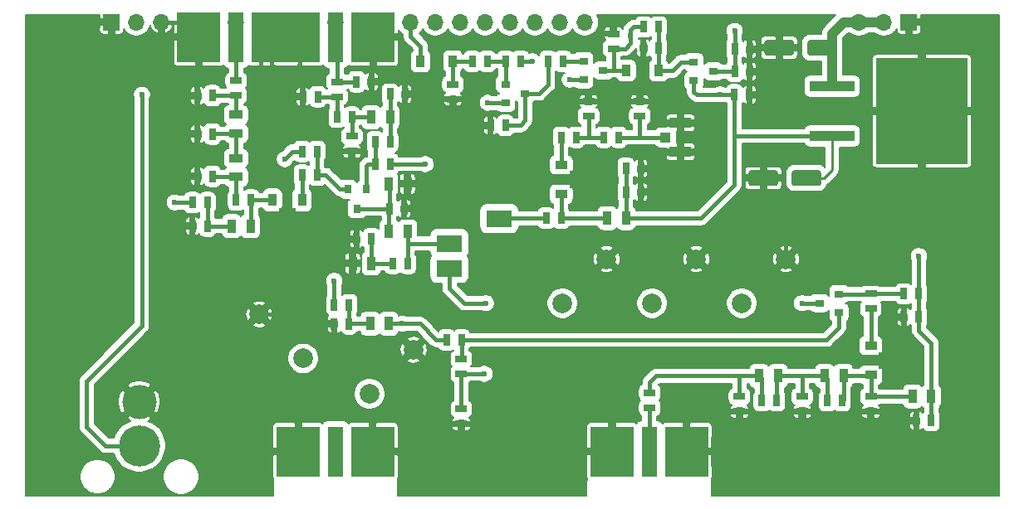
<source format=gbr>
G04 #@! TF.GenerationSoftware,KiCad,Pcbnew,5.1.10-88a1d61d58~88~ubuntu20.04.1*
G04 #@! TF.CreationDate,2021-06-28T19:55:26+01:00*
G04 #@! TF.ProjectId,hl2_6xvtr,686c325f-3678-4767-9472-2e6b69636164,1*
G04 #@! TF.SameCoordinates,PX3dfd240PY3473bc0*
G04 #@! TF.FileFunction,Copper,L1,Top*
G04 #@! TF.FilePolarity,Positive*
%FSLAX46Y46*%
G04 Gerber Fmt 4.6, Leading zero omitted, Abs format (unit mm)*
G04 Created by KiCad (PCBNEW 5.1.10-88a1d61d58~88~ubuntu20.04.1) date 2021-06-28 19:55:26*
%MOMM*%
%LPD*%
G01*
G04 APERTURE LIST*
G04 #@! TA.AperFunction,SMDPad,CuDef*
%ADD10R,5.334000X4.191000*%
G04 #@! TD*
G04 #@! TA.AperFunction,SMDPad,CuDef*
%ADD11R,2.540000X1.651000*%
G04 #@! TD*
G04 #@! TA.AperFunction,ComponentPad*
%ADD12C,1.016000*%
G04 #@! TD*
G04 #@! TA.AperFunction,SMDPad,CuDef*
%ADD13R,5.334000X1.651000*%
G04 #@! TD*
G04 #@! TA.AperFunction,SMDPad,CuDef*
%ADD14R,1.270000X6.731000*%
G04 #@! TD*
G04 #@! TA.AperFunction,SMDPad,CuDef*
%ADD15R,0.635000X1.143000*%
G04 #@! TD*
G04 #@! TA.AperFunction,SMDPad,CuDef*
%ADD16R,1.143000X0.635000*%
G04 #@! TD*
G04 #@! TA.AperFunction,SMDPad,CuDef*
%ADD17R,0.889000X1.397000*%
G04 #@! TD*
G04 #@! TA.AperFunction,ComponentPad*
%ADD18C,2.000000*%
G04 #@! TD*
G04 #@! TA.AperFunction,SMDPad,CuDef*
%ADD19R,2.200000X1.050000*%
G04 #@! TD*
G04 #@! TA.AperFunction,SMDPad,CuDef*
%ADD20R,1.050000X1.000000*%
G04 #@! TD*
G04 #@! TA.AperFunction,ComponentPad*
%ADD21O,1.700000X1.700000*%
G04 #@! TD*
G04 #@! TA.AperFunction,ComponentPad*
%ADD22R,1.700000X1.700000*%
G04 #@! TD*
G04 #@! TA.AperFunction,SMDPad,CuDef*
%ADD23R,9.400000X10.800000*%
G04 #@! TD*
G04 #@! TA.AperFunction,SMDPad,CuDef*
%ADD24R,4.600000X1.100000*%
G04 #@! TD*
G04 #@! TA.AperFunction,SMDPad,CuDef*
%ADD25R,1.397000X0.889000*%
G04 #@! TD*
G04 #@! TA.AperFunction,ComponentPad*
%ADD26R,1.600000X5.200000*%
G04 #@! TD*
G04 #@! TA.AperFunction,ComponentPad*
%ADD27R,4.400000X5.200000*%
G04 #@! TD*
G04 #@! TA.AperFunction,SMDPad,CuDef*
%ADD28R,0.800000X0.900000*%
G04 #@! TD*
G04 #@! TA.AperFunction,SMDPad,CuDef*
%ADD29R,0.900000X0.800000*%
G04 #@! TD*
G04 #@! TA.AperFunction,SMDPad,CuDef*
%ADD30C,0.100000*%
G04 #@! TD*
G04 #@! TA.AperFunction,SMDPad,CuDef*
%ADD31R,1.300000X0.900000*%
G04 #@! TD*
G04 #@! TA.AperFunction,SMDPad,CuDef*
%ADD32R,0.900000X1.300000*%
G04 #@! TD*
G04 #@! TA.AperFunction,ComponentPad*
%ADD33C,4.200000*%
G04 #@! TD*
G04 #@! TA.AperFunction,ComponentPad*
%ADD34C,3.500000*%
G04 #@! TD*
G04 #@! TA.AperFunction,SMDPad,CuDef*
%ADD35R,0.900000X1.200000*%
G04 #@! TD*
G04 #@! TA.AperFunction,ComponentPad*
%ADD36C,1.270000*%
G04 #@! TD*
G04 #@! TA.AperFunction,ViaPad*
%ADD37C,0.600000*%
G04 #@! TD*
G04 #@! TA.AperFunction,Conductor*
%ADD38C,0.400000*%
G04 #@! TD*
G04 #@! TA.AperFunction,Conductor*
%ADD39C,0.250000*%
G04 #@! TD*
G04 #@! TA.AperFunction,Conductor*
%ADD40C,1.000000*%
G04 #@! TD*
G04 #@! TA.AperFunction,Conductor*
%ADD41C,0.200000*%
G04 #@! TD*
G04 #@! TA.AperFunction,Conductor*
%ADD42C,0.100000*%
G04 #@! TD*
G04 APERTURE END LIST*
G04 #@! TA.AperFunction,SMDPad,CuDef*
G36*
G01*
X77114400Y-16509800D02*
X77114400Y-17609800D01*
G75*
G02*
X76864400Y-17859800I-250000J0D01*
G01*
X74364400Y-17859800D01*
G75*
G02*
X74114400Y-17609800I0J250000D01*
G01*
X74114400Y-16509800D01*
G75*
G02*
X74364400Y-16259800I250000J0D01*
G01*
X76864400Y-16259800D01*
G75*
G02*
X77114400Y-16509800I0J-250000D01*
G01*
G37*
G04 #@! TD.AperFunction*
G04 #@! TA.AperFunction,SMDPad,CuDef*
G36*
G01*
X81514400Y-16509800D02*
X81514400Y-17609800D01*
G75*
G02*
X81264400Y-17859800I-250000J0D01*
G01*
X78764400Y-17859800D01*
G75*
G02*
X78514400Y-17609800I0J250000D01*
G01*
X78514400Y-16509800D01*
G75*
G02*
X78764400Y-16259800I250000J0D01*
G01*
X81264400Y-16259800D01*
G75*
G02*
X81514400Y-16509800I0J-250000D01*
G01*
G37*
G04 #@! TD.AperFunction*
G04 #@! TA.AperFunction,SMDPad,CuDef*
G36*
G01*
X78724400Y-3200200D02*
X78724400Y-4300200D01*
G75*
G02*
X78474400Y-4550200I-250000J0D01*
G01*
X75974400Y-4550200D01*
G75*
G02*
X75724400Y-4300200I0J250000D01*
G01*
X75724400Y-3200200D01*
G75*
G02*
X75974400Y-2950200I250000J0D01*
G01*
X78474400Y-2950200D01*
G75*
G02*
X78724400Y-3200200I0J-250000D01*
G01*
G37*
G04 #@! TD.AperFunction*
G04 #@! TA.AperFunction,SMDPad,CuDef*
G36*
G01*
X83124400Y-3200200D02*
X83124400Y-4300200D01*
G75*
G02*
X82874400Y-4550200I-250000J0D01*
G01*
X80374400Y-4550200D01*
G75*
G02*
X80124400Y-4300200I0J250000D01*
G01*
X80124400Y-3200200D01*
G75*
G02*
X80374400Y-2950200I250000J0D01*
G01*
X82874400Y-2950200D01*
G75*
G02*
X83124400Y-3200200I0J-250000D01*
G01*
G37*
G04 #@! TD.AperFunction*
D10*
X48182400Y-25010000D03*
D11*
X43610400Y-21200000D03*
X43610400Y-23740000D03*
X43610400Y-26280000D03*
X48690400Y-21200000D03*
X48690400Y-23740000D03*
X48690400Y-26280000D03*
D12*
X41959400Y-21200000D03*
X50341400Y-23740000D03*
X50341400Y-26280000D03*
D13*
X44118400Y-21200000D03*
D12*
X46150400Y-21200000D03*
X46150400Y-22470000D03*
X46150400Y-23740000D03*
X46150400Y-25010000D03*
X46150400Y-26280000D03*
D14*
X46150400Y-23740000D03*
D15*
X31875600Y-29988400D03*
X33399600Y-29988400D03*
X89940000Y-28883500D03*
X91464000Y-28883500D03*
D16*
X44829600Y-37049600D03*
X44829600Y-35525600D03*
D15*
X74217400Y-3877200D03*
X72693400Y-3877200D03*
X64946400Y-1616600D03*
X63422400Y-1616600D03*
X34136200Y-23257400D03*
X35660200Y-23257400D03*
D16*
X60349000Y-3826400D03*
X60349000Y-2302400D03*
D15*
X36066600Y-15637400D03*
X37590600Y-15637400D03*
X28599000Y-14342000D03*
X30123000Y-14342000D03*
X53668800Y-5121800D03*
X55192800Y-5121800D03*
X47801400Y-11675000D03*
X49325400Y-11675000D03*
X45947200Y-5121800D03*
X47471200Y-5121800D03*
X49350800Y-5121800D03*
X50874800Y-5121800D03*
X17423000Y-19549000D03*
X18947000Y-19549000D03*
X28675200Y-8754000D03*
X30199200Y-8754000D03*
D16*
X32155000Y-7230000D03*
X32155000Y-8754000D03*
D15*
X35660200Y-7230000D03*
X34136200Y-7230000D03*
D16*
X57809000Y-9211200D03*
X57809000Y-10735200D03*
D15*
X60857000Y-12894200D03*
X59333000Y-12894200D03*
D16*
X63016000Y-9211200D03*
X63016000Y-10735200D03*
X64032000Y-40504000D03*
X64032000Y-38980000D03*
X73176000Y-39361000D03*
X73176000Y-40885000D03*
D15*
X76986000Y-39805500D03*
X75462000Y-39805500D03*
X82129500Y-39805500D03*
X83653500Y-39805500D03*
D16*
X86574500Y-39361000D03*
X86574500Y-40885000D03*
D15*
X92734000Y-41837500D03*
X91210000Y-41837500D03*
X31875600Y-31944200D03*
X33399600Y-31944200D03*
D16*
X86574500Y-28883500D03*
X86574500Y-30407500D03*
D15*
X44855000Y-33595200D03*
X43331000Y-33595200D03*
X91464000Y-31233000D03*
X89940000Y-31233000D03*
D16*
X44829600Y-42155000D03*
X44829600Y-40631000D03*
D15*
X72693400Y-6163200D03*
X74217400Y-6163200D03*
X64921000Y-3775600D03*
X63397000Y-3775600D03*
X63143000Y-18482200D03*
X61619000Y-18482200D03*
X37844600Y-25772000D03*
X39368600Y-25772000D03*
X72668000Y-8550800D03*
X74192000Y-8550800D03*
X37489000Y-20184000D03*
X39013000Y-20184000D03*
X30123000Y-16755000D03*
X28599000Y-16755000D03*
D16*
X43966000Y-7484000D03*
X43966000Y-9008000D03*
D15*
X53491000Y-21149200D03*
X55015000Y-21149200D03*
X37565200Y-8474600D03*
X39089200Y-8474600D03*
X18947000Y-21962000D03*
X17423000Y-21962000D03*
D16*
X33679000Y-12792600D03*
X33679000Y-14316600D03*
D15*
X21868000Y-19295000D03*
X23392000Y-19295000D03*
X63143000Y-16069200D03*
X61619000Y-16069200D03*
X17931000Y-16882000D03*
X19455000Y-16882000D03*
X56539000Y-12894200D03*
X55015000Y-12894200D03*
X17931000Y-12564000D03*
X19455000Y-12564000D03*
X17931000Y-8627000D03*
X19455000Y-8627000D03*
D16*
X21868000Y-7103000D03*
X21868000Y-8627000D03*
D17*
X33742500Y-25772000D03*
X35647500Y-25772000D03*
D18*
X59642000Y-25336000D03*
X55142000Y-29836000D03*
D19*
X67174000Y-11419200D03*
D20*
X65649000Y-12894200D03*
D19*
X67174000Y-14369200D03*
D21*
X85378000Y-1134000D03*
X87918000Y-1134000D03*
D22*
X90458000Y-1134000D03*
D21*
X57428000Y-1134000D03*
X54888000Y-1134000D03*
X52348000Y-1134000D03*
X49808000Y-1134000D03*
X47268000Y-1134000D03*
X44728000Y-1134000D03*
X42188000Y-1134000D03*
X39648000Y-1134000D03*
X37108000Y-1134000D03*
X34568000Y-1134000D03*
X32028000Y-1134000D03*
X29488000Y-1134000D03*
X26948000Y-1134000D03*
X24408000Y-1134000D03*
X21868000Y-1134000D03*
X19328000Y-1134000D03*
X16788000Y-1134000D03*
X14248000Y-1134000D03*
X11708000Y-1134000D03*
D22*
X9168000Y-1134000D03*
D23*
X91781500Y-10214500D03*
D24*
X82631500Y-12754500D03*
X82631500Y-7674500D03*
D17*
X75208000Y-37265500D03*
X77113000Y-37265500D03*
D18*
X35465500Y-39098500D03*
X39965500Y-34598500D03*
D17*
X81875500Y-37265500D03*
X83780500Y-37265500D03*
D18*
X28717500Y-35479000D03*
X24217500Y-30979000D03*
D17*
X90829000Y-39361000D03*
X92734000Y-39361000D03*
X35520500Y-31931500D03*
X37425500Y-31931500D03*
X39355900Y-22495400D03*
X37450900Y-22495400D03*
X39330500Y-17644000D03*
X37425500Y-17644000D03*
X37552500Y-10836800D03*
X35647500Y-10836800D03*
X23328500Y-21962000D03*
X21423500Y-21962000D03*
D25*
X21868000Y-16945500D03*
X21868000Y-15040500D03*
X21868000Y-12500500D03*
X21868000Y-10595500D03*
D17*
X59714000Y-21149200D03*
X61619000Y-21149200D03*
D26*
X64000000Y-45000000D03*
D27*
X60200000Y-45000000D03*
X67800000Y-45000000D03*
D26*
X32000000Y-45000000D03*
D27*
X28200000Y-45000000D03*
X35800000Y-45000000D03*
D28*
X33237000Y-18184000D03*
X34187000Y-20184000D03*
X35137000Y-18184000D03*
D29*
X83336000Y-28886000D03*
X81336000Y-29836000D03*
X83336000Y-30786000D03*
D18*
X77930000Y-25336000D03*
X73430000Y-29836000D03*
X68786000Y-25336000D03*
X64286000Y-29836000D03*
D26*
X32028000Y-2658000D03*
D27*
X28228000Y-2658000D03*
X35828000Y-2658000D03*
D26*
X21868000Y-2658000D03*
D27*
X18068000Y-2658000D03*
X25668000Y-2658000D03*
D16*
X79589500Y-40885000D03*
X79589500Y-39361000D03*
D15*
X36041200Y-13351400D03*
X37565200Y-13351400D03*
X33679000Y-10836800D03*
X32155000Y-10836800D03*
G04 #@! TA.AperFunction,SMDPad,CuDef*
D30*
G36*
X58966000Y-18078700D02*
G01*
X55841000Y-18078700D01*
X55841000Y-17662200D01*
X54366000Y-17662200D01*
X54366000Y-16762200D01*
X55841000Y-16762200D01*
X55841000Y-16345700D01*
X58966000Y-16345700D01*
X58966000Y-18078700D01*
G37*
G04 #@! TD.AperFunction*
D31*
X55016000Y-18712200D03*
X55016000Y-15712200D03*
G04 #@! TA.AperFunction,SMDPad,CuDef*
D30*
G36*
X90525500Y-36544500D02*
G01*
X87400500Y-36544500D01*
X87400500Y-36128000D01*
X85925500Y-36128000D01*
X85925500Y-35228000D01*
X87400500Y-35228000D01*
X87400500Y-34811500D01*
X90525500Y-34811500D01*
X90525500Y-36544500D01*
G37*
G04 #@! TD.AperFunction*
D31*
X86575500Y-37178000D03*
X86575500Y-34178000D03*
G04 #@! TA.AperFunction,SMDPad,CuDef*
D30*
G36*
X26208500Y-23246000D02*
G01*
X26208500Y-20121000D01*
X26625000Y-20121000D01*
X26625000Y-18646000D01*
X27525000Y-18646000D01*
X27525000Y-20121000D01*
X27941500Y-20121000D01*
X27941500Y-23246000D01*
X26208500Y-23246000D01*
G37*
G04 #@! TD.AperFunction*
D32*
X25575000Y-19296000D03*
X28575000Y-19296000D03*
D29*
X70531100Y-6163200D03*
X68531100Y-7113200D03*
X68531100Y-5213200D03*
X59291600Y-6061600D03*
X57291600Y-7011600D03*
X57291600Y-5111600D03*
X51341400Y-8423800D03*
X49341400Y-9373800D03*
X49341400Y-7473800D03*
D33*
X12000000Y-44400000D03*
D34*
X12000000Y-39900000D03*
D35*
X61645400Y-6087000D03*
X64945400Y-6087000D03*
X43964000Y-5134500D03*
X40664000Y-5134500D03*
D36*
X1500000Y-47500000D03*
X1500000Y-42500000D03*
X1500000Y-37500000D03*
X1500000Y-32500000D03*
X1500000Y-27500000D03*
X1500000Y-22500000D03*
X1500000Y-17500000D03*
X1500000Y-12500000D03*
X1500000Y-7500000D03*
X1500000Y-2500000D03*
X98500000Y-47500000D03*
X98500000Y-42500000D03*
X98500000Y-37500000D03*
X98500000Y-32500000D03*
X98500000Y-27500000D03*
X98500000Y-22500000D03*
X98500000Y-17500000D03*
X98500000Y-12500000D03*
X98500000Y-7500000D03*
X98500000Y-2500000D03*
D37*
X12266800Y-8550800D03*
X26821000Y-15129400D03*
X15619600Y-19549000D03*
X47191800Y-37049600D03*
X31875600Y-27550000D03*
X62076200Y-2505600D03*
X79551400Y-29836000D03*
X41172000Y-15637400D03*
X72693400Y-2023000D03*
X91464000Y-25010000D03*
X47344200Y-29836000D03*
X38771700Y-31931500D03*
X47532200Y-9373800D03*
X55888800Y-7011600D03*
X52094000Y-5121800D03*
X71194800Y-8500000D03*
D38*
X17931000Y-16882000D02*
X17931000Y-12564000D01*
X17931000Y-12564000D02*
X17931000Y-8627000D01*
X63143000Y-16069200D02*
X63143000Y-18482200D01*
X63016000Y-9211200D02*
X57809000Y-9211200D01*
X33679000Y-14316600D02*
X32358200Y-14316600D01*
X32358200Y-14316600D02*
X32002600Y-13961000D01*
X32002600Y-13961000D02*
X32002600Y-13275200D01*
X32002600Y-13275200D02*
X30453200Y-11725800D01*
X28675200Y-8754000D02*
X28675200Y-10989200D01*
X29411800Y-11725800D02*
X30453200Y-11725800D01*
X28675200Y-10989200D02*
X29411800Y-11725800D01*
X14248000Y-1134000D02*
X16788000Y-1134000D01*
X35660200Y-3750200D02*
X34568000Y-2658000D01*
X35660200Y-7230000D02*
X35660200Y-3750200D01*
X25932000Y-1134000D02*
X24408000Y-2658000D01*
X29488000Y-1134000D02*
X25932000Y-1134000D01*
X19328000Y-2658000D02*
X19328000Y-1134000D01*
X66540000Y-45000000D02*
X72058200Y-45000000D01*
X73176000Y-43882200D02*
X73176000Y-40885000D01*
X72058200Y-45000000D02*
X73176000Y-43882200D01*
X61460000Y-45000000D02*
X34540000Y-45000000D01*
X24408000Y-1134000D02*
X24408000Y-2658000D01*
X24408000Y-1134000D02*
X24408000Y-7001400D01*
X26160600Y-8754000D02*
X28675200Y-8754000D01*
X24408000Y-7001400D02*
X26160600Y-8754000D01*
X31875600Y-31944200D02*
X30885000Y-31944200D01*
X30885000Y-31944200D02*
X30326200Y-31385400D01*
X30326200Y-31385400D02*
X30326200Y-30394800D01*
X30326200Y-30394800D02*
X29411800Y-29480400D01*
X24217500Y-30979000D02*
X26313000Y-30979000D01*
X27811600Y-29480400D02*
X29411800Y-29480400D01*
X26313000Y-30979000D02*
X27811600Y-29480400D01*
X77930000Y-25336000D02*
X77930000Y-23541000D01*
X75614400Y-21225400D02*
X75614400Y-17059800D01*
X77930000Y-23541000D02*
X75614400Y-21225400D01*
X74344400Y-3750200D02*
X74217400Y-3877200D01*
X77224400Y-3750200D02*
X74344400Y-3750200D01*
X33679000Y-10836800D02*
X35647500Y-10836800D01*
X33679000Y-12792600D02*
X33679000Y-10836800D01*
X18947000Y-19549000D02*
X18947000Y-21962000D01*
X21423500Y-21962000D02*
X18947000Y-21962000D01*
X44855000Y-35500200D02*
X44829600Y-35525600D01*
X44855000Y-33595200D02*
X44855000Y-35500200D01*
X83336000Y-32312500D02*
X83336000Y-30786000D01*
X82066000Y-33582500D02*
X83336000Y-32312500D01*
X44867700Y-33582500D02*
X82066000Y-33582500D01*
X44855000Y-33595200D02*
X44867700Y-33582500D01*
X86574500Y-34177000D02*
X86575500Y-34178000D01*
X86574500Y-30407500D02*
X86574500Y-34177000D01*
X33399600Y-29988400D02*
X33399600Y-31944200D01*
X33412300Y-31931500D02*
X33399600Y-31944200D01*
X35520500Y-31931500D02*
X33412300Y-31931500D01*
X83780500Y-39678500D02*
X83653500Y-39805500D01*
X83780500Y-37265500D02*
X83780500Y-39678500D01*
X86488000Y-37265500D02*
X86575500Y-37178000D01*
X83780500Y-37265500D02*
X86488000Y-37265500D01*
X86574500Y-37179000D02*
X86575500Y-37178000D01*
X86574500Y-39361000D02*
X86574500Y-37179000D01*
X90829000Y-39361000D02*
X86574500Y-39361000D01*
X39648000Y-1134000D02*
X39648000Y-2556400D01*
X40664000Y-3572400D02*
X40664000Y-5134500D01*
X39648000Y-2556400D02*
X40664000Y-3572400D01*
X12000000Y-44400000D02*
X8542800Y-44400000D01*
X8542800Y-44400000D02*
X6628000Y-42485200D01*
X12266800Y-8550800D02*
X12266800Y-32172800D01*
X6628000Y-37811600D02*
X6628000Y-42485200D01*
X12266800Y-32172800D02*
X6628000Y-37811600D01*
X45934500Y-5134500D02*
X45947200Y-5121800D01*
X43964000Y-5134500D02*
X45934500Y-5134500D01*
X43966000Y-5136500D02*
X43964000Y-5134500D01*
X43966000Y-7484000D02*
X43966000Y-5136500D01*
X33237000Y-18184000D02*
X32441000Y-18184000D01*
X31012000Y-16755000D02*
X30123000Y-16755000D01*
X32441000Y-18184000D02*
X31012000Y-16755000D01*
X30123000Y-14342000D02*
X30123000Y-16755000D01*
X37489000Y-20184000D02*
X34187000Y-20184000D01*
X37489000Y-17707500D02*
X37425500Y-17644000D01*
X37489000Y-20184000D02*
X37489000Y-17707500D01*
X37450900Y-20222100D02*
X37489000Y-20184000D01*
X37450900Y-22495400D02*
X37450900Y-20222100D01*
X36041200Y-15612000D02*
X36066600Y-15637400D01*
X36041200Y-13351400D02*
X36041200Y-15612000D01*
X35137000Y-18184000D02*
X35137000Y-15830400D01*
X35330000Y-15637400D02*
X36066600Y-15637400D01*
X35137000Y-15830400D02*
X35330000Y-15637400D01*
X44829600Y-37049600D02*
X44829600Y-40631000D01*
X28599000Y-14342000D02*
X27608400Y-14342000D01*
X27608400Y-14342000D02*
X26821000Y-15129400D01*
X17423000Y-19549000D02*
X15619600Y-19549000D01*
X61620000Y-6061600D02*
X61645400Y-6087000D01*
X60349000Y-3826400D02*
X60349000Y-6036200D01*
X60323600Y-6061600D02*
X61620000Y-6061600D01*
X60349000Y-6036200D02*
X60323600Y-6061600D01*
X59291600Y-6061600D02*
X60323600Y-6061600D01*
X60349000Y-3826400D02*
X61542800Y-3826400D01*
X61542800Y-3826400D02*
X62076200Y-3293000D01*
X62381000Y-1616600D02*
X63422400Y-1616600D01*
X62076200Y-1921400D02*
X62381000Y-1616600D01*
X44829600Y-37049600D02*
X47191800Y-37049600D01*
X31875600Y-29988400D02*
X31875600Y-27550000D01*
X62076200Y-2505600D02*
X62076200Y-1921400D01*
X62076200Y-3293000D02*
X62076200Y-2505600D01*
X64945400Y-6087000D02*
X66368800Y-6087000D01*
X67242600Y-5213200D02*
X68531100Y-5213200D01*
X66368800Y-6087000D02*
X67242600Y-5213200D01*
X64945400Y-3800000D02*
X64921000Y-3775600D01*
X64945400Y-6087000D02*
X64945400Y-3800000D01*
X64946400Y-3750200D02*
X64921000Y-3775600D01*
X64946400Y-1616600D02*
X64946400Y-3750200D01*
X86572000Y-28886000D02*
X86574500Y-28883500D01*
X83336000Y-28886000D02*
X86572000Y-28886000D01*
X86574500Y-28883500D02*
X89940000Y-28883500D01*
X81336000Y-29836000D02*
X79551400Y-29836000D01*
X51341400Y-8423800D02*
X52779800Y-8423800D01*
X53668800Y-7534800D02*
X53668800Y-5121800D01*
X52779800Y-8423800D02*
X53668800Y-7534800D01*
X49325400Y-11675000D02*
X50849400Y-11675000D01*
X51341400Y-11183000D02*
X51341400Y-8423800D01*
X50849400Y-11675000D02*
X51341400Y-11183000D01*
X47471200Y-5121800D02*
X49350800Y-5121800D01*
X49341400Y-5131200D02*
X49350800Y-5121800D01*
X49341400Y-7473800D02*
X49341400Y-5131200D01*
X57281400Y-5121800D02*
X57291600Y-5111600D01*
X55192800Y-5121800D02*
X57281400Y-5121800D01*
X91464000Y-31233000D02*
X91464000Y-28883500D01*
X92734000Y-39361000D02*
X92734000Y-41837500D01*
X92734000Y-39361000D02*
X92734000Y-33900000D01*
X91464000Y-32630000D02*
X91464000Y-31233000D01*
X92734000Y-33900000D02*
X91464000Y-32630000D01*
X70531100Y-6163200D02*
X72693400Y-6163200D01*
X72693400Y-3877200D02*
X72693400Y-6163200D01*
X37590600Y-15637400D02*
X41172000Y-15637400D01*
X72693400Y-3877200D02*
X72693400Y-2023000D01*
X91464000Y-28883500D02*
X91464000Y-25010000D01*
X25574000Y-19295000D02*
X25575000Y-19296000D01*
X23392000Y-19295000D02*
X25574000Y-19295000D01*
X23392000Y-21898500D02*
X23328500Y-21962000D01*
X23392000Y-19295000D02*
X23392000Y-21898500D01*
X28599000Y-19272000D02*
X28575000Y-19296000D01*
X28599000Y-16755000D02*
X28599000Y-19272000D01*
X39355900Y-25759300D02*
X39368600Y-25772000D01*
X39444800Y-23740000D02*
X39355900Y-23828900D01*
X43610400Y-23740000D02*
X39444800Y-23740000D01*
X39355900Y-23828900D02*
X39355900Y-25759300D01*
X39355900Y-22495400D02*
X39355900Y-23828900D01*
X43610400Y-26280000D02*
X43610400Y-28007200D01*
X43610400Y-28007200D02*
X43610400Y-28312000D01*
X45134400Y-29836000D02*
X43610400Y-28312000D01*
X47344200Y-29836000D02*
X45134400Y-29836000D01*
X48741200Y-21149200D02*
X48690400Y-21200000D01*
X53491000Y-21149200D02*
X48741200Y-21149200D01*
X43331000Y-33595200D02*
X42264200Y-33595200D01*
X40600500Y-31931500D02*
X38771700Y-31931500D01*
X42264200Y-33595200D02*
X40600500Y-31931500D01*
X38771700Y-31931500D02*
X37425500Y-31931500D01*
X55015000Y-18713200D02*
X55016000Y-18712200D01*
X55015000Y-21149200D02*
X55015000Y-18713200D01*
X55015000Y-21149200D02*
X59714000Y-21149200D01*
X55016000Y-12895200D02*
X55015000Y-12894200D01*
X55016000Y-15712200D02*
X55016000Y-12895200D01*
X21868000Y-8627000D02*
X19455000Y-8627000D01*
X21868000Y-10595500D02*
X21868000Y-8627000D01*
X21868000Y-15040500D02*
X21868000Y-12500500D01*
X19518500Y-12500500D02*
X19455000Y-12564000D01*
X21868000Y-12500500D02*
X19518500Y-12500500D01*
X57809000Y-10735200D02*
X57809000Y-12894200D01*
X57809000Y-12894200D02*
X59333000Y-12894200D01*
X56539000Y-12894200D02*
X57809000Y-12894200D01*
X21868000Y-16945500D02*
X21868000Y-19295000D01*
X19518500Y-16945500D02*
X19455000Y-16882000D01*
X21868000Y-16945500D02*
X19518500Y-16945500D01*
X30199200Y-8754000D02*
X32155000Y-8754000D01*
X32155000Y-8754000D02*
X32155000Y-10836800D01*
X37552500Y-8487300D02*
X37565200Y-8474600D01*
X37552500Y-10836800D02*
X37552500Y-8487300D01*
X37565200Y-10849500D02*
X37552500Y-10836800D01*
X37565200Y-13351400D02*
X37565200Y-10849500D01*
X37844600Y-25772000D02*
X35647500Y-25772000D01*
X35660200Y-25759300D02*
X35647500Y-25772000D01*
X35660200Y-23257400D02*
X35660200Y-25759300D01*
X79589500Y-39361000D02*
X79589500Y-37265500D01*
X79589500Y-37265500D02*
X81812000Y-37265500D01*
X77113000Y-37265500D02*
X79589500Y-37265500D01*
X76986000Y-37392500D02*
X77113000Y-37265500D01*
X76986000Y-39805500D02*
X76986000Y-37392500D01*
X82129500Y-37583000D02*
X81812000Y-37265500D01*
X82129500Y-39805500D02*
X82129500Y-37583000D01*
X64032000Y-38980000D02*
X64032000Y-37900500D01*
X64032000Y-37900500D02*
X64667000Y-37265500D01*
X73938000Y-37265500D02*
X75208000Y-37265500D01*
X73176000Y-39361000D02*
X73176000Y-37265500D01*
X73176000Y-37265500D02*
X73938000Y-37265500D01*
X64667000Y-37265500D02*
X73176000Y-37265500D01*
X75462000Y-37519500D02*
X75208000Y-37265500D01*
X75462000Y-39805500D02*
X75462000Y-37519500D01*
X21868000Y-7103000D02*
X21868000Y-2658000D01*
X32028000Y-44972000D02*
X32000000Y-45000000D01*
X64000000Y-40536000D02*
X64032000Y-40504000D01*
X64000000Y-45000000D02*
X64000000Y-40536000D01*
X63016000Y-12767200D02*
X63143000Y-12894200D01*
X63016000Y-10735200D02*
X63016000Y-12767200D01*
X60857000Y-12894200D02*
X63143000Y-12894200D01*
X65649000Y-12894200D02*
X63143000Y-12894200D01*
X32155000Y-2785000D02*
X32028000Y-2658000D01*
X32155000Y-7230000D02*
X32155000Y-2785000D01*
X34136200Y-7230000D02*
X32155000Y-7230000D01*
X61619000Y-21149200D02*
X61619000Y-18482200D01*
X61619000Y-16069200D02*
X61619000Y-18482200D01*
X72668000Y-8550800D02*
X68832600Y-8550800D01*
X68531100Y-8249300D02*
X68531100Y-7113200D01*
X68832600Y-8550800D02*
X68531100Y-8249300D01*
X72668000Y-10836800D02*
X72668000Y-8550800D01*
X61619000Y-21149200D02*
X69264400Y-21149200D01*
X69264400Y-21149200D02*
X72668000Y-17745600D01*
X72680700Y-12754500D02*
X72668000Y-12741800D01*
X72668000Y-12741800D02*
X72668000Y-10836800D01*
X72668000Y-17745600D02*
X72668000Y-12741800D01*
X49341400Y-9373800D02*
X47532200Y-9373800D01*
X57291600Y-7011600D02*
X55888800Y-7011600D01*
X50874800Y-5121800D02*
X52094000Y-5121800D01*
D39*
X80014400Y-12823800D02*
X79945100Y-12754500D01*
D38*
X79945100Y-12754500D02*
X72680700Y-12754500D01*
X82631500Y-12754500D02*
X79945100Y-12754500D01*
D39*
X82631500Y-12754500D02*
X82631500Y-16240300D01*
X81812000Y-17059800D02*
X80014400Y-17059800D01*
X82631500Y-16240300D02*
X81812000Y-17059800D01*
D40*
X87918000Y-1134000D02*
X85378000Y-1134000D01*
X85378000Y-1134000D02*
X83818600Y-1134000D01*
X83818600Y-1134000D02*
X82631500Y-2321100D01*
D39*
X82460400Y-3750200D02*
X82631500Y-3579100D01*
X81624400Y-3750200D02*
X82460400Y-3750200D01*
D40*
X82631500Y-3579100D02*
X82631500Y-7674500D01*
X82631500Y-2321100D02*
X82631500Y-3579100D01*
D41*
X7918000Y-734000D02*
X8018000Y-834000D01*
X8868000Y-834000D01*
X8868000Y-814000D01*
X9468000Y-814000D01*
X9468000Y-834000D01*
X9488000Y-834000D01*
X9488000Y-1434000D01*
X9468000Y-1434000D01*
X9468000Y-2284000D01*
X9568000Y-2384000D01*
X10018000Y-2385935D01*
X10096414Y-2378212D01*
X10171814Y-2355340D01*
X10241303Y-2318197D01*
X10302211Y-2268211D01*
X10352197Y-2207303D01*
X10389340Y-2137814D01*
X10412212Y-2062414D01*
X10419935Y-1984000D01*
X10419194Y-1811578D01*
X10423027Y-1820833D01*
X10581711Y-2058321D01*
X10783679Y-2260289D01*
X11021167Y-2418973D01*
X11285051Y-2528277D01*
X11565187Y-2584000D01*
X11850813Y-2584000D01*
X12130949Y-2528277D01*
X12394833Y-2418973D01*
X12632321Y-2260289D01*
X12834289Y-2058321D01*
X12992973Y-1820833D01*
X13102277Y-1556949D01*
X13126733Y-1434002D01*
X13134520Y-1434002D01*
X13096390Y-1620137D01*
X13213358Y-1835464D01*
X13370087Y-2023834D01*
X13560554Y-2178008D01*
X13761866Y-2285596D01*
X13948000Y-2244180D01*
X13948000Y-1434000D01*
X13928000Y-1434000D01*
X13928000Y-834000D01*
X13948000Y-834000D01*
X13948000Y-814000D01*
X14548000Y-814000D01*
X14548000Y-834000D01*
X14568000Y-834000D01*
X14568000Y-1434000D01*
X14548000Y-1434000D01*
X14548000Y-2244180D01*
X14734134Y-2285596D01*
X14935446Y-2178008D01*
X15125913Y-2023834D01*
X15282642Y-1835464D01*
X15399610Y-1620137D01*
X15361480Y-1434002D01*
X15467275Y-1434002D01*
X15468000Y-2258000D01*
X15568000Y-2358000D01*
X17768000Y-2358000D01*
X17768000Y-2338000D01*
X18368000Y-2338000D01*
X18368000Y-2358000D01*
X18388000Y-2358000D01*
X18388000Y-2958000D01*
X18368000Y-2958000D01*
X18368000Y-5558000D01*
X18468000Y-5658000D01*
X20268000Y-5659935D01*
X20346414Y-5652212D01*
X20421814Y-5629340D01*
X20491303Y-5592197D01*
X20543432Y-5549416D01*
X20566704Y-5592955D01*
X20641683Y-5684317D01*
X20733045Y-5759296D01*
X20837279Y-5815010D01*
X20950379Y-5849318D01*
X21068000Y-5860903D01*
X21068000Y-6227816D01*
X21065779Y-6228490D01*
X20961545Y-6284204D01*
X20870183Y-6359183D01*
X20795204Y-6450545D01*
X20739490Y-6554779D01*
X20705182Y-6667879D01*
X20693597Y-6785500D01*
X20693597Y-7420500D01*
X20705182Y-7538121D01*
X20739490Y-7651221D01*
X20795204Y-7755455D01*
X20853920Y-7827000D01*
X20330184Y-7827000D01*
X20329510Y-7824779D01*
X20273796Y-7720545D01*
X20198817Y-7629183D01*
X20107455Y-7554204D01*
X20003221Y-7498490D01*
X19890121Y-7464182D01*
X19772500Y-7452597D01*
X19137500Y-7452597D01*
X19019879Y-7464182D01*
X18906779Y-7498490D01*
X18802545Y-7554204D01*
X18711183Y-7629183D01*
X18636204Y-7720545D01*
X18580490Y-7824779D01*
X18579443Y-7828232D01*
X18532711Y-7771289D01*
X18471803Y-7721303D01*
X18402314Y-7684160D01*
X18326914Y-7661288D01*
X18248500Y-7653565D01*
X18248500Y-7655500D01*
X18148500Y-7755500D01*
X18148500Y-8327000D01*
X18248500Y-8327000D01*
X18248500Y-8927000D01*
X18148500Y-8927000D01*
X18148500Y-9498500D01*
X18248500Y-9598500D01*
X18248500Y-9600435D01*
X18326914Y-9592712D01*
X18402314Y-9569840D01*
X18471803Y-9532697D01*
X18532711Y-9482711D01*
X18579443Y-9425768D01*
X18580490Y-9429221D01*
X18636204Y-9533455D01*
X18711183Y-9624817D01*
X18802545Y-9699796D01*
X18906779Y-9755510D01*
X19019879Y-9789818D01*
X19137500Y-9801403D01*
X19772500Y-9801403D01*
X19890121Y-9789818D01*
X20003221Y-9755510D01*
X20107455Y-9699796D01*
X20198817Y-9624817D01*
X20273796Y-9533455D01*
X20329510Y-9429221D01*
X20330184Y-9427000D01*
X20938642Y-9427000D01*
X20961545Y-9445796D01*
X21065779Y-9501510D01*
X21068001Y-9502184D01*
X21068001Y-9558094D01*
X21051879Y-9559682D01*
X20938779Y-9593990D01*
X20834545Y-9649704D01*
X20743183Y-9724683D01*
X20668204Y-9816045D01*
X20612490Y-9920279D01*
X20578182Y-10033379D01*
X20566597Y-10151000D01*
X20566597Y-11040000D01*
X20578182Y-11157621D01*
X20612490Y-11270721D01*
X20668204Y-11374955D01*
X20743183Y-11466317D01*
X20834545Y-11541296D01*
X20847087Y-11548000D01*
X20834545Y-11554704D01*
X20743183Y-11629683D01*
X20685065Y-11700500D01*
X20296756Y-11700500D01*
X20273796Y-11657545D01*
X20198817Y-11566183D01*
X20107455Y-11491204D01*
X20003221Y-11435490D01*
X19890121Y-11401182D01*
X19772500Y-11389597D01*
X19137500Y-11389597D01*
X19019879Y-11401182D01*
X18906779Y-11435490D01*
X18802545Y-11491204D01*
X18711183Y-11566183D01*
X18636204Y-11657545D01*
X18580490Y-11761779D01*
X18579443Y-11765232D01*
X18532711Y-11708289D01*
X18471803Y-11658303D01*
X18402314Y-11621160D01*
X18326914Y-11598288D01*
X18248500Y-11590565D01*
X18248500Y-11592500D01*
X18148500Y-11692500D01*
X18148500Y-12264000D01*
X18248500Y-12264000D01*
X18248500Y-12864000D01*
X18148500Y-12864000D01*
X18148500Y-13435500D01*
X18248500Y-13535500D01*
X18248500Y-13537435D01*
X18326914Y-13529712D01*
X18402314Y-13506840D01*
X18471803Y-13469697D01*
X18532711Y-13419711D01*
X18579443Y-13362768D01*
X18580490Y-13366221D01*
X18636204Y-13470455D01*
X18711183Y-13561817D01*
X18802545Y-13636796D01*
X18906779Y-13692510D01*
X19019879Y-13726818D01*
X19137500Y-13738403D01*
X19772500Y-13738403D01*
X19890121Y-13726818D01*
X20003221Y-13692510D01*
X20107455Y-13636796D01*
X20198817Y-13561817D01*
X20273796Y-13470455D01*
X20329510Y-13366221D01*
X20349446Y-13300500D01*
X20685065Y-13300500D01*
X20743183Y-13371317D01*
X20834545Y-13446296D01*
X20938779Y-13502010D01*
X21051879Y-13536318D01*
X21068001Y-13537906D01*
X21068000Y-14003094D01*
X21051879Y-14004682D01*
X20938779Y-14038990D01*
X20834545Y-14094704D01*
X20743183Y-14169683D01*
X20668204Y-14261045D01*
X20612490Y-14365279D01*
X20578182Y-14478379D01*
X20566597Y-14596000D01*
X20566597Y-15485000D01*
X20578182Y-15602621D01*
X20612490Y-15715721D01*
X20668204Y-15819955D01*
X20743183Y-15911317D01*
X20834545Y-15986296D01*
X20847087Y-15993000D01*
X20834545Y-15999704D01*
X20743183Y-16074683D01*
X20685065Y-16145500D01*
X20349446Y-16145500D01*
X20329510Y-16079779D01*
X20273796Y-15975545D01*
X20198817Y-15884183D01*
X20107455Y-15809204D01*
X20003221Y-15753490D01*
X19890121Y-15719182D01*
X19772500Y-15707597D01*
X19137500Y-15707597D01*
X19019879Y-15719182D01*
X18906779Y-15753490D01*
X18802545Y-15809204D01*
X18711183Y-15884183D01*
X18636204Y-15975545D01*
X18580490Y-16079779D01*
X18579443Y-16083232D01*
X18532711Y-16026289D01*
X18471803Y-15976303D01*
X18402314Y-15939160D01*
X18326914Y-15916288D01*
X18248500Y-15908565D01*
X18248500Y-15910500D01*
X18148500Y-16010500D01*
X18148500Y-16582000D01*
X18248500Y-16582000D01*
X18248500Y-17182000D01*
X18148500Y-17182000D01*
X18148500Y-17753500D01*
X18248500Y-17853500D01*
X18248500Y-17855435D01*
X18326914Y-17847712D01*
X18402314Y-17824840D01*
X18471803Y-17787697D01*
X18532711Y-17737711D01*
X18579443Y-17680768D01*
X18580490Y-17684221D01*
X18636204Y-17788455D01*
X18711183Y-17879817D01*
X18802545Y-17954796D01*
X18906779Y-18010510D01*
X19019879Y-18044818D01*
X19137500Y-18056403D01*
X19772500Y-18056403D01*
X19890121Y-18044818D01*
X20003221Y-18010510D01*
X20107455Y-17954796D01*
X20198817Y-17879817D01*
X20273796Y-17788455D01*
X20296756Y-17745500D01*
X20685065Y-17745500D01*
X20743183Y-17816317D01*
X20834545Y-17891296D01*
X20938779Y-17947010D01*
X21051879Y-17981318D01*
X21068000Y-17982906D01*
X21068001Y-18365641D01*
X21049204Y-18388545D01*
X20993490Y-18492779D01*
X20959182Y-18605879D01*
X20947597Y-18723500D01*
X20947597Y-19866500D01*
X20959182Y-19984121D01*
X20993490Y-20097221D01*
X21049204Y-20201455D01*
X21124183Y-20292817D01*
X21215545Y-20367796D01*
X21319779Y-20423510D01*
X21432879Y-20457818D01*
X21550500Y-20469403D01*
X22185500Y-20469403D01*
X22303121Y-20457818D01*
X22416221Y-20423510D01*
X22520455Y-20367796D01*
X22592000Y-20309080D01*
X22592001Y-20739244D01*
X22549045Y-20762204D01*
X22457683Y-20837183D01*
X22382704Y-20928545D01*
X22376000Y-20941087D01*
X22369296Y-20928545D01*
X22294317Y-20837183D01*
X22202955Y-20762204D01*
X22098721Y-20706490D01*
X21985621Y-20672182D01*
X21868000Y-20660597D01*
X20979000Y-20660597D01*
X20861379Y-20672182D01*
X20748279Y-20706490D01*
X20644045Y-20762204D01*
X20552683Y-20837183D01*
X20477704Y-20928545D01*
X20421990Y-21032779D01*
X20387682Y-21145879D01*
X20386094Y-21162000D01*
X19822184Y-21162000D01*
X19821510Y-21159779D01*
X19765796Y-21055545D01*
X19747000Y-21032642D01*
X19747000Y-20478358D01*
X19765796Y-20455455D01*
X19821510Y-20351221D01*
X19855818Y-20238121D01*
X19867403Y-20120500D01*
X19867403Y-18977500D01*
X19855818Y-18859879D01*
X19821510Y-18746779D01*
X19765796Y-18642545D01*
X19690817Y-18551183D01*
X19599455Y-18476204D01*
X19495221Y-18420490D01*
X19382121Y-18386182D01*
X19264500Y-18374597D01*
X18629500Y-18374597D01*
X18511879Y-18386182D01*
X18398779Y-18420490D01*
X18294545Y-18476204D01*
X18203183Y-18551183D01*
X18185000Y-18573339D01*
X18166817Y-18551183D01*
X18075455Y-18476204D01*
X17971221Y-18420490D01*
X17858121Y-18386182D01*
X17740500Y-18374597D01*
X17105500Y-18374597D01*
X16987879Y-18386182D01*
X16874779Y-18420490D01*
X16770545Y-18476204D01*
X16679183Y-18551183D01*
X16604204Y-18642545D01*
X16548490Y-18746779D01*
X16547816Y-18749000D01*
X16040043Y-18749000D01*
X15882120Y-18683586D01*
X15708242Y-18649000D01*
X15530958Y-18649000D01*
X15357080Y-18683586D01*
X15193290Y-18751430D01*
X15045883Y-18849924D01*
X14920524Y-18975283D01*
X14822030Y-19122690D01*
X14754186Y-19286480D01*
X14719600Y-19460358D01*
X14719600Y-19637642D01*
X14754186Y-19811520D01*
X14822030Y-19975310D01*
X14920524Y-20122717D01*
X15045883Y-20248076D01*
X15193290Y-20346570D01*
X15357080Y-20414414D01*
X15530958Y-20449000D01*
X15708242Y-20449000D01*
X15882120Y-20414414D01*
X16040043Y-20349000D01*
X16547816Y-20349000D01*
X16548490Y-20351221D01*
X16604204Y-20455455D01*
X16679183Y-20546817D01*
X16770545Y-20621796D01*
X16874779Y-20677510D01*
X16987879Y-20711818D01*
X17105500Y-20723403D01*
X17740500Y-20723403D01*
X17858121Y-20711818D01*
X17971221Y-20677510D01*
X18075455Y-20621796D01*
X18147000Y-20563080D01*
X18147001Y-21032641D01*
X18128204Y-21055545D01*
X18072490Y-21159779D01*
X18071443Y-21163232D01*
X18024711Y-21106289D01*
X17963803Y-21056303D01*
X17894314Y-21019160D01*
X17818914Y-20996288D01*
X17740500Y-20988565D01*
X17740500Y-20990500D01*
X17640500Y-21090500D01*
X17640500Y-21662000D01*
X17740500Y-21662000D01*
X17740500Y-22262000D01*
X17640500Y-22262000D01*
X17640500Y-22833500D01*
X17740500Y-22933500D01*
X17740500Y-22935435D01*
X17818914Y-22927712D01*
X17894314Y-22904840D01*
X17963803Y-22867697D01*
X18024711Y-22817711D01*
X18071443Y-22760768D01*
X18072490Y-22764221D01*
X18128204Y-22868455D01*
X18203183Y-22959817D01*
X18294545Y-23034796D01*
X18398779Y-23090510D01*
X18511879Y-23124818D01*
X18629500Y-23136403D01*
X19264500Y-23136403D01*
X19382121Y-23124818D01*
X19495221Y-23090510D01*
X19599455Y-23034796D01*
X19690817Y-22959817D01*
X19765796Y-22868455D01*
X19821510Y-22764221D01*
X19822184Y-22762000D01*
X20386094Y-22762000D01*
X20387682Y-22778121D01*
X20421990Y-22891221D01*
X20477704Y-22995455D01*
X20552683Y-23086817D01*
X20644045Y-23161796D01*
X20748279Y-23217510D01*
X20861379Y-23251818D01*
X20979000Y-23263403D01*
X21868000Y-23263403D01*
X21985621Y-23251818D01*
X22098721Y-23217510D01*
X22202955Y-23161796D01*
X22294317Y-23086817D01*
X22369296Y-22995455D01*
X22376000Y-22982913D01*
X22382704Y-22995455D01*
X22457683Y-23086817D01*
X22549045Y-23161796D01*
X22653279Y-23217510D01*
X22766379Y-23251818D01*
X22884000Y-23263403D01*
X23773000Y-23263403D01*
X23890621Y-23251818D01*
X24003721Y-23217510D01*
X24107955Y-23161796D01*
X24199317Y-23086817D01*
X24274296Y-22995455D01*
X24330010Y-22891221D01*
X24364318Y-22778121D01*
X24373401Y-22685900D01*
X33416765Y-22685900D01*
X33418700Y-22857400D01*
X33518700Y-22957400D01*
X33918700Y-22957400D01*
X33918700Y-22385900D01*
X33818700Y-22285900D01*
X33818700Y-22283965D01*
X33740286Y-22291688D01*
X33664886Y-22314560D01*
X33595397Y-22351703D01*
X33534489Y-22401689D01*
X33484503Y-22462597D01*
X33447360Y-22532086D01*
X33424488Y-22607486D01*
X33416765Y-22685900D01*
X24373401Y-22685900D01*
X24375903Y-22660500D01*
X24375903Y-21263500D01*
X24364318Y-21145879D01*
X24330010Y-21032779D01*
X24274296Y-20928545D01*
X24199317Y-20837183D01*
X24192000Y-20831178D01*
X24192000Y-20224358D01*
X24210796Y-20201455D01*
X24266510Y-20097221D01*
X24267184Y-20095000D01*
X24543201Y-20095000D01*
X24567990Y-20176721D01*
X24623704Y-20280955D01*
X24698683Y-20372317D01*
X24790045Y-20447296D01*
X24894279Y-20503010D01*
X25007379Y-20537318D01*
X25125000Y-20548903D01*
X26025000Y-20548903D01*
X26142621Y-20537318D01*
X26255721Y-20503010D01*
X26359955Y-20447296D01*
X26451317Y-20372317D01*
X26526296Y-20280955D01*
X26582010Y-20176721D01*
X26616318Y-20063621D01*
X26627903Y-19946000D01*
X26627903Y-18646000D01*
X26616318Y-18528379D01*
X26582010Y-18415279D01*
X26526296Y-18311045D01*
X26451317Y-18219683D01*
X26359955Y-18144704D01*
X26255721Y-18088990D01*
X26142621Y-18054682D01*
X26025000Y-18043097D01*
X25125000Y-18043097D01*
X25007379Y-18054682D01*
X24894279Y-18088990D01*
X24790045Y-18144704D01*
X24698683Y-18219683D01*
X24623704Y-18311045D01*
X24567990Y-18415279D01*
X24543807Y-18495000D01*
X24267184Y-18495000D01*
X24266510Y-18492779D01*
X24210796Y-18388545D01*
X24135817Y-18297183D01*
X24044455Y-18222204D01*
X23940221Y-18166490D01*
X23827121Y-18132182D01*
X23709500Y-18120597D01*
X23074500Y-18120597D01*
X22956879Y-18132182D01*
X22843779Y-18166490D01*
X22739545Y-18222204D01*
X22668000Y-18280920D01*
X22668000Y-17982906D01*
X22684121Y-17981318D01*
X22797221Y-17947010D01*
X22901455Y-17891296D01*
X22992817Y-17816317D01*
X23067796Y-17724955D01*
X23123510Y-17620721D01*
X23157818Y-17507621D01*
X23169403Y-17390000D01*
X23169403Y-16501000D01*
X23157818Y-16383379D01*
X23123510Y-16270279D01*
X23067796Y-16166045D01*
X22992817Y-16074683D01*
X22901455Y-15999704D01*
X22888913Y-15993000D01*
X22901455Y-15986296D01*
X22992817Y-15911317D01*
X23067796Y-15819955D01*
X23123510Y-15715721D01*
X23157818Y-15602621D01*
X23169403Y-15485000D01*
X23169403Y-14596000D01*
X23157818Y-14478379D01*
X23123510Y-14365279D01*
X23067796Y-14261045D01*
X22992817Y-14169683D01*
X22901455Y-14094704D01*
X22797221Y-14038990D01*
X22684121Y-14004682D01*
X22668000Y-14003094D01*
X22668000Y-13537906D01*
X22684121Y-13536318D01*
X22797221Y-13502010D01*
X22901455Y-13446296D01*
X22992817Y-13371317D01*
X23067796Y-13279955D01*
X23123510Y-13175721D01*
X23157818Y-13062621D01*
X23169403Y-12945000D01*
X23169403Y-12056000D01*
X23157818Y-11938379D01*
X23123510Y-11825279D01*
X23067796Y-11721045D01*
X22992817Y-11629683D01*
X22901455Y-11554704D01*
X22888913Y-11548000D01*
X22901455Y-11541296D01*
X22992817Y-11466317D01*
X23067796Y-11374955D01*
X23123510Y-11270721D01*
X23157818Y-11157621D01*
X23169403Y-11040000D01*
X23169403Y-10151000D01*
X23157818Y-10033379D01*
X23123510Y-9920279D01*
X23067796Y-9816045D01*
X22992817Y-9724683D01*
X22901455Y-9649704D01*
X22797221Y-9593990D01*
X22684121Y-9559682D01*
X22668000Y-9558094D01*
X22668000Y-9502184D01*
X22670221Y-9501510D01*
X22774455Y-9445796D01*
X22865817Y-9370817D01*
X22903007Y-9325500D01*
X27955765Y-9325500D01*
X27963488Y-9403914D01*
X27986360Y-9479314D01*
X28023503Y-9548803D01*
X28073489Y-9609711D01*
X28134397Y-9659697D01*
X28203886Y-9696840D01*
X28279286Y-9719712D01*
X28357700Y-9727435D01*
X28357700Y-9725500D01*
X28457700Y-9625500D01*
X28457700Y-9054000D01*
X28057700Y-9054000D01*
X27957700Y-9154000D01*
X27955765Y-9325500D01*
X22903007Y-9325500D01*
X22940796Y-9279455D01*
X22996510Y-9175221D01*
X23030818Y-9062121D01*
X23042403Y-8944500D01*
X23042403Y-8309500D01*
X23030818Y-8191879D01*
X23027973Y-8182500D01*
X27955765Y-8182500D01*
X27957700Y-8354000D01*
X28057700Y-8454000D01*
X28457700Y-8454000D01*
X28457700Y-7882500D01*
X28357700Y-7782500D01*
X28357700Y-7780565D01*
X28279286Y-7788288D01*
X28203886Y-7811160D01*
X28134397Y-7848303D01*
X28073489Y-7898289D01*
X28023503Y-7959197D01*
X27986360Y-8028686D01*
X27963488Y-8104086D01*
X27955765Y-8182500D01*
X23027973Y-8182500D01*
X22996510Y-8078779D01*
X22940796Y-7974545D01*
X22865817Y-7883183D01*
X22843661Y-7865000D01*
X22865817Y-7846817D01*
X22940796Y-7755455D01*
X22996510Y-7651221D01*
X23030818Y-7538121D01*
X23042403Y-7420500D01*
X23042403Y-6785500D01*
X23030818Y-6667879D01*
X22996510Y-6554779D01*
X22940796Y-6450545D01*
X22865817Y-6359183D01*
X22774455Y-6284204D01*
X22670221Y-6228490D01*
X22668000Y-6227816D01*
X22668000Y-5860903D01*
X22785621Y-5849318D01*
X22898721Y-5815010D01*
X23002955Y-5759296D01*
X23094317Y-5684317D01*
X23169296Y-5592955D01*
X23192568Y-5549416D01*
X23244697Y-5592197D01*
X23314186Y-5629340D01*
X23389586Y-5652212D01*
X23468000Y-5659935D01*
X25268000Y-5658000D01*
X25368000Y-5558000D01*
X25368000Y-5258000D01*
X25626065Y-5258000D01*
X25633788Y-5336414D01*
X25656660Y-5411814D01*
X25693803Y-5481303D01*
X25743789Y-5542211D01*
X25804697Y-5592197D01*
X25874186Y-5629340D01*
X25949586Y-5652212D01*
X26028000Y-5659935D01*
X26948000Y-5658946D01*
X27868000Y-5659935D01*
X27946414Y-5652212D01*
X28021814Y-5629340D01*
X28091303Y-5592197D01*
X28152211Y-5542211D01*
X28202197Y-5481303D01*
X28239340Y-5411814D01*
X28262212Y-5336414D01*
X28269935Y-5258000D01*
X28268000Y-3058000D01*
X28168000Y-2958000D01*
X25728000Y-2958000D01*
X25628000Y-3058000D01*
X25626065Y-5258000D01*
X25368000Y-5258000D01*
X25368000Y-2958000D01*
X25348000Y-2958000D01*
X25348000Y-2358000D01*
X25368000Y-2358000D01*
X25368000Y-2338000D01*
X25708000Y-2338000D01*
X25728000Y-2358000D01*
X28168000Y-2358000D01*
X28188000Y-2338000D01*
X28528000Y-2338000D01*
X28528000Y-2358000D01*
X28548000Y-2358000D01*
X28548000Y-2958000D01*
X28528000Y-2958000D01*
X28528000Y-5558000D01*
X28628000Y-5658000D01*
X30428000Y-5659935D01*
X30506414Y-5652212D01*
X30581814Y-5629340D01*
X30651303Y-5592197D01*
X30703432Y-5549416D01*
X30726704Y-5592955D01*
X30801683Y-5684317D01*
X30893045Y-5759296D01*
X30997279Y-5815010D01*
X31110379Y-5849318D01*
X31228000Y-5860903D01*
X31355000Y-5860903D01*
X31355000Y-6354816D01*
X31352779Y-6355490D01*
X31248545Y-6411204D01*
X31157183Y-6486183D01*
X31082204Y-6577545D01*
X31026490Y-6681779D01*
X30992182Y-6794879D01*
X30980597Y-6912500D01*
X30980597Y-7547500D01*
X30992182Y-7665121D01*
X31026490Y-7778221D01*
X31082204Y-7882455D01*
X31140920Y-7954000D01*
X31074384Y-7954000D01*
X31073710Y-7951779D01*
X31017996Y-7847545D01*
X30943017Y-7756183D01*
X30851655Y-7681204D01*
X30747421Y-7625490D01*
X30634321Y-7591182D01*
X30516700Y-7579597D01*
X29881700Y-7579597D01*
X29764079Y-7591182D01*
X29650979Y-7625490D01*
X29546745Y-7681204D01*
X29455383Y-7756183D01*
X29380404Y-7847545D01*
X29324690Y-7951779D01*
X29323643Y-7955232D01*
X29276911Y-7898289D01*
X29216003Y-7848303D01*
X29146514Y-7811160D01*
X29071114Y-7788288D01*
X28992700Y-7780565D01*
X28992700Y-7782500D01*
X28892700Y-7882500D01*
X28892700Y-8454000D01*
X28992700Y-8454000D01*
X28992700Y-9054000D01*
X28892700Y-9054000D01*
X28892700Y-9625500D01*
X28992700Y-9725500D01*
X28992700Y-9727435D01*
X29071114Y-9719712D01*
X29146514Y-9696840D01*
X29216003Y-9659697D01*
X29276911Y-9609711D01*
X29323643Y-9552768D01*
X29324690Y-9556221D01*
X29380404Y-9660455D01*
X29455383Y-9751817D01*
X29546745Y-9826796D01*
X29650979Y-9882510D01*
X29764079Y-9916818D01*
X29881700Y-9928403D01*
X30516700Y-9928403D01*
X30634321Y-9916818D01*
X30747421Y-9882510D01*
X30851655Y-9826796D01*
X30943017Y-9751817D01*
X31017996Y-9660455D01*
X31073710Y-9556221D01*
X31074384Y-9554000D01*
X31225642Y-9554000D01*
X31248545Y-9572796D01*
X31352779Y-9628510D01*
X31355000Y-9629184D01*
X31355001Y-9907441D01*
X31336204Y-9930345D01*
X31280490Y-10034579D01*
X31246182Y-10147679D01*
X31234597Y-10265300D01*
X31234597Y-11408300D01*
X31246182Y-11525921D01*
X31280490Y-11639021D01*
X31336204Y-11743255D01*
X31411183Y-11834617D01*
X31502545Y-11909596D01*
X31606779Y-11965310D01*
X31719879Y-11999618D01*
X31837500Y-12011203D01*
X32472500Y-12011203D01*
X32590121Y-11999618D01*
X32703221Y-11965310D01*
X32807455Y-11909596D01*
X32879000Y-11850880D01*
X32879000Y-11917416D01*
X32876779Y-11918090D01*
X32772545Y-11973804D01*
X32681183Y-12048783D01*
X32606204Y-12140145D01*
X32550490Y-12244379D01*
X32516182Y-12357479D01*
X32504597Y-12475100D01*
X32504597Y-13110100D01*
X32516182Y-13227721D01*
X32550490Y-13340821D01*
X32606204Y-13445055D01*
X32681183Y-13536417D01*
X32772545Y-13611396D01*
X32876779Y-13667110D01*
X32880232Y-13668157D01*
X32823289Y-13714889D01*
X32773303Y-13775797D01*
X32736160Y-13845286D01*
X32713288Y-13920686D01*
X32705565Y-13999100D01*
X32707500Y-13999100D01*
X32807500Y-14099100D01*
X33379000Y-14099100D01*
X33379000Y-13999100D01*
X33979000Y-13999100D01*
X33979000Y-14099100D01*
X34550500Y-14099100D01*
X34650500Y-13999100D01*
X34652435Y-13999100D01*
X34644712Y-13920686D01*
X34621840Y-13845286D01*
X34584697Y-13775797D01*
X34534711Y-13714889D01*
X34477768Y-13668157D01*
X34481221Y-13667110D01*
X34585455Y-13611396D01*
X34676817Y-13536417D01*
X34751796Y-13445055D01*
X34807510Y-13340821D01*
X34841818Y-13227721D01*
X34853403Y-13110100D01*
X34853403Y-12475100D01*
X34841818Y-12357479D01*
X34807510Y-12244379D01*
X34751796Y-12140145D01*
X34676817Y-12048783D01*
X34585455Y-11973804D01*
X34481221Y-11918090D01*
X34479000Y-11917416D01*
X34479000Y-11766158D01*
X34497796Y-11743255D01*
X34553510Y-11639021D01*
X34554184Y-11636800D01*
X34610094Y-11636800D01*
X34611682Y-11652921D01*
X34645990Y-11766021D01*
X34701704Y-11870255D01*
X34776683Y-11961617D01*
X34868045Y-12036596D01*
X34972279Y-12092310D01*
X35085379Y-12126618D01*
X35203000Y-12138203D01*
X36092000Y-12138203D01*
X36209621Y-12126618D01*
X36322721Y-12092310D01*
X36426955Y-12036596D01*
X36518317Y-11961617D01*
X36593296Y-11870255D01*
X36600000Y-11857713D01*
X36606704Y-11870255D01*
X36681683Y-11961617D01*
X36765201Y-12030158D01*
X36765200Y-12337320D01*
X36693655Y-12278604D01*
X36589421Y-12222890D01*
X36476321Y-12188582D01*
X36358700Y-12176997D01*
X35723700Y-12176997D01*
X35606079Y-12188582D01*
X35492979Y-12222890D01*
X35388745Y-12278604D01*
X35297383Y-12353583D01*
X35222404Y-12444945D01*
X35166690Y-12549179D01*
X35132382Y-12662279D01*
X35120797Y-12779900D01*
X35120797Y-13922900D01*
X35132382Y-14040521D01*
X35166690Y-14153621D01*
X35222404Y-14257855D01*
X35241200Y-14280758D01*
X35241201Y-14743299D01*
X35192090Y-14835179D01*
X35188358Y-14847480D01*
X35173173Y-14848976D01*
X35022372Y-14894721D01*
X34883394Y-14969007D01*
X34761578Y-15068978D01*
X34736527Y-15099503D01*
X34599099Y-15236931D01*
X34568579Y-15261978D01*
X34543532Y-15292498D01*
X34543531Y-15292499D01*
X34468607Y-15383794D01*
X34394321Y-15522773D01*
X34348577Y-15673573D01*
X34333130Y-15830400D01*
X34337001Y-15869700D01*
X34337000Y-17286085D01*
X34310683Y-17307683D01*
X34235704Y-17399045D01*
X34187000Y-17490164D01*
X34138296Y-17399045D01*
X34063317Y-17307683D01*
X33971955Y-17232704D01*
X33867721Y-17176990D01*
X33754621Y-17142682D01*
X33637000Y-17131097D01*
X32837000Y-17131097D01*
X32719379Y-17142682D01*
X32606279Y-17176990D01*
X32579614Y-17191243D01*
X31605473Y-16217103D01*
X31580422Y-16186578D01*
X31458606Y-16086607D01*
X31319628Y-16012321D01*
X31168827Y-15966576D01*
X31051293Y-15955000D01*
X31051291Y-15955000D01*
X31012000Y-15951130D01*
X30997397Y-15952568D01*
X30941796Y-15848545D01*
X30923000Y-15825642D01*
X30923000Y-15271358D01*
X30941796Y-15248455D01*
X30997510Y-15144221D01*
X31031818Y-15031121D01*
X31043403Y-14913500D01*
X31043403Y-14634100D01*
X32705565Y-14634100D01*
X32713288Y-14712514D01*
X32736160Y-14787914D01*
X32773303Y-14857403D01*
X32823289Y-14918311D01*
X32884197Y-14968297D01*
X32953686Y-15005440D01*
X33029086Y-15028312D01*
X33107500Y-15036035D01*
X33279000Y-15034100D01*
X33379000Y-14934100D01*
X33379000Y-14534100D01*
X33979000Y-14534100D01*
X33979000Y-14934100D01*
X34079000Y-15034100D01*
X34250500Y-15036035D01*
X34328914Y-15028312D01*
X34404314Y-15005440D01*
X34473803Y-14968297D01*
X34534711Y-14918311D01*
X34584697Y-14857403D01*
X34621840Y-14787914D01*
X34644712Y-14712514D01*
X34652435Y-14634100D01*
X34650500Y-14634100D01*
X34550500Y-14534100D01*
X33979000Y-14534100D01*
X33379000Y-14534100D01*
X32807500Y-14534100D01*
X32707500Y-14634100D01*
X32705565Y-14634100D01*
X31043403Y-14634100D01*
X31043403Y-13770500D01*
X31031818Y-13652879D01*
X30997510Y-13539779D01*
X30941796Y-13435545D01*
X30866817Y-13344183D01*
X30775455Y-13269204D01*
X30671221Y-13213490D01*
X30558121Y-13179182D01*
X30440500Y-13167597D01*
X29805500Y-13167597D01*
X29687879Y-13179182D01*
X29574779Y-13213490D01*
X29470545Y-13269204D01*
X29379183Y-13344183D01*
X29361000Y-13366339D01*
X29342817Y-13344183D01*
X29251455Y-13269204D01*
X29147221Y-13213490D01*
X29034121Y-13179182D01*
X28916500Y-13167597D01*
X28281500Y-13167597D01*
X28163879Y-13179182D01*
X28050779Y-13213490D01*
X27946545Y-13269204D01*
X27855183Y-13344183D01*
X27780204Y-13435545D01*
X27724490Y-13539779D01*
X27723816Y-13542000D01*
X27647691Y-13542000D01*
X27608400Y-13538130D01*
X27569109Y-13542000D01*
X27569107Y-13542000D01*
X27451573Y-13553576D01*
X27301501Y-13599100D01*
X27300772Y-13599321D01*
X27161793Y-13673607D01*
X27130768Y-13699069D01*
X27039978Y-13773578D01*
X27014927Y-13804103D01*
X26552614Y-14266416D01*
X26394690Y-14331830D01*
X26247283Y-14430324D01*
X26121924Y-14555683D01*
X26023430Y-14703090D01*
X25955586Y-14866880D01*
X25921000Y-15040758D01*
X25921000Y-15218042D01*
X25955586Y-15391920D01*
X26023430Y-15555710D01*
X26121924Y-15703117D01*
X26247283Y-15828476D01*
X26394690Y-15926970D01*
X26558480Y-15994814D01*
X26732358Y-16029400D01*
X26909642Y-16029400D01*
X27083520Y-15994814D01*
X27247310Y-15926970D01*
X27394717Y-15828476D01*
X27520076Y-15703117D01*
X27618570Y-15555710D01*
X27683984Y-15397786D01*
X27804144Y-15277626D01*
X27855183Y-15339817D01*
X27946545Y-15414796D01*
X28050779Y-15470510D01*
X28163879Y-15504818D01*
X28281500Y-15516403D01*
X28916500Y-15516403D01*
X29034121Y-15504818D01*
X29147221Y-15470510D01*
X29251455Y-15414796D01*
X29323000Y-15356080D01*
X29323001Y-15740920D01*
X29251455Y-15682204D01*
X29147221Y-15626490D01*
X29034121Y-15592182D01*
X28916500Y-15580597D01*
X28281500Y-15580597D01*
X28163879Y-15592182D01*
X28050779Y-15626490D01*
X27946545Y-15682204D01*
X27855183Y-15757183D01*
X27780204Y-15848545D01*
X27724490Y-15952779D01*
X27690182Y-16065879D01*
X27678597Y-16183500D01*
X27678597Y-17326500D01*
X27690182Y-17444121D01*
X27724490Y-17557221D01*
X27780204Y-17661455D01*
X27799000Y-17684358D01*
X27799001Y-18139917D01*
X27790045Y-18144704D01*
X27698683Y-18219683D01*
X27623704Y-18311045D01*
X27567990Y-18415279D01*
X27533682Y-18528379D01*
X27522097Y-18646000D01*
X27522097Y-19946000D01*
X27533682Y-20063621D01*
X27567990Y-20176721D01*
X27623704Y-20280955D01*
X27698683Y-20372317D01*
X27790045Y-20447296D01*
X27894279Y-20503010D01*
X28007379Y-20537318D01*
X28125000Y-20548903D01*
X29025000Y-20548903D01*
X29142621Y-20537318D01*
X29255721Y-20503010D01*
X29359955Y-20447296D01*
X29451317Y-20372317D01*
X29526296Y-20280955D01*
X29582010Y-20176721D01*
X29616318Y-20063621D01*
X29627903Y-19946000D01*
X29627903Y-18646000D01*
X29616318Y-18528379D01*
X29582010Y-18415279D01*
X29526296Y-18311045D01*
X29451317Y-18219683D01*
X29399000Y-18176747D01*
X29399000Y-17769080D01*
X29470545Y-17827796D01*
X29574779Y-17883510D01*
X29687879Y-17917818D01*
X29805500Y-17929403D01*
X30440500Y-17929403D01*
X30558121Y-17917818D01*
X30671221Y-17883510D01*
X30775455Y-17827796D01*
X30866817Y-17752817D01*
X30872059Y-17746429D01*
X31847531Y-18721902D01*
X31872578Y-18752422D01*
X31903098Y-18777469D01*
X31994393Y-18852393D01*
X32133372Y-18926679D01*
X32284173Y-18972424D01*
X32343333Y-18978251D01*
X32410683Y-19060317D01*
X32502045Y-19135296D01*
X32606279Y-19191010D01*
X32719379Y-19225318D01*
X32837000Y-19236903D01*
X33446929Y-19236903D01*
X33360683Y-19307683D01*
X33285704Y-19399045D01*
X33229990Y-19503279D01*
X33195682Y-19616379D01*
X33184097Y-19734000D01*
X33184097Y-20634000D01*
X33195682Y-20751621D01*
X33229990Y-20864721D01*
X33285704Y-20968955D01*
X33360683Y-21060317D01*
X33452045Y-21135296D01*
X33556279Y-21191010D01*
X33669379Y-21225318D01*
X33787000Y-21236903D01*
X34587000Y-21236903D01*
X34704621Y-21225318D01*
X34817721Y-21191010D01*
X34921955Y-21135296D01*
X35013317Y-21060317D01*
X35075949Y-20984000D01*
X36613816Y-20984000D01*
X36614490Y-20986221D01*
X36650901Y-21054341D01*
X36650901Y-21312464D01*
X36580083Y-21370583D01*
X36505104Y-21461945D01*
X36449390Y-21566179D01*
X36415082Y-21679279D01*
X36403497Y-21796900D01*
X36403497Y-22259156D01*
X36312655Y-22184604D01*
X36208421Y-22128890D01*
X36095321Y-22094582D01*
X35977700Y-22082997D01*
X35342700Y-22082997D01*
X35225079Y-22094582D01*
X35111979Y-22128890D01*
X35007745Y-22184604D01*
X34916383Y-22259583D01*
X34841404Y-22350945D01*
X34785690Y-22455179D01*
X34784643Y-22458632D01*
X34737911Y-22401689D01*
X34677003Y-22351703D01*
X34607514Y-22314560D01*
X34532114Y-22291688D01*
X34453700Y-22283965D01*
X34453700Y-22285900D01*
X34353700Y-22385900D01*
X34353700Y-22957400D01*
X34453700Y-22957400D01*
X34453700Y-23557400D01*
X34353700Y-23557400D01*
X34353700Y-24128900D01*
X34453700Y-24228900D01*
X34453700Y-24230835D01*
X34532114Y-24223112D01*
X34607514Y-24200240D01*
X34677003Y-24163097D01*
X34737911Y-24113111D01*
X34784643Y-24056168D01*
X34785690Y-24059621D01*
X34841404Y-24163855D01*
X34860200Y-24186758D01*
X34860201Y-24578642D01*
X34776683Y-24647183D01*
X34701704Y-24738545D01*
X34645990Y-24842779D01*
X34611682Y-24955879D01*
X34600097Y-25073500D01*
X34600097Y-26470500D01*
X34611682Y-26588121D01*
X34645990Y-26701221D01*
X34701704Y-26805455D01*
X34776683Y-26896817D01*
X34868045Y-26971796D01*
X34972279Y-27027510D01*
X35085379Y-27061818D01*
X35203000Y-27073403D01*
X36092000Y-27073403D01*
X36209621Y-27061818D01*
X36322721Y-27027510D01*
X36426955Y-26971796D01*
X36518317Y-26896817D01*
X36593296Y-26805455D01*
X36649010Y-26701221D01*
X36683318Y-26588121D01*
X36684906Y-26572000D01*
X36969416Y-26572000D01*
X36970090Y-26574221D01*
X37025804Y-26678455D01*
X37100783Y-26769817D01*
X37192145Y-26844796D01*
X37296379Y-26900510D01*
X37409479Y-26934818D01*
X37527100Y-26946403D01*
X38162100Y-26946403D01*
X38279721Y-26934818D01*
X38392821Y-26900510D01*
X38497055Y-26844796D01*
X38588417Y-26769817D01*
X38606600Y-26747661D01*
X38624783Y-26769817D01*
X38716145Y-26844796D01*
X38820379Y-26900510D01*
X38933479Y-26934818D01*
X39051100Y-26946403D01*
X39686100Y-26946403D01*
X39803721Y-26934818D01*
X39916821Y-26900510D01*
X40021055Y-26844796D01*
X40112417Y-26769817D01*
X40187396Y-26678455D01*
X40243110Y-26574221D01*
X40277418Y-26461121D01*
X40289003Y-26343500D01*
X40289003Y-25200500D01*
X40277418Y-25082879D01*
X40243110Y-24969779D01*
X40187396Y-24865545D01*
X40155900Y-24827167D01*
X40155900Y-24540000D01*
X41601844Y-24540000D01*
X41601844Y-24565500D01*
X41616035Y-24709585D01*
X41658063Y-24848133D01*
X41726313Y-24975820D01*
X41754364Y-25010000D01*
X41726313Y-25044180D01*
X41658063Y-25171867D01*
X41616035Y-25310415D01*
X41601844Y-25454500D01*
X41601844Y-27105500D01*
X41616035Y-27249585D01*
X41658063Y-27388133D01*
X41726313Y-27515820D01*
X41818162Y-27627738D01*
X41930080Y-27719587D01*
X42057767Y-27787837D01*
X42196315Y-27829865D01*
X42340400Y-27844056D01*
X42810401Y-27844056D01*
X42810401Y-27967898D01*
X42810400Y-27967908D01*
X42810400Y-28272709D01*
X42806530Y-28312000D01*
X42810400Y-28351291D01*
X42810400Y-28351293D01*
X42821976Y-28468827D01*
X42867721Y-28619628D01*
X42942007Y-28758606D01*
X43041978Y-28880422D01*
X43072502Y-28905472D01*
X44540931Y-30373902D01*
X44565978Y-30404422D01*
X44596498Y-30429469D01*
X44687793Y-30504393D01*
X44736203Y-30530269D01*
X44826772Y-30578679D01*
X44977573Y-30624424D01*
X45095107Y-30636000D01*
X45095116Y-30636000D01*
X45134399Y-30639869D01*
X45173682Y-30636000D01*
X46923757Y-30636000D01*
X47081680Y-30701414D01*
X47255558Y-30736000D01*
X47432842Y-30736000D01*
X47606720Y-30701414D01*
X47770510Y-30633570D01*
X47917917Y-30535076D01*
X48043276Y-30409717D01*
X48141770Y-30262310D01*
X48209614Y-30098520D01*
X48244200Y-29924642D01*
X48244200Y-29747358D01*
X48230487Y-29678414D01*
X53542000Y-29678414D01*
X53542000Y-29993586D01*
X53603487Y-30302703D01*
X53724098Y-30593884D01*
X53899199Y-30855941D01*
X54122059Y-31078801D01*
X54384116Y-31253902D01*
X54675297Y-31374513D01*
X54984414Y-31436000D01*
X55299586Y-31436000D01*
X55608703Y-31374513D01*
X55899884Y-31253902D01*
X56161941Y-31078801D01*
X56384801Y-30855941D01*
X56559902Y-30593884D01*
X56680513Y-30302703D01*
X56742000Y-29993586D01*
X56742000Y-29678414D01*
X62686000Y-29678414D01*
X62686000Y-29993586D01*
X62747487Y-30302703D01*
X62868098Y-30593884D01*
X63043199Y-30855941D01*
X63266059Y-31078801D01*
X63528116Y-31253902D01*
X63819297Y-31374513D01*
X64128414Y-31436000D01*
X64443586Y-31436000D01*
X64752703Y-31374513D01*
X65043884Y-31253902D01*
X65305941Y-31078801D01*
X65528801Y-30855941D01*
X65703902Y-30593884D01*
X65824513Y-30302703D01*
X65886000Y-29993586D01*
X65886000Y-29678414D01*
X71830000Y-29678414D01*
X71830000Y-29993586D01*
X71891487Y-30302703D01*
X72012098Y-30593884D01*
X72187199Y-30855941D01*
X72410059Y-31078801D01*
X72672116Y-31253902D01*
X72963297Y-31374513D01*
X73272414Y-31436000D01*
X73587586Y-31436000D01*
X73896703Y-31374513D01*
X74187884Y-31253902D01*
X74449941Y-31078801D01*
X74672801Y-30855941D01*
X74847902Y-30593884D01*
X74968513Y-30302703D01*
X75030000Y-29993586D01*
X75030000Y-29678414D01*
X74968513Y-29369297D01*
X74847902Y-29078116D01*
X74672801Y-28816059D01*
X74449941Y-28593199D01*
X74187884Y-28418098D01*
X73896703Y-28297487D01*
X73587586Y-28236000D01*
X73272414Y-28236000D01*
X72963297Y-28297487D01*
X72672116Y-28418098D01*
X72410059Y-28593199D01*
X72187199Y-28816059D01*
X72012098Y-29078116D01*
X71891487Y-29369297D01*
X71830000Y-29678414D01*
X65886000Y-29678414D01*
X65824513Y-29369297D01*
X65703902Y-29078116D01*
X65528801Y-28816059D01*
X65305941Y-28593199D01*
X65043884Y-28418098D01*
X64752703Y-28297487D01*
X64443586Y-28236000D01*
X64128414Y-28236000D01*
X63819297Y-28297487D01*
X63528116Y-28418098D01*
X63266059Y-28593199D01*
X63043199Y-28816059D01*
X62868098Y-29078116D01*
X62747487Y-29369297D01*
X62686000Y-29678414D01*
X56742000Y-29678414D01*
X56680513Y-29369297D01*
X56559902Y-29078116D01*
X56384801Y-28816059D01*
X56161941Y-28593199D01*
X55899884Y-28418098D01*
X55608703Y-28297487D01*
X55299586Y-28236000D01*
X54984414Y-28236000D01*
X54675297Y-28297487D01*
X54384116Y-28418098D01*
X54122059Y-28593199D01*
X53899199Y-28816059D01*
X53724098Y-29078116D01*
X53603487Y-29369297D01*
X53542000Y-29678414D01*
X48230487Y-29678414D01*
X48209614Y-29573480D01*
X48141770Y-29409690D01*
X48043276Y-29262283D01*
X47917917Y-29136924D01*
X47770510Y-29038430D01*
X47606720Y-28970586D01*
X47432842Y-28936000D01*
X47255558Y-28936000D01*
X47081680Y-28970586D01*
X46923757Y-29036000D01*
X45465771Y-29036000D01*
X44410400Y-27980630D01*
X44410400Y-27844056D01*
X44880400Y-27844056D01*
X45024485Y-27829865D01*
X45163033Y-27787837D01*
X45290720Y-27719587D01*
X45402638Y-27627738D01*
X45494487Y-27515820D01*
X45562737Y-27388133D01*
X45604765Y-27249585D01*
X45618956Y-27105500D01*
X45618956Y-26447481D01*
X58954783Y-26447481D01*
X59076845Y-26624259D01*
X59339031Y-26709762D01*
X59612860Y-26742472D01*
X59887809Y-26721132D01*
X60153312Y-26646562D01*
X60207155Y-26624259D01*
X60329217Y-26447481D01*
X68098783Y-26447481D01*
X68220845Y-26624259D01*
X68483031Y-26709762D01*
X68756860Y-26742472D01*
X69031809Y-26721132D01*
X69297312Y-26646562D01*
X69351155Y-26624259D01*
X69473217Y-26447481D01*
X77242783Y-26447481D01*
X77364845Y-26624259D01*
X77627031Y-26709762D01*
X77900860Y-26742472D01*
X78175809Y-26721132D01*
X78441312Y-26646562D01*
X78495155Y-26624259D01*
X78617217Y-26447481D01*
X77930000Y-25760264D01*
X77242783Y-26447481D01*
X69473217Y-26447481D01*
X68786000Y-25760264D01*
X68098783Y-26447481D01*
X60329217Y-26447481D01*
X59642000Y-25760264D01*
X58954783Y-26447481D01*
X45618956Y-26447481D01*
X45618956Y-25454500D01*
X45604765Y-25310415D01*
X45603687Y-25306860D01*
X58235528Y-25306860D01*
X58256868Y-25581809D01*
X58331438Y-25847312D01*
X58353741Y-25901155D01*
X58530519Y-26023217D01*
X59217736Y-25336000D01*
X60066264Y-25336000D01*
X60753481Y-26023217D01*
X60930259Y-25901155D01*
X61015762Y-25638969D01*
X61048472Y-25365140D01*
X61043949Y-25306860D01*
X67379528Y-25306860D01*
X67400868Y-25581809D01*
X67475438Y-25847312D01*
X67497741Y-25901155D01*
X67674519Y-26023217D01*
X68361736Y-25336000D01*
X69210264Y-25336000D01*
X69897481Y-26023217D01*
X70074259Y-25901155D01*
X70159762Y-25638969D01*
X70192472Y-25365140D01*
X70187949Y-25306860D01*
X76523528Y-25306860D01*
X76544868Y-25581809D01*
X76619438Y-25847312D01*
X76641741Y-25901155D01*
X76818519Y-26023217D01*
X77505736Y-25336000D01*
X78354264Y-25336000D01*
X79041481Y-26023217D01*
X79218259Y-25901155D01*
X79303762Y-25638969D01*
X79336472Y-25365140D01*
X79315132Y-25090191D01*
X79240562Y-24824688D01*
X79218259Y-24770845D01*
X79041481Y-24648783D01*
X78354264Y-25336000D01*
X77505736Y-25336000D01*
X76818519Y-24648783D01*
X76641741Y-24770845D01*
X76556238Y-25033031D01*
X76523528Y-25306860D01*
X70187949Y-25306860D01*
X70171132Y-25090191D01*
X70096562Y-24824688D01*
X70074259Y-24770845D01*
X69897481Y-24648783D01*
X69210264Y-25336000D01*
X68361736Y-25336000D01*
X67674519Y-24648783D01*
X67497741Y-24770845D01*
X67412238Y-25033031D01*
X67379528Y-25306860D01*
X61043949Y-25306860D01*
X61027132Y-25090191D01*
X60952562Y-24824688D01*
X60930259Y-24770845D01*
X60753481Y-24648783D01*
X60066264Y-25336000D01*
X59217736Y-25336000D01*
X58530519Y-24648783D01*
X58353741Y-24770845D01*
X58268238Y-25033031D01*
X58235528Y-25306860D01*
X45603687Y-25306860D01*
X45562737Y-25171867D01*
X45494487Y-25044180D01*
X45466436Y-25010000D01*
X45494487Y-24975820D01*
X45562737Y-24848133D01*
X45604765Y-24709585D01*
X45618956Y-24565500D01*
X45618956Y-24224519D01*
X58954783Y-24224519D01*
X59642000Y-24911736D01*
X60329217Y-24224519D01*
X68098783Y-24224519D01*
X68786000Y-24911736D01*
X69473217Y-24224519D01*
X77242783Y-24224519D01*
X77930000Y-24911736D01*
X78617217Y-24224519D01*
X78495155Y-24047741D01*
X78232969Y-23962238D01*
X77959140Y-23929528D01*
X77684191Y-23950868D01*
X77418688Y-24025438D01*
X77364845Y-24047741D01*
X77242783Y-24224519D01*
X69473217Y-24224519D01*
X69351155Y-24047741D01*
X69088969Y-23962238D01*
X68815140Y-23929528D01*
X68540191Y-23950868D01*
X68274688Y-24025438D01*
X68220845Y-24047741D01*
X68098783Y-24224519D01*
X60329217Y-24224519D01*
X60207155Y-24047741D01*
X59944969Y-23962238D01*
X59671140Y-23929528D01*
X59396191Y-23950868D01*
X59130688Y-24025438D01*
X59076845Y-24047741D01*
X58954783Y-24224519D01*
X45618956Y-24224519D01*
X45618956Y-22914500D01*
X45604765Y-22770415D01*
X45562737Y-22631867D01*
X45494487Y-22504180D01*
X45402638Y-22392262D01*
X45290720Y-22300413D01*
X45163033Y-22232163D01*
X45024485Y-22190135D01*
X44880400Y-22175944D01*
X42340400Y-22175944D01*
X42196315Y-22190135D01*
X42057767Y-22232163D01*
X41930080Y-22300413D01*
X41818162Y-22392262D01*
X41726313Y-22504180D01*
X41658063Y-22631867D01*
X41616035Y-22770415D01*
X41601844Y-22914500D01*
X41601844Y-22940000D01*
X40403303Y-22940000D01*
X40403303Y-21796900D01*
X40391718Y-21679279D01*
X40357410Y-21566179D01*
X40301696Y-21461945D01*
X40226717Y-21370583D01*
X40135355Y-21295604D01*
X40031121Y-21239890D01*
X39918021Y-21205582D01*
X39800400Y-21193997D01*
X38911400Y-21193997D01*
X38793779Y-21205582D01*
X38680679Y-21239890D01*
X38576445Y-21295604D01*
X38485083Y-21370583D01*
X38410104Y-21461945D01*
X38403400Y-21474487D01*
X38396696Y-21461945D01*
X38321717Y-21370583D01*
X38250900Y-21312465D01*
X38250900Y-21159783D01*
X38307796Y-21090455D01*
X38363510Y-20986221D01*
X38364557Y-20982768D01*
X38411289Y-21039711D01*
X38472197Y-21089697D01*
X38541686Y-21126840D01*
X38617086Y-21149712D01*
X38695500Y-21157435D01*
X38695500Y-21155500D01*
X38795500Y-21055500D01*
X38795500Y-20484000D01*
X39230500Y-20484000D01*
X39230500Y-21055500D01*
X39330500Y-21155500D01*
X39330500Y-21157435D01*
X39408914Y-21149712D01*
X39484314Y-21126840D01*
X39553803Y-21089697D01*
X39614711Y-21039711D01*
X39664697Y-20978803D01*
X39701840Y-20909314D01*
X39724712Y-20833914D01*
X39732435Y-20755500D01*
X39730500Y-20584000D01*
X39630500Y-20484000D01*
X39230500Y-20484000D01*
X38795500Y-20484000D01*
X38695500Y-20484000D01*
X38695500Y-19884000D01*
X38795500Y-19884000D01*
X38795500Y-19312500D01*
X39230500Y-19312500D01*
X39230500Y-19884000D01*
X39630500Y-19884000D01*
X39730500Y-19784000D01*
X39732435Y-19612500D01*
X39724712Y-19534086D01*
X39701840Y-19458686D01*
X39664697Y-19389197D01*
X39614711Y-19328289D01*
X39553803Y-19278303D01*
X39484314Y-19241160D01*
X39408914Y-19218288D01*
X39330500Y-19210565D01*
X39330500Y-19212500D01*
X39230500Y-19312500D01*
X38795500Y-19312500D01*
X38695500Y-19212500D01*
X38695500Y-19210565D01*
X38617086Y-19218288D01*
X38541686Y-19241160D01*
X38472197Y-19278303D01*
X38411289Y-19328289D01*
X38364557Y-19385232D01*
X38363510Y-19381779D01*
X38307796Y-19277545D01*
X38289000Y-19254642D01*
X38289000Y-18774822D01*
X38296317Y-18768817D01*
X38371296Y-18677455D01*
X38427010Y-18573221D01*
X38461318Y-18460121D01*
X38472903Y-18342500D01*
X38484065Y-18342500D01*
X38491788Y-18420914D01*
X38514660Y-18496314D01*
X38551803Y-18565803D01*
X38601789Y-18626711D01*
X38662697Y-18676697D01*
X38732186Y-18713840D01*
X38807586Y-18736712D01*
X38886000Y-18744435D01*
X38930500Y-18742500D01*
X39030500Y-18642500D01*
X39030500Y-17944000D01*
X39630500Y-17944000D01*
X39630500Y-18642500D01*
X39730500Y-18742500D01*
X39775000Y-18744435D01*
X39853414Y-18736712D01*
X39928814Y-18713840D01*
X39998303Y-18676697D01*
X40059211Y-18626711D01*
X40109197Y-18565803D01*
X40146340Y-18496314D01*
X40169212Y-18420914D01*
X40176935Y-18342500D01*
X40175000Y-18044000D01*
X40075000Y-17944000D01*
X39630500Y-17944000D01*
X39030500Y-17944000D01*
X38586000Y-17944000D01*
X38486000Y-18044000D01*
X38484065Y-18342500D01*
X38472903Y-18342500D01*
X38472903Y-16945500D01*
X38484065Y-16945500D01*
X38486000Y-17244000D01*
X38586000Y-17344000D01*
X39030500Y-17344000D01*
X39030500Y-16645500D01*
X39630500Y-16645500D01*
X39630500Y-17344000D01*
X40075000Y-17344000D01*
X40175000Y-17244000D01*
X40176935Y-16945500D01*
X40169212Y-16867086D01*
X40146340Y-16791686D01*
X40109197Y-16722197D01*
X40059211Y-16661289D01*
X39998303Y-16611303D01*
X39928814Y-16574160D01*
X39853414Y-16551288D01*
X39775000Y-16543565D01*
X39730500Y-16545500D01*
X39630500Y-16645500D01*
X39030500Y-16645500D01*
X38930500Y-16545500D01*
X38886000Y-16543565D01*
X38807586Y-16551288D01*
X38732186Y-16574160D01*
X38662697Y-16611303D01*
X38601789Y-16661289D01*
X38551803Y-16722197D01*
X38514660Y-16791686D01*
X38491788Y-16867086D01*
X38484065Y-16945500D01*
X38472903Y-16945500D01*
X38461318Y-16827879D01*
X38427010Y-16714779D01*
X38371296Y-16610545D01*
X38362980Y-16600412D01*
X38409396Y-16543855D01*
X38465110Y-16439621D01*
X38465784Y-16437400D01*
X40751557Y-16437400D01*
X40909480Y-16502814D01*
X41083358Y-16537400D01*
X41260642Y-16537400D01*
X41434520Y-16502814D01*
X41598310Y-16434970D01*
X41745717Y-16336476D01*
X41871076Y-16211117D01*
X41969570Y-16063710D01*
X42037414Y-15899920D01*
X42072000Y-15726042D01*
X42072000Y-15548758D01*
X42037414Y-15374880D01*
X41990741Y-15262200D01*
X53763097Y-15262200D01*
X53763097Y-16162200D01*
X53774682Y-16279821D01*
X53808990Y-16392921D01*
X53864704Y-16497155D01*
X53939683Y-16588517D01*
X54031045Y-16663496D01*
X54135279Y-16719210D01*
X54248379Y-16753518D01*
X54366000Y-16765103D01*
X55666000Y-16765103D01*
X55783621Y-16753518D01*
X55896721Y-16719210D01*
X56000955Y-16663496D01*
X56092317Y-16588517D01*
X56167296Y-16497155D01*
X56223010Y-16392921D01*
X56257318Y-16279821D01*
X56268903Y-16162200D01*
X56268903Y-15262200D01*
X56257318Y-15144579D01*
X56223010Y-15031479D01*
X56167296Y-14927245D01*
X56140177Y-14894200D01*
X65672065Y-14894200D01*
X65679788Y-14972614D01*
X65702660Y-15048014D01*
X65739803Y-15117503D01*
X65789789Y-15178411D01*
X65850697Y-15228397D01*
X65920186Y-15265540D01*
X65995586Y-15288412D01*
X66074000Y-15296135D01*
X66774000Y-15294200D01*
X66874000Y-15194200D01*
X66874000Y-14669200D01*
X67474000Y-14669200D01*
X67474000Y-15194200D01*
X67574000Y-15294200D01*
X68274000Y-15296135D01*
X68352414Y-15288412D01*
X68427814Y-15265540D01*
X68497303Y-15228397D01*
X68558211Y-15178411D01*
X68608197Y-15117503D01*
X68645340Y-15048014D01*
X68668212Y-14972614D01*
X68675935Y-14894200D01*
X68674000Y-14769200D01*
X68574000Y-14669200D01*
X67474000Y-14669200D01*
X66874000Y-14669200D01*
X65774000Y-14669200D01*
X65674000Y-14769200D01*
X65672065Y-14894200D01*
X56140177Y-14894200D01*
X56092317Y-14835883D01*
X56000955Y-14760904D01*
X55896721Y-14705190D01*
X55816000Y-14680704D01*
X55816000Y-13909101D01*
X55886545Y-13966996D01*
X55990779Y-14022710D01*
X56103879Y-14057018D01*
X56221500Y-14068603D01*
X56856500Y-14068603D01*
X56974121Y-14057018D01*
X57087221Y-14022710D01*
X57191455Y-13966996D01*
X57282817Y-13892017D01*
X57357796Y-13800655D01*
X57413510Y-13696421D01*
X57414184Y-13694200D01*
X57769707Y-13694200D01*
X57809000Y-13698070D01*
X57848293Y-13694200D01*
X58457816Y-13694200D01*
X58458490Y-13696421D01*
X58514204Y-13800655D01*
X58589183Y-13892017D01*
X58680545Y-13966996D01*
X58784779Y-14022710D01*
X58897879Y-14057018D01*
X59015500Y-14068603D01*
X59650500Y-14068603D01*
X59768121Y-14057018D01*
X59881221Y-14022710D01*
X59985455Y-13966996D01*
X60076817Y-13892017D01*
X60095000Y-13869861D01*
X60113183Y-13892017D01*
X60204545Y-13966996D01*
X60308779Y-14022710D01*
X60421879Y-14057018D01*
X60539500Y-14068603D01*
X61174500Y-14068603D01*
X61292121Y-14057018D01*
X61405221Y-14022710D01*
X61509455Y-13966996D01*
X61600817Y-13892017D01*
X61675796Y-13800655D01*
X61731510Y-13696421D01*
X61732184Y-13694200D01*
X63103709Y-13694200D01*
X63142999Y-13698070D01*
X63182290Y-13694200D01*
X64604020Y-13694200D01*
X64622704Y-13729155D01*
X64697683Y-13820517D01*
X64789045Y-13895496D01*
X64893279Y-13951210D01*
X65006379Y-13985518D01*
X65124000Y-13997103D01*
X65701903Y-13997103D01*
X65774000Y-14069200D01*
X66874000Y-14069200D01*
X66874000Y-13544200D01*
X67474000Y-13544200D01*
X67474000Y-14069200D01*
X68574000Y-14069200D01*
X68674000Y-13969200D01*
X68675935Y-13844200D01*
X68668212Y-13765786D01*
X68645340Y-13690386D01*
X68608197Y-13620897D01*
X68558211Y-13559989D01*
X68497303Y-13510003D01*
X68427814Y-13472860D01*
X68352414Y-13449988D01*
X68274000Y-13442265D01*
X67574000Y-13444200D01*
X67474000Y-13544200D01*
X66874000Y-13544200D01*
X66774000Y-13444200D01*
X66771979Y-13444194D01*
X66776903Y-13394200D01*
X66776903Y-12394200D01*
X66771979Y-12344206D01*
X66774000Y-12344200D01*
X66874000Y-12244200D01*
X66874000Y-11719200D01*
X67474000Y-11719200D01*
X67474000Y-12244200D01*
X67574000Y-12344200D01*
X68274000Y-12346135D01*
X68352414Y-12338412D01*
X68427814Y-12315540D01*
X68497303Y-12278397D01*
X68558211Y-12228411D01*
X68608197Y-12167503D01*
X68645340Y-12098014D01*
X68668212Y-12022614D01*
X68675935Y-11944200D01*
X68674000Y-11819200D01*
X68574000Y-11719200D01*
X67474000Y-11719200D01*
X66874000Y-11719200D01*
X65774000Y-11719200D01*
X65701903Y-11791297D01*
X65124000Y-11791297D01*
X65006379Y-11802882D01*
X64893279Y-11837190D01*
X64789045Y-11892904D01*
X64697683Y-11967883D01*
X64622704Y-12059245D01*
X64604020Y-12094200D01*
X63816000Y-12094200D01*
X63816000Y-11610384D01*
X63818221Y-11609710D01*
X63922455Y-11553996D01*
X64013817Y-11479017D01*
X64088796Y-11387655D01*
X64144510Y-11283421D01*
X64178818Y-11170321D01*
X64190403Y-11052700D01*
X64190403Y-10894200D01*
X65672065Y-10894200D01*
X65674000Y-11019200D01*
X65774000Y-11119200D01*
X66874000Y-11119200D01*
X66874000Y-10594200D01*
X67474000Y-10594200D01*
X67474000Y-11119200D01*
X68574000Y-11119200D01*
X68674000Y-11019200D01*
X68675935Y-10894200D01*
X68668212Y-10815786D01*
X68645340Y-10740386D01*
X68608197Y-10670897D01*
X68558211Y-10609989D01*
X68497303Y-10560003D01*
X68427814Y-10522860D01*
X68352414Y-10499988D01*
X68274000Y-10492265D01*
X67574000Y-10494200D01*
X67474000Y-10594200D01*
X66874000Y-10594200D01*
X66774000Y-10494200D01*
X66074000Y-10492265D01*
X65995586Y-10499988D01*
X65920186Y-10522860D01*
X65850697Y-10560003D01*
X65789789Y-10609989D01*
X65739803Y-10670897D01*
X65702660Y-10740386D01*
X65679788Y-10815786D01*
X65672065Y-10894200D01*
X64190403Y-10894200D01*
X64190403Y-10417700D01*
X64178818Y-10300079D01*
X64144510Y-10186979D01*
X64088796Y-10082745D01*
X64013817Y-9991383D01*
X63922455Y-9916404D01*
X63818221Y-9860690D01*
X63814768Y-9859643D01*
X63871711Y-9812911D01*
X63921697Y-9752003D01*
X63958840Y-9682514D01*
X63981712Y-9607114D01*
X63989435Y-9528700D01*
X63987500Y-9528700D01*
X63887500Y-9428700D01*
X63316000Y-9428700D01*
X63316000Y-9528700D01*
X62716000Y-9528700D01*
X62716000Y-9428700D01*
X62144500Y-9428700D01*
X62044500Y-9528700D01*
X62042565Y-9528700D01*
X62050288Y-9607114D01*
X62073160Y-9682514D01*
X62110303Y-9752003D01*
X62160289Y-9812911D01*
X62217232Y-9859643D01*
X62213779Y-9860690D01*
X62109545Y-9916404D01*
X62018183Y-9991383D01*
X61943204Y-10082745D01*
X61887490Y-10186979D01*
X61853182Y-10300079D01*
X61841597Y-10417700D01*
X61841597Y-11052700D01*
X61853182Y-11170321D01*
X61887490Y-11283421D01*
X61943204Y-11387655D01*
X62018183Y-11479017D01*
X62109545Y-11553996D01*
X62213779Y-11609710D01*
X62216000Y-11610384D01*
X62216001Y-12094200D01*
X61732184Y-12094200D01*
X61731510Y-12091979D01*
X61675796Y-11987745D01*
X61600817Y-11896383D01*
X61509455Y-11821404D01*
X61405221Y-11765690D01*
X61292121Y-11731382D01*
X61174500Y-11719797D01*
X60539500Y-11719797D01*
X60421879Y-11731382D01*
X60308779Y-11765690D01*
X60204545Y-11821404D01*
X60113183Y-11896383D01*
X60095000Y-11918539D01*
X60076817Y-11896383D01*
X59985455Y-11821404D01*
X59881221Y-11765690D01*
X59768121Y-11731382D01*
X59650500Y-11719797D01*
X59015500Y-11719797D01*
X58897879Y-11731382D01*
X58784779Y-11765690D01*
X58680545Y-11821404D01*
X58609000Y-11880120D01*
X58609000Y-11610384D01*
X58611221Y-11609710D01*
X58715455Y-11553996D01*
X58806817Y-11479017D01*
X58881796Y-11387655D01*
X58937510Y-11283421D01*
X58971818Y-11170321D01*
X58983403Y-11052700D01*
X58983403Y-10417700D01*
X58971818Y-10300079D01*
X58937510Y-10186979D01*
X58881796Y-10082745D01*
X58806817Y-9991383D01*
X58715455Y-9916404D01*
X58611221Y-9860690D01*
X58607768Y-9859643D01*
X58664711Y-9812911D01*
X58714697Y-9752003D01*
X58751840Y-9682514D01*
X58774712Y-9607114D01*
X58782435Y-9528700D01*
X58780500Y-9528700D01*
X58680500Y-9428700D01*
X58109000Y-9428700D01*
X58109000Y-9528700D01*
X57509000Y-9528700D01*
X57509000Y-9428700D01*
X56937500Y-9428700D01*
X56837500Y-9528700D01*
X56835565Y-9528700D01*
X56843288Y-9607114D01*
X56866160Y-9682514D01*
X56903303Y-9752003D01*
X56953289Y-9812911D01*
X57010232Y-9859643D01*
X57006779Y-9860690D01*
X56902545Y-9916404D01*
X56811183Y-9991383D01*
X56736204Y-10082745D01*
X56680490Y-10186979D01*
X56646182Y-10300079D01*
X56634597Y-10417700D01*
X56634597Y-11052700D01*
X56646182Y-11170321D01*
X56680490Y-11283421D01*
X56736204Y-11387655D01*
X56811183Y-11479017D01*
X56902545Y-11553996D01*
X57006779Y-11609710D01*
X57009000Y-11610384D01*
X57009000Y-11741962D01*
X56974121Y-11731382D01*
X56856500Y-11719797D01*
X56221500Y-11719797D01*
X56103879Y-11731382D01*
X55990779Y-11765690D01*
X55886545Y-11821404D01*
X55795183Y-11896383D01*
X55777000Y-11918539D01*
X55758817Y-11896383D01*
X55667455Y-11821404D01*
X55563221Y-11765690D01*
X55450121Y-11731382D01*
X55332500Y-11719797D01*
X54697500Y-11719797D01*
X54579879Y-11731382D01*
X54466779Y-11765690D01*
X54362545Y-11821404D01*
X54271183Y-11896383D01*
X54196204Y-11987745D01*
X54140490Y-12091979D01*
X54106182Y-12205079D01*
X54094597Y-12322700D01*
X54094597Y-13465700D01*
X54106182Y-13583321D01*
X54140490Y-13696421D01*
X54196204Y-13800655D01*
X54216001Y-13824777D01*
X54216000Y-14680704D01*
X54135279Y-14705190D01*
X54031045Y-14760904D01*
X53939683Y-14835883D01*
X53864704Y-14927245D01*
X53808990Y-15031479D01*
X53774682Y-15144579D01*
X53763097Y-15262200D01*
X41990741Y-15262200D01*
X41969570Y-15211090D01*
X41871076Y-15063683D01*
X41745717Y-14938324D01*
X41598310Y-14839830D01*
X41434520Y-14771986D01*
X41260642Y-14737400D01*
X41083358Y-14737400D01*
X40909480Y-14771986D01*
X40751557Y-14837400D01*
X38465784Y-14837400D01*
X38465110Y-14835179D01*
X38409396Y-14730945D01*
X38334417Y-14639583D01*
X38243055Y-14564604D01*
X38138821Y-14508890D01*
X38078353Y-14490548D01*
X38113421Y-14479910D01*
X38217655Y-14424196D01*
X38309017Y-14349217D01*
X38383996Y-14257855D01*
X38439710Y-14153621D01*
X38474018Y-14040521D01*
X38485603Y-13922900D01*
X38485603Y-12779900D01*
X38474018Y-12662279D01*
X38439710Y-12549179D01*
X38383996Y-12444945D01*
X38365200Y-12422042D01*
X38365200Y-12246500D01*
X47081965Y-12246500D01*
X47089688Y-12324914D01*
X47112560Y-12400314D01*
X47149703Y-12469803D01*
X47199689Y-12530711D01*
X47260597Y-12580697D01*
X47330086Y-12617840D01*
X47405486Y-12640712D01*
X47483900Y-12648435D01*
X47483900Y-12646500D01*
X47583900Y-12546500D01*
X47583900Y-11975000D01*
X47183900Y-11975000D01*
X47083900Y-12075000D01*
X47081965Y-12246500D01*
X38365200Y-12246500D01*
X38365200Y-12009312D01*
X38423317Y-11961617D01*
X38498296Y-11870255D01*
X38554010Y-11766021D01*
X38588318Y-11652921D01*
X38599903Y-11535300D01*
X38599903Y-11103500D01*
X47081965Y-11103500D01*
X47083900Y-11275000D01*
X47183900Y-11375000D01*
X47583900Y-11375000D01*
X47583900Y-10803500D01*
X47483900Y-10703500D01*
X47483900Y-10701565D01*
X47405486Y-10709288D01*
X47330086Y-10732160D01*
X47260597Y-10769303D01*
X47199689Y-10819289D01*
X47149703Y-10880197D01*
X47112560Y-10949686D01*
X47089688Y-11025086D01*
X47081965Y-11103500D01*
X38599903Y-11103500D01*
X38599903Y-10138300D01*
X38588318Y-10020679D01*
X38554010Y-9907579D01*
X38498296Y-9803345D01*
X38423317Y-9711983D01*
X38352500Y-9653865D01*
X38352500Y-9419433D01*
X38383996Y-9381055D01*
X38439710Y-9276821D01*
X38440757Y-9273368D01*
X38487489Y-9330311D01*
X38548397Y-9380297D01*
X38617886Y-9417440D01*
X38693286Y-9440312D01*
X38771700Y-9448035D01*
X38771700Y-9446100D01*
X38871700Y-9346100D01*
X38871700Y-8774600D01*
X39306700Y-8774600D01*
X39306700Y-9346100D01*
X39406700Y-9446100D01*
X39406700Y-9448035D01*
X39485114Y-9440312D01*
X39560514Y-9417440D01*
X39630003Y-9380297D01*
X39690911Y-9330311D01*
X39694859Y-9325500D01*
X42992565Y-9325500D01*
X43000288Y-9403914D01*
X43023160Y-9479314D01*
X43060303Y-9548803D01*
X43110289Y-9609711D01*
X43171197Y-9659697D01*
X43240686Y-9696840D01*
X43316086Y-9719712D01*
X43394500Y-9727435D01*
X43566000Y-9725500D01*
X43666000Y-9625500D01*
X43666000Y-9225500D01*
X44266000Y-9225500D01*
X44266000Y-9625500D01*
X44366000Y-9725500D01*
X44537500Y-9727435D01*
X44615914Y-9719712D01*
X44691314Y-9696840D01*
X44760803Y-9659697D01*
X44821711Y-9609711D01*
X44871697Y-9548803D01*
X44908840Y-9479314D01*
X44931712Y-9403914D01*
X44939435Y-9325500D01*
X44937500Y-9325500D01*
X44837500Y-9225500D01*
X44266000Y-9225500D01*
X43666000Y-9225500D01*
X43094500Y-9225500D01*
X42994500Y-9325500D01*
X42992565Y-9325500D01*
X39694859Y-9325500D01*
X39740897Y-9269403D01*
X39778040Y-9199914D01*
X39800912Y-9124514D01*
X39808635Y-9046100D01*
X39806700Y-8874600D01*
X39706700Y-8774600D01*
X39306700Y-8774600D01*
X38871700Y-8774600D01*
X38771700Y-8774600D01*
X38771700Y-8174600D01*
X38871700Y-8174600D01*
X38871700Y-7603100D01*
X39306700Y-7603100D01*
X39306700Y-8174600D01*
X39706700Y-8174600D01*
X39806700Y-8074600D01*
X39808635Y-7903100D01*
X39800912Y-7824686D01*
X39778040Y-7749286D01*
X39740897Y-7679797D01*
X39690911Y-7618889D01*
X39630003Y-7568903D01*
X39560514Y-7531760D01*
X39485114Y-7508888D01*
X39406700Y-7501165D01*
X39406700Y-7503100D01*
X39306700Y-7603100D01*
X38871700Y-7603100D01*
X38771700Y-7503100D01*
X38771700Y-7501165D01*
X38693286Y-7508888D01*
X38617886Y-7531760D01*
X38548397Y-7568903D01*
X38487489Y-7618889D01*
X38440757Y-7675832D01*
X38439710Y-7672379D01*
X38383996Y-7568145D01*
X38309017Y-7476783D01*
X38217655Y-7401804D01*
X38113421Y-7346090D01*
X38000321Y-7311782D01*
X37882700Y-7300197D01*
X37247700Y-7300197D01*
X37130079Y-7311782D01*
X37016979Y-7346090D01*
X36912745Y-7401804D01*
X36821383Y-7476783D01*
X36746404Y-7568145D01*
X36690690Y-7672379D01*
X36656382Y-7785479D01*
X36644797Y-7903100D01*
X36644797Y-9046100D01*
X36656382Y-9163721D01*
X36690690Y-9276821D01*
X36746404Y-9381055D01*
X36752501Y-9388484D01*
X36752501Y-9653864D01*
X36681683Y-9711983D01*
X36606704Y-9803345D01*
X36600000Y-9815887D01*
X36593296Y-9803345D01*
X36518317Y-9711983D01*
X36426955Y-9637004D01*
X36322721Y-9581290D01*
X36209621Y-9546982D01*
X36092000Y-9535397D01*
X35203000Y-9535397D01*
X35085379Y-9546982D01*
X34972279Y-9581290D01*
X34868045Y-9637004D01*
X34776683Y-9711983D01*
X34701704Y-9803345D01*
X34645990Y-9907579D01*
X34611682Y-10020679D01*
X34610094Y-10036800D01*
X34554184Y-10036800D01*
X34553510Y-10034579D01*
X34497796Y-9930345D01*
X34422817Y-9838983D01*
X34331455Y-9764004D01*
X34227221Y-9708290D01*
X34114121Y-9673982D01*
X33996500Y-9662397D01*
X33361500Y-9662397D01*
X33243879Y-9673982D01*
X33130779Y-9708290D01*
X33026545Y-9764004D01*
X32955000Y-9822720D01*
X32955000Y-9629184D01*
X32957221Y-9628510D01*
X33061455Y-9572796D01*
X33152817Y-9497817D01*
X33227796Y-9406455D01*
X33283510Y-9302221D01*
X33317818Y-9189121D01*
X33329403Y-9071500D01*
X33329403Y-8436500D01*
X33317818Y-8318879D01*
X33283510Y-8205779D01*
X33227796Y-8101545D01*
X33169080Y-8030000D01*
X33261016Y-8030000D01*
X33261690Y-8032221D01*
X33317404Y-8136455D01*
X33392383Y-8227817D01*
X33483745Y-8302796D01*
X33587979Y-8358510D01*
X33701079Y-8392818D01*
X33818700Y-8404403D01*
X34453700Y-8404403D01*
X34571321Y-8392818D01*
X34684421Y-8358510D01*
X34788655Y-8302796D01*
X34880017Y-8227817D01*
X34954996Y-8136455D01*
X35010710Y-8032221D01*
X35011757Y-8028768D01*
X35058489Y-8085711D01*
X35119397Y-8135697D01*
X35188886Y-8172840D01*
X35264286Y-8195712D01*
X35342700Y-8203435D01*
X35342700Y-8201500D01*
X35442700Y-8101500D01*
X35442700Y-7530000D01*
X35877700Y-7530000D01*
X35877700Y-8101500D01*
X35977700Y-8201500D01*
X35977700Y-8203435D01*
X36056114Y-8195712D01*
X36131514Y-8172840D01*
X36201003Y-8135697D01*
X36261911Y-8085711D01*
X36311897Y-8024803D01*
X36349040Y-7955314D01*
X36371912Y-7879914D01*
X36379635Y-7801500D01*
X36377700Y-7630000D01*
X36277700Y-7530000D01*
X35877700Y-7530000D01*
X35442700Y-7530000D01*
X35342700Y-7530000D01*
X35342700Y-7166500D01*
X42791597Y-7166500D01*
X42791597Y-7801500D01*
X42803182Y-7919121D01*
X42837490Y-8032221D01*
X42893204Y-8136455D01*
X42968183Y-8227817D01*
X43059545Y-8302796D01*
X43163779Y-8358510D01*
X43167232Y-8359557D01*
X43110289Y-8406289D01*
X43060303Y-8467197D01*
X43023160Y-8536686D01*
X43000288Y-8612086D01*
X42992565Y-8690500D01*
X42994500Y-8690500D01*
X43094500Y-8790500D01*
X43666000Y-8790500D01*
X43666000Y-8690500D01*
X44266000Y-8690500D01*
X44266000Y-8790500D01*
X44837500Y-8790500D01*
X44937500Y-8690500D01*
X44939435Y-8690500D01*
X44931712Y-8612086D01*
X44908840Y-8536686D01*
X44871697Y-8467197D01*
X44821711Y-8406289D01*
X44764768Y-8359557D01*
X44768221Y-8358510D01*
X44872455Y-8302796D01*
X44963817Y-8227817D01*
X45038796Y-8136455D01*
X45094510Y-8032221D01*
X45128818Y-7919121D01*
X45140403Y-7801500D01*
X45140403Y-7166500D01*
X45128818Y-7048879D01*
X45094510Y-6935779D01*
X45038796Y-6831545D01*
X44963817Y-6740183D01*
X44872455Y-6665204D01*
X44768221Y-6609490D01*
X44766000Y-6608816D01*
X44766000Y-6221808D01*
X44840317Y-6160817D01*
X44915296Y-6069455D01*
X44971010Y-5965221D01*
X44980329Y-5934500D01*
X45078291Y-5934500D01*
X45128404Y-6028255D01*
X45203383Y-6119617D01*
X45294745Y-6194596D01*
X45398979Y-6250310D01*
X45512079Y-6284618D01*
X45629700Y-6296203D01*
X46264700Y-6296203D01*
X46382321Y-6284618D01*
X46495421Y-6250310D01*
X46599655Y-6194596D01*
X46691017Y-6119617D01*
X46709200Y-6097461D01*
X46727383Y-6119617D01*
X46818745Y-6194596D01*
X46922979Y-6250310D01*
X47036079Y-6284618D01*
X47153700Y-6296203D01*
X47788700Y-6296203D01*
X47906321Y-6284618D01*
X48019421Y-6250310D01*
X48123655Y-6194596D01*
X48215017Y-6119617D01*
X48289996Y-6028255D01*
X48345710Y-5924021D01*
X48346384Y-5921800D01*
X48475616Y-5921800D01*
X48476290Y-5924021D01*
X48532004Y-6028255D01*
X48541401Y-6039705D01*
X48541400Y-6584851D01*
X48465083Y-6647483D01*
X48390104Y-6738845D01*
X48334390Y-6843079D01*
X48300082Y-6956179D01*
X48288497Y-7073800D01*
X48288497Y-7873800D01*
X48300082Y-7991421D01*
X48334390Y-8104521D01*
X48390104Y-8208755D01*
X48465083Y-8300117D01*
X48556445Y-8375096D01*
X48647564Y-8423800D01*
X48556445Y-8472504D01*
X48465083Y-8547483D01*
X48443485Y-8573800D01*
X47952643Y-8573800D01*
X47794720Y-8508386D01*
X47620842Y-8473800D01*
X47443558Y-8473800D01*
X47269680Y-8508386D01*
X47105890Y-8576230D01*
X46958483Y-8674724D01*
X46833124Y-8800083D01*
X46734630Y-8947490D01*
X46666786Y-9111280D01*
X46632200Y-9285158D01*
X46632200Y-9462442D01*
X46666786Y-9636320D01*
X46734630Y-9800110D01*
X46833124Y-9947517D01*
X46958483Y-10072876D01*
X47105890Y-10171370D01*
X47269680Y-10239214D01*
X47443558Y-10273800D01*
X47620842Y-10273800D01*
X47794720Y-10239214D01*
X47952643Y-10173800D01*
X48443485Y-10173800D01*
X48465083Y-10200117D01*
X48556445Y-10275096D01*
X48660679Y-10330810D01*
X48773779Y-10365118D01*
X48891400Y-10376703D01*
X49791400Y-10376703D01*
X49909021Y-10365118D01*
X50022121Y-10330810D01*
X50126355Y-10275096D01*
X50217717Y-10200117D01*
X50292696Y-10108755D01*
X50348410Y-10004521D01*
X50382718Y-9891421D01*
X50394303Y-9773800D01*
X50394303Y-9163871D01*
X50465083Y-9250117D01*
X50541401Y-9312749D01*
X50541400Y-10851630D01*
X50518030Y-10875000D01*
X50200584Y-10875000D01*
X50199910Y-10872779D01*
X50144196Y-10768545D01*
X50069217Y-10677183D01*
X49977855Y-10602204D01*
X49873621Y-10546490D01*
X49760521Y-10512182D01*
X49642900Y-10500597D01*
X49007900Y-10500597D01*
X48890279Y-10512182D01*
X48777179Y-10546490D01*
X48672945Y-10602204D01*
X48581583Y-10677183D01*
X48506604Y-10768545D01*
X48450890Y-10872779D01*
X48449843Y-10876232D01*
X48403111Y-10819289D01*
X48342203Y-10769303D01*
X48272714Y-10732160D01*
X48197314Y-10709288D01*
X48118900Y-10701565D01*
X48118900Y-10703500D01*
X48018900Y-10803500D01*
X48018900Y-11375000D01*
X48118900Y-11375000D01*
X48118900Y-11975000D01*
X48018900Y-11975000D01*
X48018900Y-12546500D01*
X48118900Y-12646500D01*
X48118900Y-12648435D01*
X48197314Y-12640712D01*
X48272714Y-12617840D01*
X48342203Y-12580697D01*
X48403111Y-12530711D01*
X48449843Y-12473768D01*
X48450890Y-12477221D01*
X48506604Y-12581455D01*
X48581583Y-12672817D01*
X48672945Y-12747796D01*
X48777179Y-12803510D01*
X48890279Y-12837818D01*
X49007900Y-12849403D01*
X49642900Y-12849403D01*
X49760521Y-12837818D01*
X49873621Y-12803510D01*
X49977855Y-12747796D01*
X50069217Y-12672817D01*
X50144196Y-12581455D01*
X50199910Y-12477221D01*
X50200584Y-12475000D01*
X50810109Y-12475000D01*
X50849400Y-12478870D01*
X50888691Y-12475000D01*
X50888693Y-12475000D01*
X51006227Y-12463424D01*
X51157028Y-12417679D01*
X51296006Y-12343393D01*
X51417822Y-12243422D01*
X51442873Y-12212897D01*
X51879298Y-11776472D01*
X51909822Y-11751422D01*
X51972539Y-11675000D01*
X52009793Y-11629607D01*
X52084079Y-11490628D01*
X52109053Y-11408300D01*
X52129824Y-11339827D01*
X52141400Y-11222293D01*
X52141400Y-11222292D01*
X52145270Y-11183001D01*
X52141400Y-11143710D01*
X52141400Y-9312749D01*
X52217717Y-9250117D01*
X52239315Y-9223800D01*
X52740509Y-9223800D01*
X52779800Y-9227670D01*
X52819091Y-9223800D01*
X52819093Y-9223800D01*
X52936627Y-9212224D01*
X53087428Y-9166479D01*
X53226406Y-9092193D01*
X53348222Y-8992222D01*
X53373273Y-8961697D01*
X53441270Y-8893700D01*
X56835565Y-8893700D01*
X56837500Y-8893700D01*
X56937500Y-8993700D01*
X57509000Y-8993700D01*
X57509000Y-8593700D01*
X58109000Y-8593700D01*
X58109000Y-8993700D01*
X58680500Y-8993700D01*
X58780500Y-8893700D01*
X58782435Y-8893700D01*
X62042565Y-8893700D01*
X62044500Y-8893700D01*
X62144500Y-8993700D01*
X62716000Y-8993700D01*
X62716000Y-8593700D01*
X63316000Y-8593700D01*
X63316000Y-8993700D01*
X63887500Y-8993700D01*
X63987500Y-8893700D01*
X63989435Y-8893700D01*
X63981712Y-8815286D01*
X63958840Y-8739886D01*
X63921697Y-8670397D01*
X63871711Y-8609489D01*
X63810803Y-8559503D01*
X63741314Y-8522360D01*
X63665914Y-8499488D01*
X63587500Y-8491765D01*
X63416000Y-8493700D01*
X63316000Y-8593700D01*
X62716000Y-8593700D01*
X62616000Y-8493700D01*
X62444500Y-8491765D01*
X62366086Y-8499488D01*
X62290686Y-8522360D01*
X62221197Y-8559503D01*
X62160289Y-8609489D01*
X62110303Y-8670397D01*
X62073160Y-8739886D01*
X62050288Y-8815286D01*
X62042565Y-8893700D01*
X58782435Y-8893700D01*
X58774712Y-8815286D01*
X58751840Y-8739886D01*
X58714697Y-8670397D01*
X58664711Y-8609489D01*
X58603803Y-8559503D01*
X58534314Y-8522360D01*
X58458914Y-8499488D01*
X58380500Y-8491765D01*
X58209000Y-8493700D01*
X58109000Y-8593700D01*
X57509000Y-8593700D01*
X57409000Y-8493700D01*
X57237500Y-8491765D01*
X57159086Y-8499488D01*
X57083686Y-8522360D01*
X57014197Y-8559503D01*
X56953289Y-8609489D01*
X56903303Y-8670397D01*
X56866160Y-8739886D01*
X56843288Y-8815286D01*
X56835565Y-8893700D01*
X53441270Y-8893700D01*
X54206698Y-8128272D01*
X54237222Y-8103222D01*
X54301578Y-8024803D01*
X54337193Y-7981407D01*
X54411479Y-7842428D01*
X54414158Y-7833597D01*
X54457224Y-7691627D01*
X54468800Y-7574093D01*
X54468800Y-7574091D01*
X54472670Y-7534800D01*
X54468800Y-7495509D01*
X54468800Y-6135880D01*
X54540345Y-6194596D01*
X54644579Y-6250310D01*
X54757679Y-6284618D01*
X54875300Y-6296203D01*
X55339509Y-6296203D01*
X55315083Y-6312524D01*
X55189724Y-6437883D01*
X55091230Y-6585290D01*
X55023386Y-6749080D01*
X54988800Y-6922958D01*
X54988800Y-7100242D01*
X55023386Y-7274120D01*
X55091230Y-7437910D01*
X55189724Y-7585317D01*
X55315083Y-7710676D01*
X55462490Y-7809170D01*
X55626280Y-7877014D01*
X55800158Y-7911600D01*
X55977442Y-7911600D01*
X56151320Y-7877014D01*
X56309243Y-7811600D01*
X56393685Y-7811600D01*
X56415283Y-7837917D01*
X56506645Y-7912896D01*
X56610879Y-7968610D01*
X56723979Y-8002918D01*
X56841600Y-8014503D01*
X57741600Y-8014503D01*
X57859221Y-8002918D01*
X57972321Y-7968610D01*
X58076555Y-7912896D01*
X58167917Y-7837917D01*
X58242896Y-7746555D01*
X58298610Y-7642321D01*
X58332918Y-7529221D01*
X58344503Y-7411600D01*
X58344503Y-6801671D01*
X58415283Y-6887917D01*
X58506645Y-6962896D01*
X58610879Y-7018610D01*
X58723979Y-7052918D01*
X58841600Y-7064503D01*
X59741600Y-7064503D01*
X59859221Y-7052918D01*
X59972321Y-7018610D01*
X60076555Y-6962896D01*
X60167917Y-6887917D01*
X60189515Y-6861600D01*
X60284309Y-6861600D01*
X60323600Y-6865470D01*
X60362891Y-6861600D01*
X60621366Y-6861600D01*
X60638390Y-6917721D01*
X60694104Y-7021955D01*
X60769083Y-7113317D01*
X60860445Y-7188296D01*
X60964679Y-7244010D01*
X61077779Y-7278318D01*
X61195400Y-7289903D01*
X62095400Y-7289903D01*
X62213021Y-7278318D01*
X62326121Y-7244010D01*
X62430355Y-7188296D01*
X62521717Y-7113317D01*
X62596696Y-7021955D01*
X62652410Y-6917721D01*
X62686718Y-6804621D01*
X62698303Y-6687000D01*
X62698303Y-5487000D01*
X62686718Y-5369379D01*
X62652410Y-5256279D01*
X62596696Y-5152045D01*
X62521717Y-5060683D01*
X62430355Y-4985704D01*
X62326121Y-4929990D01*
X62213021Y-4895682D01*
X62095400Y-4884097D01*
X61195400Y-4884097D01*
X61149000Y-4888667D01*
X61149000Y-4701584D01*
X61151221Y-4700910D01*
X61255455Y-4645196D01*
X61278358Y-4626400D01*
X61503509Y-4626400D01*
X61542800Y-4630270D01*
X61582091Y-4626400D01*
X61582093Y-4626400D01*
X61699627Y-4614824D01*
X61850428Y-4569079D01*
X61989406Y-4494793D01*
X62111222Y-4394822D01*
X62136273Y-4364297D01*
X62614098Y-3886472D01*
X62644622Y-3861422D01*
X62679500Y-3818923D01*
X62679500Y-4075602D01*
X62779498Y-4075602D01*
X62679500Y-4175600D01*
X62677565Y-4347100D01*
X62685288Y-4425514D01*
X62708160Y-4500914D01*
X62745303Y-4570403D01*
X62795289Y-4631311D01*
X62856197Y-4681297D01*
X62925686Y-4718440D01*
X63001086Y-4741312D01*
X63079500Y-4749035D01*
X63079500Y-4747100D01*
X63179500Y-4647100D01*
X63179500Y-4075600D01*
X63079500Y-4075600D01*
X63079500Y-3475600D01*
X63179500Y-3475600D01*
X63179500Y-2904100D01*
X63079500Y-2804100D01*
X63079500Y-2802165D01*
X63001086Y-2809888D01*
X62925686Y-2832760D01*
X62911755Y-2840206D01*
X62941614Y-2768120D01*
X62942093Y-2765711D01*
X62987279Y-2779418D01*
X63104900Y-2791003D01*
X63739900Y-2791003D01*
X63857521Y-2779418D01*
X63970621Y-2745110D01*
X64074855Y-2689396D01*
X64146400Y-2630680D01*
X64146401Y-2815291D01*
X64102204Y-2869145D01*
X64046490Y-2973379D01*
X64045443Y-2976832D01*
X63998711Y-2919889D01*
X63937803Y-2869903D01*
X63868314Y-2832760D01*
X63792914Y-2809888D01*
X63714500Y-2802165D01*
X63714500Y-2804100D01*
X63614500Y-2904100D01*
X63614500Y-3475600D01*
X63714500Y-3475600D01*
X63714500Y-4075600D01*
X63614500Y-4075600D01*
X63614500Y-4647100D01*
X63714500Y-4747100D01*
X63714500Y-4749035D01*
X63792914Y-4741312D01*
X63868314Y-4718440D01*
X63937803Y-4681297D01*
X63998711Y-4631311D01*
X64045443Y-4574368D01*
X64046490Y-4577821D01*
X64102204Y-4682055D01*
X64145401Y-4734690D01*
X64145400Y-4998051D01*
X64069083Y-5060683D01*
X63994104Y-5152045D01*
X63938390Y-5256279D01*
X63904082Y-5369379D01*
X63892497Y-5487000D01*
X63892497Y-6687000D01*
X63904082Y-6804621D01*
X63938390Y-6917721D01*
X63994104Y-7021955D01*
X64069083Y-7113317D01*
X64160445Y-7188296D01*
X64264679Y-7244010D01*
X64377779Y-7278318D01*
X64495400Y-7289903D01*
X65395400Y-7289903D01*
X65513021Y-7278318D01*
X65626121Y-7244010D01*
X65730355Y-7188296D01*
X65821717Y-7113317D01*
X65896696Y-7021955D01*
X65952410Y-6917721D01*
X65961729Y-6887000D01*
X66329509Y-6887000D01*
X66368800Y-6890870D01*
X66408091Y-6887000D01*
X66408093Y-6887000D01*
X66525627Y-6875424D01*
X66676428Y-6829679D01*
X66815406Y-6755393D01*
X66937222Y-6655422D01*
X66962273Y-6624897D01*
X67573970Y-6013200D01*
X67633185Y-6013200D01*
X67654783Y-6039517D01*
X67746145Y-6114496D01*
X67837264Y-6163200D01*
X67746145Y-6211904D01*
X67654783Y-6286883D01*
X67579804Y-6378245D01*
X67524090Y-6482479D01*
X67489782Y-6595579D01*
X67478197Y-6713200D01*
X67478197Y-7513200D01*
X67489782Y-7630821D01*
X67524090Y-7743921D01*
X67579804Y-7848155D01*
X67654783Y-7939517D01*
X67731100Y-8002149D01*
X67731100Y-8210009D01*
X67727230Y-8249300D01*
X67731100Y-8288591D01*
X67731100Y-8288592D01*
X67742676Y-8406126D01*
X67777935Y-8522360D01*
X67788421Y-8556927D01*
X67862707Y-8695906D01*
X67891859Y-8731428D01*
X67962678Y-8817722D01*
X67993203Y-8842773D01*
X68239127Y-9088697D01*
X68264178Y-9119222D01*
X68385994Y-9219193D01*
X68524972Y-9293479D01*
X68675773Y-9339224D01*
X68793307Y-9350800D01*
X68793316Y-9350800D01*
X68832599Y-9354669D01*
X68871882Y-9350800D01*
X70896999Y-9350800D01*
X70932280Y-9365414D01*
X71106158Y-9400000D01*
X71283442Y-9400000D01*
X71457320Y-9365414D01*
X71492601Y-9350800D01*
X71792816Y-9350800D01*
X71793490Y-9353021D01*
X71849204Y-9457255D01*
X71868001Y-9480159D01*
X71868000Y-10876092D01*
X71868001Y-10876102D01*
X71868000Y-12702507D01*
X71864130Y-12741800D01*
X71868000Y-12781091D01*
X71868000Y-12781092D01*
X71868001Y-12781102D01*
X71868000Y-17414229D01*
X68933030Y-20349200D01*
X62656406Y-20349200D01*
X62654818Y-20333079D01*
X62620510Y-20219979D01*
X62564796Y-20115745D01*
X62489817Y-20024383D01*
X62419000Y-19966265D01*
X62419000Y-19411558D01*
X62437796Y-19388655D01*
X62493510Y-19284421D01*
X62494557Y-19280968D01*
X62541289Y-19337911D01*
X62602197Y-19387897D01*
X62671686Y-19425040D01*
X62747086Y-19447912D01*
X62825500Y-19455635D01*
X62825500Y-19453700D01*
X62925500Y-19353700D01*
X62925500Y-18782200D01*
X63360500Y-18782200D01*
X63360500Y-19353700D01*
X63460500Y-19453700D01*
X63460500Y-19455635D01*
X63538914Y-19447912D01*
X63614314Y-19425040D01*
X63683803Y-19387897D01*
X63744711Y-19337911D01*
X63794697Y-19277003D01*
X63831840Y-19207514D01*
X63854712Y-19132114D01*
X63862435Y-19053700D01*
X63860500Y-18882200D01*
X63760500Y-18782200D01*
X63360500Y-18782200D01*
X62925500Y-18782200D01*
X62825500Y-18782200D01*
X62825500Y-18182200D01*
X62925500Y-18182200D01*
X62925500Y-17610700D01*
X63360500Y-17610700D01*
X63360500Y-18182200D01*
X63760500Y-18182200D01*
X63860500Y-18082200D01*
X63862435Y-17910700D01*
X63854712Y-17832286D01*
X63831840Y-17756886D01*
X63794697Y-17687397D01*
X63744711Y-17626489D01*
X63683803Y-17576503D01*
X63614314Y-17539360D01*
X63538914Y-17516488D01*
X63460500Y-17508765D01*
X63460500Y-17510700D01*
X63360500Y-17610700D01*
X62925500Y-17610700D01*
X62825500Y-17510700D01*
X62825500Y-17508765D01*
X62747086Y-17516488D01*
X62671686Y-17539360D01*
X62602197Y-17576503D01*
X62541289Y-17626489D01*
X62494557Y-17683432D01*
X62493510Y-17679979D01*
X62437796Y-17575745D01*
X62419000Y-17552842D01*
X62419000Y-16998558D01*
X62437796Y-16975655D01*
X62493510Y-16871421D01*
X62494557Y-16867968D01*
X62541289Y-16924911D01*
X62602197Y-16974897D01*
X62671686Y-17012040D01*
X62747086Y-17034912D01*
X62825500Y-17042635D01*
X62825500Y-17040700D01*
X62925500Y-16940700D01*
X62925500Y-16369200D01*
X63360500Y-16369200D01*
X63360500Y-16940700D01*
X63460500Y-17040700D01*
X63460500Y-17042635D01*
X63538914Y-17034912D01*
X63614314Y-17012040D01*
X63683803Y-16974897D01*
X63744711Y-16924911D01*
X63794697Y-16864003D01*
X63831840Y-16794514D01*
X63854712Y-16719114D01*
X63862435Y-16640700D01*
X63860500Y-16469200D01*
X63760500Y-16369200D01*
X63360500Y-16369200D01*
X62925500Y-16369200D01*
X62825500Y-16369200D01*
X62825500Y-15769200D01*
X62925500Y-15769200D01*
X62925500Y-15197700D01*
X63360500Y-15197700D01*
X63360500Y-15769200D01*
X63760500Y-15769200D01*
X63860500Y-15669200D01*
X63862435Y-15497700D01*
X63854712Y-15419286D01*
X63831840Y-15343886D01*
X63794697Y-15274397D01*
X63744711Y-15213489D01*
X63683803Y-15163503D01*
X63614314Y-15126360D01*
X63538914Y-15103488D01*
X63460500Y-15095765D01*
X63460500Y-15097700D01*
X63360500Y-15197700D01*
X62925500Y-15197700D01*
X62825500Y-15097700D01*
X62825500Y-15095765D01*
X62747086Y-15103488D01*
X62671686Y-15126360D01*
X62602197Y-15163503D01*
X62541289Y-15213489D01*
X62494557Y-15270432D01*
X62493510Y-15266979D01*
X62437796Y-15162745D01*
X62362817Y-15071383D01*
X62271455Y-14996404D01*
X62167221Y-14940690D01*
X62054121Y-14906382D01*
X61936500Y-14894797D01*
X61301500Y-14894797D01*
X61183879Y-14906382D01*
X61070779Y-14940690D01*
X60966545Y-14996404D01*
X60875183Y-15071383D01*
X60800204Y-15162745D01*
X60744490Y-15266979D01*
X60710182Y-15380079D01*
X60698597Y-15497700D01*
X60698597Y-16640700D01*
X60710182Y-16758321D01*
X60744490Y-16871421D01*
X60800204Y-16975655D01*
X60819000Y-16998558D01*
X60819001Y-17552841D01*
X60800204Y-17575745D01*
X60744490Y-17679979D01*
X60710182Y-17793079D01*
X60698597Y-17910700D01*
X60698597Y-19053700D01*
X60710182Y-19171321D01*
X60744490Y-19284421D01*
X60800204Y-19388655D01*
X60819001Y-19411559D01*
X60819000Y-19966265D01*
X60748183Y-20024383D01*
X60673204Y-20115745D01*
X60666500Y-20128287D01*
X60659796Y-20115745D01*
X60584817Y-20024383D01*
X60493455Y-19949404D01*
X60389221Y-19893690D01*
X60276121Y-19859382D01*
X60158500Y-19847797D01*
X59269500Y-19847797D01*
X59151879Y-19859382D01*
X59038779Y-19893690D01*
X58934545Y-19949404D01*
X58843183Y-20024383D01*
X58768204Y-20115745D01*
X58712490Y-20219979D01*
X58678182Y-20333079D01*
X58676594Y-20349200D01*
X55890184Y-20349200D01*
X55889510Y-20346979D01*
X55833796Y-20242745D01*
X55815000Y-20219842D01*
X55815000Y-19743999D01*
X55896721Y-19719210D01*
X56000955Y-19663496D01*
X56092317Y-19588517D01*
X56167296Y-19497155D01*
X56223010Y-19392921D01*
X56257318Y-19279821D01*
X56268903Y-19162200D01*
X56268903Y-18262200D01*
X56257318Y-18144579D01*
X56223010Y-18031479D01*
X56167296Y-17927245D01*
X56092317Y-17835883D01*
X56000955Y-17760904D01*
X55896721Y-17705190D01*
X55783621Y-17670882D01*
X55666000Y-17659297D01*
X54366000Y-17659297D01*
X54248379Y-17670882D01*
X54135279Y-17705190D01*
X54031045Y-17760904D01*
X53939683Y-17835883D01*
X53864704Y-17927245D01*
X53808990Y-18031479D01*
X53774682Y-18144579D01*
X53763097Y-18262200D01*
X53763097Y-19162200D01*
X53774682Y-19279821D01*
X53808990Y-19392921D01*
X53864704Y-19497155D01*
X53939683Y-19588517D01*
X54031045Y-19663496D01*
X54135279Y-19719210D01*
X54215001Y-19743393D01*
X54215000Y-20135120D01*
X54143455Y-20076404D01*
X54039221Y-20020690D01*
X53926121Y-19986382D01*
X53808500Y-19974797D01*
X53173500Y-19974797D01*
X53055879Y-19986382D01*
X52942779Y-20020690D01*
X52838545Y-20076404D01*
X52747183Y-20151383D01*
X52672204Y-20242745D01*
X52616490Y-20346979D01*
X52615816Y-20349200D01*
X50696464Y-20349200D01*
X50684765Y-20230415D01*
X50642737Y-20091867D01*
X50574487Y-19964180D01*
X50482638Y-19852262D01*
X50370720Y-19760413D01*
X50243033Y-19692163D01*
X50104485Y-19650135D01*
X49960400Y-19635944D01*
X47420400Y-19635944D01*
X47276315Y-19650135D01*
X47137767Y-19692163D01*
X47010080Y-19760413D01*
X46898162Y-19852262D01*
X46806313Y-19964180D01*
X46738063Y-20091867D01*
X46696035Y-20230415D01*
X46681844Y-20374500D01*
X46681844Y-22025500D01*
X46696035Y-22169585D01*
X46738063Y-22308133D01*
X46806313Y-22435820D01*
X46898162Y-22547738D01*
X47010080Y-22639587D01*
X47137767Y-22707837D01*
X47276315Y-22749865D01*
X47420400Y-22764056D01*
X49960400Y-22764056D01*
X50104485Y-22749865D01*
X50243033Y-22707837D01*
X50370720Y-22639587D01*
X50482638Y-22547738D01*
X50574487Y-22435820D01*
X50642737Y-22308133D01*
X50684765Y-22169585D01*
X50698956Y-22025500D01*
X50698956Y-21949200D01*
X52615816Y-21949200D01*
X52616490Y-21951421D01*
X52672204Y-22055655D01*
X52747183Y-22147017D01*
X52838545Y-22221996D01*
X52942779Y-22277710D01*
X53055879Y-22312018D01*
X53173500Y-22323603D01*
X53808500Y-22323603D01*
X53926121Y-22312018D01*
X54039221Y-22277710D01*
X54143455Y-22221996D01*
X54234817Y-22147017D01*
X54253000Y-22124861D01*
X54271183Y-22147017D01*
X54362545Y-22221996D01*
X54466779Y-22277710D01*
X54579879Y-22312018D01*
X54697500Y-22323603D01*
X55332500Y-22323603D01*
X55450121Y-22312018D01*
X55563221Y-22277710D01*
X55667455Y-22221996D01*
X55758817Y-22147017D01*
X55833796Y-22055655D01*
X55889510Y-21951421D01*
X55890184Y-21949200D01*
X58676594Y-21949200D01*
X58678182Y-21965321D01*
X58712490Y-22078421D01*
X58768204Y-22182655D01*
X58843183Y-22274017D01*
X58934545Y-22348996D01*
X59038779Y-22404710D01*
X59151879Y-22439018D01*
X59269500Y-22450603D01*
X60158500Y-22450603D01*
X60276121Y-22439018D01*
X60389221Y-22404710D01*
X60493455Y-22348996D01*
X60584817Y-22274017D01*
X60659796Y-22182655D01*
X60666500Y-22170113D01*
X60673204Y-22182655D01*
X60748183Y-22274017D01*
X60839545Y-22348996D01*
X60943779Y-22404710D01*
X61056879Y-22439018D01*
X61174500Y-22450603D01*
X62063500Y-22450603D01*
X62181121Y-22439018D01*
X62294221Y-22404710D01*
X62398455Y-22348996D01*
X62489817Y-22274017D01*
X62564796Y-22182655D01*
X62620510Y-22078421D01*
X62654818Y-21965321D01*
X62656406Y-21949200D01*
X69225109Y-21949200D01*
X69264400Y-21953070D01*
X69303691Y-21949200D01*
X69303693Y-21949200D01*
X69421227Y-21937624D01*
X69572028Y-21891879D01*
X69711006Y-21817593D01*
X69832822Y-21717622D01*
X69857873Y-21687097D01*
X73205904Y-18339067D01*
X73236422Y-18314022D01*
X73278951Y-18262200D01*
X73336393Y-18192207D01*
X73410679Y-18053228D01*
X73428978Y-17992903D01*
X73456424Y-17902427D01*
X73460622Y-17859800D01*
X73712465Y-17859800D01*
X73720188Y-17938214D01*
X73743060Y-18013614D01*
X73780203Y-18083103D01*
X73830189Y-18144011D01*
X73891097Y-18193997D01*
X73960586Y-18231140D01*
X74035986Y-18254012D01*
X74114400Y-18261735D01*
X75214400Y-18259800D01*
X75314400Y-18159800D01*
X75314400Y-17359800D01*
X75914400Y-17359800D01*
X75914400Y-18159800D01*
X76014400Y-18259800D01*
X77114400Y-18261735D01*
X77192814Y-18254012D01*
X77268214Y-18231140D01*
X77337703Y-18193997D01*
X77398611Y-18144011D01*
X77448597Y-18083103D01*
X77485740Y-18013614D01*
X77508612Y-17938214D01*
X77516335Y-17859800D01*
X77514400Y-17459800D01*
X77414400Y-17359800D01*
X75914400Y-17359800D01*
X75314400Y-17359800D01*
X73814400Y-17359800D01*
X73714400Y-17459800D01*
X73712465Y-17859800D01*
X73460622Y-17859800D01*
X73468000Y-17784893D01*
X73468000Y-17784884D01*
X73471869Y-17745601D01*
X73468000Y-17706318D01*
X73468000Y-16259800D01*
X73712465Y-16259800D01*
X73714400Y-16659800D01*
X73814400Y-16759800D01*
X75314400Y-16759800D01*
X75314400Y-15959800D01*
X75914400Y-15959800D01*
X75914400Y-16759800D01*
X77414400Y-16759800D01*
X77514400Y-16659800D01*
X77516335Y-16259800D01*
X77508612Y-16181386D01*
X77485740Y-16105986D01*
X77448597Y-16036497D01*
X77398611Y-15975589D01*
X77337703Y-15925603D01*
X77268214Y-15888460D01*
X77192814Y-15865588D01*
X77114400Y-15857865D01*
X76014400Y-15859800D01*
X75914400Y-15959800D01*
X75314400Y-15959800D01*
X75214400Y-15859800D01*
X74114400Y-15857865D01*
X74035986Y-15865588D01*
X73960586Y-15888460D01*
X73891097Y-15925603D01*
X73830189Y-15975589D01*
X73780203Y-16036497D01*
X73743060Y-16105986D01*
X73720188Y-16181386D01*
X73712465Y-16259800D01*
X73468000Y-16259800D01*
X73468000Y-13554500D01*
X79784795Y-13554500D01*
X79830204Y-13639455D01*
X79905183Y-13730817D01*
X79996545Y-13805796D01*
X80100779Y-13861510D01*
X80213879Y-13895818D01*
X80331500Y-13907403D01*
X81906500Y-13907403D01*
X81906501Y-15939994D01*
X81900081Y-15946415D01*
X81867493Y-15906707D01*
X81738248Y-15800637D01*
X81590792Y-15721820D01*
X81430793Y-15673285D01*
X81264400Y-15656897D01*
X78764400Y-15656897D01*
X78598007Y-15673285D01*
X78438008Y-15721820D01*
X78290552Y-15800637D01*
X78161307Y-15906707D01*
X78055237Y-16035952D01*
X77976420Y-16183408D01*
X77927885Y-16343407D01*
X77911497Y-16509800D01*
X77911497Y-17609800D01*
X77927885Y-17776193D01*
X77976420Y-17936192D01*
X78055237Y-18083648D01*
X78161307Y-18212893D01*
X78290552Y-18318963D01*
X78438008Y-18397780D01*
X78598007Y-18446315D01*
X78764400Y-18462703D01*
X81264400Y-18462703D01*
X81430793Y-18446315D01*
X81590792Y-18397780D01*
X81738248Y-18318963D01*
X81867493Y-18212893D01*
X81973563Y-18083648D01*
X82052380Y-17936192D01*
X82100915Y-17776193D01*
X82105984Y-17724731D01*
X82216737Y-17665531D01*
X82327132Y-17574932D01*
X82349832Y-17547272D01*
X83118977Y-16778128D01*
X83146632Y-16755432D01*
X83173908Y-16722197D01*
X83237231Y-16645037D01*
X83304553Y-16519088D01*
X83326307Y-16447373D01*
X83346009Y-16382425D01*
X83356500Y-16275907D01*
X83356500Y-16275898D01*
X83360006Y-16240301D01*
X83356500Y-16204704D01*
X83356500Y-15614500D01*
X86679565Y-15614500D01*
X86687288Y-15692914D01*
X86710160Y-15768314D01*
X86747303Y-15837803D01*
X86797289Y-15898711D01*
X86858197Y-15948697D01*
X86927686Y-15985840D01*
X87003086Y-16008712D01*
X87081500Y-16016435D01*
X91381500Y-16014500D01*
X91481500Y-15914500D01*
X91481500Y-10514500D01*
X92081500Y-10514500D01*
X92081500Y-15914500D01*
X92181500Y-16014500D01*
X96481500Y-16016435D01*
X96559914Y-16008712D01*
X96635314Y-15985840D01*
X96704803Y-15948697D01*
X96765711Y-15898711D01*
X96815697Y-15837803D01*
X96852840Y-15768314D01*
X96875712Y-15692914D01*
X96883435Y-15614500D01*
X96881500Y-10614500D01*
X96781500Y-10514500D01*
X92081500Y-10514500D01*
X91481500Y-10514500D01*
X86781500Y-10514500D01*
X86681500Y-10614500D01*
X86679565Y-15614500D01*
X83356500Y-15614500D01*
X83356500Y-13907403D01*
X84931500Y-13907403D01*
X85049121Y-13895818D01*
X85162221Y-13861510D01*
X85266455Y-13805796D01*
X85357817Y-13730817D01*
X85432796Y-13639455D01*
X85488510Y-13535221D01*
X85522818Y-13422121D01*
X85534403Y-13304500D01*
X85534403Y-12204500D01*
X85522818Y-12086879D01*
X85488510Y-11973779D01*
X85432796Y-11869545D01*
X85357817Y-11778183D01*
X85266455Y-11703204D01*
X85162221Y-11647490D01*
X85049121Y-11613182D01*
X84931500Y-11601597D01*
X80331500Y-11601597D01*
X80213879Y-11613182D01*
X80100779Y-11647490D01*
X79996545Y-11703204D01*
X79905183Y-11778183D01*
X79830204Y-11869545D01*
X79784795Y-11954500D01*
X73468000Y-11954500D01*
X73468000Y-9480158D01*
X73486796Y-9457255D01*
X73542510Y-9353021D01*
X73543557Y-9349568D01*
X73590289Y-9406511D01*
X73651197Y-9456497D01*
X73720686Y-9493640D01*
X73796086Y-9516512D01*
X73874500Y-9524235D01*
X73874500Y-9522300D01*
X73974500Y-9422300D01*
X73974500Y-8850800D01*
X74409500Y-8850800D01*
X74409500Y-9422300D01*
X74509500Y-9522300D01*
X74509500Y-9524235D01*
X74587914Y-9516512D01*
X74663314Y-9493640D01*
X74732803Y-9456497D01*
X74793711Y-9406511D01*
X74843697Y-9345603D01*
X74880840Y-9276114D01*
X74903712Y-9200714D01*
X74911435Y-9122300D01*
X74909500Y-8950800D01*
X74809500Y-8850800D01*
X74409500Y-8850800D01*
X73974500Y-8850800D01*
X73874500Y-8850800D01*
X73874500Y-8250800D01*
X73974500Y-8250800D01*
X73974500Y-7679300D01*
X74409500Y-7679300D01*
X74409500Y-8250800D01*
X74809500Y-8250800D01*
X74909500Y-8150800D01*
X74911435Y-7979300D01*
X74903712Y-7900886D01*
X74880840Y-7825486D01*
X74843697Y-7755997D01*
X74793711Y-7695089D01*
X74732803Y-7645103D01*
X74663314Y-7607960D01*
X74587914Y-7585088D01*
X74509500Y-7577365D01*
X74509500Y-7579300D01*
X74409500Y-7679300D01*
X73974500Y-7679300D01*
X73874500Y-7579300D01*
X73874500Y-7577365D01*
X73796086Y-7585088D01*
X73720686Y-7607960D01*
X73651197Y-7645103D01*
X73590289Y-7695089D01*
X73543557Y-7752032D01*
X73542510Y-7748579D01*
X73486796Y-7644345D01*
X73411817Y-7552983D01*
X73320455Y-7478004D01*
X73216221Y-7422290D01*
X73103121Y-7387982D01*
X72985500Y-7376397D01*
X72350500Y-7376397D01*
X72232879Y-7387982D01*
X72119779Y-7422290D01*
X72015545Y-7478004D01*
X71924183Y-7552983D01*
X71849204Y-7644345D01*
X71793490Y-7748579D01*
X71792816Y-7750800D01*
X71693501Y-7750800D01*
X71621110Y-7702430D01*
X71457320Y-7634586D01*
X71283442Y-7600000D01*
X71106158Y-7600000D01*
X70932280Y-7634586D01*
X70768490Y-7702430D01*
X70696099Y-7750800D01*
X69534433Y-7750800D01*
X69538110Y-7743921D01*
X69572418Y-7630821D01*
X69584003Y-7513200D01*
X69584003Y-6903271D01*
X69654783Y-6989517D01*
X69746145Y-7064496D01*
X69850379Y-7120210D01*
X69963479Y-7154518D01*
X70081100Y-7166103D01*
X70981100Y-7166103D01*
X71098721Y-7154518D01*
X71211821Y-7120210D01*
X71316055Y-7064496D01*
X71407417Y-6989517D01*
X71429015Y-6963200D01*
X71818216Y-6963200D01*
X71818890Y-6965421D01*
X71874604Y-7069655D01*
X71949583Y-7161017D01*
X72040945Y-7235996D01*
X72145179Y-7291710D01*
X72258279Y-7326018D01*
X72375900Y-7337603D01*
X73010900Y-7337603D01*
X73128521Y-7326018D01*
X73241621Y-7291710D01*
X73345855Y-7235996D01*
X73437217Y-7161017D01*
X73512196Y-7069655D01*
X73567910Y-6965421D01*
X73568957Y-6961968D01*
X73615689Y-7018911D01*
X73676597Y-7068897D01*
X73746086Y-7106040D01*
X73821486Y-7128912D01*
X73899900Y-7136635D01*
X73899900Y-7134700D01*
X73999900Y-7034700D01*
X73999900Y-6463200D01*
X74434900Y-6463200D01*
X74434900Y-7034700D01*
X74534900Y-7134700D01*
X74534900Y-7136635D01*
X74613314Y-7128912D01*
X74688714Y-7106040D01*
X74758203Y-7068897D01*
X74819111Y-7018911D01*
X74869097Y-6958003D01*
X74906240Y-6888514D01*
X74929112Y-6813114D01*
X74936835Y-6734700D01*
X74934900Y-6563200D01*
X74834900Y-6463200D01*
X74434900Y-6463200D01*
X73999900Y-6463200D01*
X73899900Y-6463200D01*
X73899900Y-5863200D01*
X73999900Y-5863200D01*
X73999900Y-5291700D01*
X74434900Y-5291700D01*
X74434900Y-5863200D01*
X74834900Y-5863200D01*
X74934900Y-5763200D01*
X74936835Y-5591700D01*
X74929112Y-5513286D01*
X74906240Y-5437886D01*
X74869097Y-5368397D01*
X74819111Y-5307489D01*
X74758203Y-5257503D01*
X74688714Y-5220360D01*
X74613314Y-5197488D01*
X74534900Y-5189765D01*
X74534900Y-5191700D01*
X74434900Y-5291700D01*
X73999900Y-5291700D01*
X73899900Y-5191700D01*
X73899900Y-5189765D01*
X73821486Y-5197488D01*
X73746086Y-5220360D01*
X73676597Y-5257503D01*
X73615689Y-5307489D01*
X73568957Y-5364432D01*
X73567910Y-5360979D01*
X73512196Y-5256745D01*
X73493400Y-5233842D01*
X73493400Y-4806558D01*
X73512196Y-4783655D01*
X73567910Y-4679421D01*
X73568957Y-4675968D01*
X73615689Y-4732911D01*
X73676597Y-4782897D01*
X73746086Y-4820040D01*
X73821486Y-4842912D01*
X73899900Y-4850635D01*
X73899900Y-4848700D01*
X73999900Y-4748700D01*
X73999900Y-4177200D01*
X74434900Y-4177200D01*
X74434900Y-4748700D01*
X74534900Y-4848700D01*
X74534900Y-4850635D01*
X74613314Y-4842912D01*
X74688714Y-4820040D01*
X74758203Y-4782897D01*
X74819111Y-4732911D01*
X74869097Y-4672003D01*
X74906240Y-4602514D01*
X74922109Y-4550200D01*
X75322465Y-4550200D01*
X75330188Y-4628614D01*
X75353060Y-4704014D01*
X75390203Y-4773503D01*
X75440189Y-4834411D01*
X75501097Y-4884397D01*
X75570586Y-4921540D01*
X75645986Y-4944412D01*
X75724400Y-4952135D01*
X76824400Y-4950200D01*
X76924400Y-4850200D01*
X76924400Y-4050200D01*
X77524400Y-4050200D01*
X77524400Y-4850200D01*
X77624400Y-4950200D01*
X78724400Y-4952135D01*
X78802814Y-4944412D01*
X78878214Y-4921540D01*
X78947703Y-4884397D01*
X79008611Y-4834411D01*
X79058597Y-4773503D01*
X79095740Y-4704014D01*
X79118612Y-4628614D01*
X79126335Y-4550200D01*
X79124400Y-4150200D01*
X79024400Y-4050200D01*
X77524400Y-4050200D01*
X76924400Y-4050200D01*
X75424400Y-4050200D01*
X75324400Y-4150200D01*
X75322465Y-4550200D01*
X74922109Y-4550200D01*
X74929112Y-4527114D01*
X74936835Y-4448700D01*
X74934900Y-4277200D01*
X74834900Y-4177200D01*
X74434900Y-4177200D01*
X73999900Y-4177200D01*
X73899900Y-4177200D01*
X73899900Y-3577200D01*
X73999900Y-3577200D01*
X73999900Y-3005700D01*
X74434900Y-3005700D01*
X74434900Y-3577200D01*
X74834900Y-3577200D01*
X74934900Y-3477200D01*
X74936835Y-3305700D01*
X74929112Y-3227286D01*
X74906240Y-3151886D01*
X74869097Y-3082397D01*
X74819111Y-3021489D01*
X74758203Y-2971503D01*
X74718349Y-2950200D01*
X75322465Y-2950200D01*
X75324400Y-3350200D01*
X75424400Y-3450200D01*
X76924400Y-3450200D01*
X76924400Y-2650200D01*
X77524400Y-2650200D01*
X77524400Y-3450200D01*
X79024400Y-3450200D01*
X79124400Y-3350200D01*
X79126335Y-2950200D01*
X79118612Y-2871786D01*
X79095740Y-2796386D01*
X79058597Y-2726897D01*
X79008611Y-2665989D01*
X78947703Y-2616003D01*
X78878214Y-2578860D01*
X78802814Y-2555988D01*
X78724400Y-2548265D01*
X77624400Y-2550200D01*
X77524400Y-2650200D01*
X76924400Y-2650200D01*
X76824400Y-2550200D01*
X75724400Y-2548265D01*
X75645986Y-2555988D01*
X75570586Y-2578860D01*
X75501097Y-2616003D01*
X75440189Y-2665989D01*
X75390203Y-2726897D01*
X75353060Y-2796386D01*
X75330188Y-2871786D01*
X75322465Y-2950200D01*
X74718349Y-2950200D01*
X74688714Y-2934360D01*
X74613314Y-2911488D01*
X74534900Y-2903765D01*
X74534900Y-2905700D01*
X74434900Y-3005700D01*
X73999900Y-3005700D01*
X73899900Y-2905700D01*
X73899900Y-2903765D01*
X73821486Y-2911488D01*
X73746086Y-2934360D01*
X73676597Y-2971503D01*
X73615689Y-3021489D01*
X73568957Y-3078432D01*
X73567910Y-3074979D01*
X73512196Y-2970745D01*
X73493400Y-2947842D01*
X73493400Y-2443443D01*
X73558814Y-2285520D01*
X73593400Y-2111642D01*
X73593400Y-1934358D01*
X73558814Y-1760480D01*
X73490970Y-1596690D01*
X73392476Y-1449283D01*
X73267117Y-1323924D01*
X73119710Y-1225430D01*
X72955920Y-1157586D01*
X72782042Y-1123000D01*
X72604758Y-1123000D01*
X72430880Y-1157586D01*
X72267090Y-1225430D01*
X72119683Y-1323924D01*
X71994324Y-1449283D01*
X71895830Y-1596690D01*
X71827986Y-1760480D01*
X71793400Y-1934358D01*
X71793400Y-2111642D01*
X71827986Y-2285520D01*
X71893401Y-2443445D01*
X71893401Y-2947841D01*
X71874604Y-2970745D01*
X71818890Y-3074979D01*
X71784582Y-3188079D01*
X71772997Y-3305700D01*
X71772997Y-4448700D01*
X71784582Y-4566321D01*
X71818890Y-4679421D01*
X71874604Y-4783655D01*
X71893400Y-4806558D01*
X71893401Y-5233841D01*
X71874604Y-5256745D01*
X71818890Y-5360979D01*
X71818216Y-5363200D01*
X71429015Y-5363200D01*
X71407417Y-5336883D01*
X71316055Y-5261904D01*
X71211821Y-5206190D01*
X71098721Y-5171882D01*
X70981100Y-5160297D01*
X70081100Y-5160297D01*
X69963479Y-5171882D01*
X69850379Y-5206190D01*
X69746145Y-5261904D01*
X69654783Y-5336883D01*
X69584003Y-5423129D01*
X69584003Y-4813200D01*
X69572418Y-4695579D01*
X69538110Y-4582479D01*
X69482396Y-4478245D01*
X69407417Y-4386883D01*
X69316055Y-4311904D01*
X69211821Y-4256190D01*
X69098721Y-4221882D01*
X68981100Y-4210297D01*
X68081100Y-4210297D01*
X67963479Y-4221882D01*
X67850379Y-4256190D01*
X67746145Y-4311904D01*
X67654783Y-4386883D01*
X67633185Y-4413200D01*
X67281891Y-4413200D01*
X67242600Y-4409330D01*
X67203309Y-4413200D01*
X67203307Y-4413200D01*
X67085773Y-4424776D01*
X66960402Y-4462807D01*
X66934972Y-4470521D01*
X66795993Y-4544807D01*
X66764805Y-4570403D01*
X66674178Y-4644778D01*
X66649127Y-4675303D01*
X66037430Y-5287000D01*
X65961729Y-5287000D01*
X65952410Y-5256279D01*
X65896696Y-5152045D01*
X65821717Y-5060683D01*
X65745400Y-4998051D01*
X65745400Y-4671571D01*
X65795510Y-4577821D01*
X65829818Y-4464721D01*
X65841403Y-4347100D01*
X65841403Y-3204100D01*
X65829818Y-3086479D01*
X65795510Y-2973379D01*
X65746400Y-2881500D01*
X65746400Y-2545958D01*
X65765196Y-2523055D01*
X65820910Y-2418821D01*
X65855218Y-2305721D01*
X65866803Y-2188100D01*
X65866803Y-1045100D01*
X65855218Y-927479D01*
X65820910Y-814379D01*
X65765196Y-710145D01*
X65690217Y-618783D01*
X65598855Y-543804D01*
X65494621Y-488090D01*
X65381521Y-453782D01*
X65263900Y-442197D01*
X64628900Y-442197D01*
X64511279Y-453782D01*
X64398179Y-488090D01*
X64293945Y-543804D01*
X64202583Y-618783D01*
X64184400Y-640939D01*
X64166217Y-618783D01*
X64074855Y-543804D01*
X63970621Y-488090D01*
X63857521Y-453782D01*
X63739900Y-442197D01*
X63104900Y-442197D01*
X62987279Y-453782D01*
X62874179Y-488090D01*
X62769945Y-543804D01*
X62678583Y-618783D01*
X62603604Y-710145D01*
X62547890Y-814379D01*
X62547216Y-816600D01*
X62420282Y-816600D01*
X62380999Y-812731D01*
X62341716Y-816600D01*
X62341707Y-816600D01*
X62224173Y-828176D01*
X62073372Y-873921D01*
X61934394Y-948207D01*
X61812578Y-1048178D01*
X61787527Y-1078703D01*
X61538299Y-1327931D01*
X61507779Y-1352978D01*
X61482732Y-1383498D01*
X61482731Y-1383499D01*
X61407807Y-1474794D01*
X61376161Y-1534000D01*
X61333521Y-1613772D01*
X61287776Y-1764573D01*
X61282877Y-1814317D01*
X61254697Y-1761597D01*
X61204711Y-1700689D01*
X61143803Y-1650703D01*
X61074314Y-1613560D01*
X60998914Y-1590688D01*
X60920500Y-1582965D01*
X60749000Y-1584900D01*
X60649000Y-1684900D01*
X60649000Y-2084900D01*
X60669000Y-2084900D01*
X60669000Y-2519900D01*
X60649000Y-2519900D01*
X60649000Y-2619900D01*
X60049000Y-2619900D01*
X60049000Y-2519900D01*
X59477500Y-2519900D01*
X59377500Y-2619900D01*
X59375565Y-2619900D01*
X59383288Y-2698314D01*
X59406160Y-2773714D01*
X59443303Y-2843203D01*
X59493289Y-2904111D01*
X59550232Y-2950843D01*
X59546779Y-2951890D01*
X59442545Y-3007604D01*
X59351183Y-3082583D01*
X59276204Y-3173945D01*
X59220490Y-3278179D01*
X59186182Y-3391279D01*
X59174597Y-3508900D01*
X59174597Y-4143900D01*
X59186182Y-4261521D01*
X59220490Y-4374621D01*
X59276204Y-4478855D01*
X59351183Y-4570217D01*
X59442545Y-4645196D01*
X59546779Y-4700910D01*
X59549000Y-4701584D01*
X59549001Y-5058697D01*
X58841600Y-5058697D01*
X58723979Y-5070282D01*
X58610879Y-5104590D01*
X58506645Y-5160304D01*
X58415283Y-5235283D01*
X58344503Y-5321529D01*
X58344503Y-4711600D01*
X58332918Y-4593979D01*
X58298610Y-4480879D01*
X58242896Y-4376645D01*
X58167917Y-4285283D01*
X58076555Y-4210304D01*
X57972321Y-4154590D01*
X57859221Y-4120282D01*
X57741600Y-4108697D01*
X56841600Y-4108697D01*
X56723979Y-4120282D01*
X56610879Y-4154590D01*
X56506645Y-4210304D01*
X56415283Y-4285283D01*
X56385314Y-4321800D01*
X56067984Y-4321800D01*
X56067310Y-4319579D01*
X56011596Y-4215345D01*
X55936617Y-4123983D01*
X55845255Y-4049004D01*
X55741021Y-3993290D01*
X55627921Y-3958982D01*
X55510300Y-3947397D01*
X54875300Y-3947397D01*
X54757679Y-3958982D01*
X54644579Y-3993290D01*
X54540345Y-4049004D01*
X54448983Y-4123983D01*
X54430800Y-4146139D01*
X54412617Y-4123983D01*
X54321255Y-4049004D01*
X54217021Y-3993290D01*
X54103921Y-3958982D01*
X53986300Y-3947397D01*
X53351300Y-3947397D01*
X53233679Y-3958982D01*
X53120579Y-3993290D01*
X53016345Y-4049004D01*
X52924983Y-4123983D01*
X52850004Y-4215345D01*
X52794290Y-4319579D01*
X52759982Y-4432679D01*
X52752602Y-4507609D01*
X52667717Y-4422724D01*
X52520310Y-4324230D01*
X52356520Y-4256386D01*
X52182642Y-4221800D01*
X52005358Y-4221800D01*
X51831480Y-4256386D01*
X51736550Y-4295707D01*
X51693596Y-4215345D01*
X51618617Y-4123983D01*
X51527255Y-4049004D01*
X51423021Y-3993290D01*
X51309921Y-3958982D01*
X51192300Y-3947397D01*
X50557300Y-3947397D01*
X50439679Y-3958982D01*
X50326579Y-3993290D01*
X50222345Y-4049004D01*
X50130983Y-4123983D01*
X50112800Y-4146139D01*
X50094617Y-4123983D01*
X50003255Y-4049004D01*
X49899021Y-3993290D01*
X49785921Y-3958982D01*
X49668300Y-3947397D01*
X49033300Y-3947397D01*
X48915679Y-3958982D01*
X48802579Y-3993290D01*
X48698345Y-4049004D01*
X48606983Y-4123983D01*
X48532004Y-4215345D01*
X48476290Y-4319579D01*
X48475616Y-4321800D01*
X48346384Y-4321800D01*
X48345710Y-4319579D01*
X48289996Y-4215345D01*
X48215017Y-4123983D01*
X48123655Y-4049004D01*
X48019421Y-3993290D01*
X47906321Y-3958982D01*
X47788700Y-3947397D01*
X47153700Y-3947397D01*
X47036079Y-3958982D01*
X46922979Y-3993290D01*
X46818745Y-4049004D01*
X46727383Y-4123983D01*
X46709200Y-4146139D01*
X46691017Y-4123983D01*
X46599655Y-4049004D01*
X46495421Y-3993290D01*
X46382321Y-3958982D01*
X46264700Y-3947397D01*
X45629700Y-3947397D01*
X45512079Y-3958982D01*
X45398979Y-3993290D01*
X45294745Y-4049004D01*
X45203383Y-4123983D01*
X45128404Y-4215345D01*
X45072690Y-4319579D01*
X45068164Y-4334500D01*
X44980329Y-4334500D01*
X44971010Y-4303779D01*
X44915296Y-4199545D01*
X44840317Y-4108183D01*
X44748955Y-4033204D01*
X44644721Y-3977490D01*
X44531621Y-3943182D01*
X44414000Y-3931597D01*
X43514000Y-3931597D01*
X43396379Y-3943182D01*
X43283279Y-3977490D01*
X43179045Y-4033204D01*
X43087683Y-4108183D01*
X43012704Y-4199545D01*
X42956990Y-4303779D01*
X42922682Y-4416879D01*
X42911097Y-4534500D01*
X42911097Y-5734500D01*
X42922682Y-5852121D01*
X42956990Y-5965221D01*
X43012704Y-6069455D01*
X43087683Y-6160817D01*
X43166001Y-6225091D01*
X43166000Y-6608816D01*
X43163779Y-6609490D01*
X43059545Y-6665204D01*
X42968183Y-6740183D01*
X42893204Y-6831545D01*
X42837490Y-6935779D01*
X42803182Y-7048879D01*
X42791597Y-7166500D01*
X35342700Y-7166500D01*
X35342700Y-6930000D01*
X35442700Y-6930000D01*
X35442700Y-6358500D01*
X35877700Y-6358500D01*
X35877700Y-6930000D01*
X36277700Y-6930000D01*
X36377700Y-6830000D01*
X36379635Y-6658500D01*
X36371912Y-6580086D01*
X36349040Y-6504686D01*
X36311897Y-6435197D01*
X36261911Y-6374289D01*
X36201003Y-6324303D01*
X36131514Y-6287160D01*
X36056114Y-6264288D01*
X35977700Y-6256565D01*
X35977700Y-6258500D01*
X35877700Y-6358500D01*
X35442700Y-6358500D01*
X35342700Y-6258500D01*
X35342700Y-6256565D01*
X35264286Y-6264288D01*
X35188886Y-6287160D01*
X35119397Y-6324303D01*
X35058489Y-6374289D01*
X35011757Y-6431232D01*
X35010710Y-6427779D01*
X34954996Y-6323545D01*
X34880017Y-6232183D01*
X34788655Y-6157204D01*
X34684421Y-6101490D01*
X34571321Y-6067182D01*
X34453700Y-6055597D01*
X33818700Y-6055597D01*
X33701079Y-6067182D01*
X33587979Y-6101490D01*
X33483745Y-6157204D01*
X33392383Y-6232183D01*
X33317404Y-6323545D01*
X33261690Y-6427779D01*
X33261016Y-6430000D01*
X33084358Y-6430000D01*
X33061455Y-6411204D01*
X32957221Y-6355490D01*
X32955000Y-6354816D01*
X32955000Y-5846473D01*
X33058721Y-5815010D01*
X33162955Y-5759296D01*
X33254317Y-5684317D01*
X33329296Y-5592955D01*
X33352568Y-5549416D01*
X33404697Y-5592197D01*
X33474186Y-5629340D01*
X33549586Y-5652212D01*
X33628000Y-5659935D01*
X35428000Y-5658000D01*
X35528000Y-5558000D01*
X35528000Y-2958000D01*
X36128000Y-2958000D01*
X36128000Y-5558000D01*
X36228000Y-5658000D01*
X38028000Y-5659935D01*
X38106414Y-5652212D01*
X38181814Y-5629340D01*
X38251303Y-5592197D01*
X38312211Y-5542211D01*
X38362197Y-5481303D01*
X38399340Y-5411814D01*
X38422212Y-5336414D01*
X38429935Y-5258000D01*
X38428000Y-3058000D01*
X38328000Y-2958000D01*
X36128000Y-2958000D01*
X35528000Y-2958000D01*
X35508000Y-2958000D01*
X35508000Y-2358000D01*
X35528000Y-2358000D01*
X35528000Y-2338000D01*
X36128000Y-2338000D01*
X36128000Y-2358000D01*
X38328000Y-2358000D01*
X38428000Y-2258000D01*
X38428299Y-1918519D01*
X38521711Y-2058321D01*
X38723679Y-2260289D01*
X38848001Y-2343358D01*
X38848001Y-2517100D01*
X38844130Y-2556400D01*
X38859577Y-2713227D01*
X38905321Y-2864027D01*
X38979607Y-3003006D01*
X39048112Y-3086479D01*
X39079579Y-3124822D01*
X39110098Y-3149868D01*
X39864000Y-3903771D01*
X39864000Y-4045551D01*
X39787683Y-4108183D01*
X39712704Y-4199545D01*
X39656990Y-4303779D01*
X39622682Y-4416879D01*
X39611097Y-4534500D01*
X39611097Y-5734500D01*
X39622682Y-5852121D01*
X39656990Y-5965221D01*
X39712704Y-6069455D01*
X39787683Y-6160817D01*
X39879045Y-6235796D01*
X39983279Y-6291510D01*
X40096379Y-6325818D01*
X40214000Y-6337403D01*
X41114000Y-6337403D01*
X41231621Y-6325818D01*
X41344721Y-6291510D01*
X41448955Y-6235796D01*
X41540317Y-6160817D01*
X41615296Y-6069455D01*
X41671010Y-5965221D01*
X41705318Y-5852121D01*
X41716903Y-5734500D01*
X41716903Y-4534500D01*
X41705318Y-4416879D01*
X41671010Y-4303779D01*
X41615296Y-4199545D01*
X41540317Y-4108183D01*
X41464000Y-4045551D01*
X41464000Y-3611691D01*
X41467870Y-3572400D01*
X41462588Y-3518772D01*
X41452424Y-3415573D01*
X41406679Y-3264772D01*
X41405251Y-3262100D01*
X41332393Y-3125793D01*
X41257469Y-3034498D01*
X41232422Y-3003978D01*
X41201903Y-2978932D01*
X40518932Y-2295962D01*
X40572321Y-2260289D01*
X40774289Y-2058321D01*
X40918000Y-1843242D01*
X41061711Y-2058321D01*
X41263679Y-2260289D01*
X41501167Y-2418973D01*
X41765051Y-2528277D01*
X42045187Y-2584000D01*
X42330813Y-2584000D01*
X42610949Y-2528277D01*
X42874833Y-2418973D01*
X43112321Y-2260289D01*
X43314289Y-2058321D01*
X43458000Y-1843242D01*
X43601711Y-2058321D01*
X43803679Y-2260289D01*
X44041167Y-2418973D01*
X44305051Y-2528277D01*
X44585187Y-2584000D01*
X44870813Y-2584000D01*
X45150949Y-2528277D01*
X45414833Y-2418973D01*
X45652321Y-2260289D01*
X45854289Y-2058321D01*
X45998000Y-1843242D01*
X46141711Y-2058321D01*
X46343679Y-2260289D01*
X46581167Y-2418973D01*
X46845051Y-2528277D01*
X47125187Y-2584000D01*
X47410813Y-2584000D01*
X47690949Y-2528277D01*
X47954833Y-2418973D01*
X48192321Y-2260289D01*
X48394289Y-2058321D01*
X48538000Y-1843242D01*
X48681711Y-2058321D01*
X48883679Y-2260289D01*
X49121167Y-2418973D01*
X49385051Y-2528277D01*
X49665187Y-2584000D01*
X49950813Y-2584000D01*
X50230949Y-2528277D01*
X50494833Y-2418973D01*
X50732321Y-2260289D01*
X50934289Y-2058321D01*
X51078000Y-1843242D01*
X51221711Y-2058321D01*
X51423679Y-2260289D01*
X51661167Y-2418973D01*
X51925051Y-2528277D01*
X52205187Y-2584000D01*
X52490813Y-2584000D01*
X52770949Y-2528277D01*
X53034833Y-2418973D01*
X53272321Y-2260289D01*
X53474289Y-2058321D01*
X53618000Y-1843242D01*
X53761711Y-2058321D01*
X53963679Y-2260289D01*
X54201167Y-2418973D01*
X54465051Y-2528277D01*
X54745187Y-2584000D01*
X55030813Y-2584000D01*
X55310949Y-2528277D01*
X55574833Y-2418973D01*
X55812321Y-2260289D01*
X56014289Y-2058321D01*
X56158000Y-1843242D01*
X56301711Y-2058321D01*
X56503679Y-2260289D01*
X56741167Y-2418973D01*
X57005051Y-2528277D01*
X57285187Y-2584000D01*
X57570813Y-2584000D01*
X57850949Y-2528277D01*
X58114833Y-2418973D01*
X58352321Y-2260289D01*
X58554289Y-2058321D01*
X58603347Y-1984900D01*
X59375565Y-1984900D01*
X59377500Y-1984900D01*
X59477500Y-2084900D01*
X60049000Y-2084900D01*
X60049000Y-1684900D01*
X59949000Y-1584900D01*
X59777500Y-1582965D01*
X59699086Y-1590688D01*
X59623686Y-1613560D01*
X59554197Y-1650703D01*
X59493289Y-1700689D01*
X59443303Y-1761597D01*
X59406160Y-1831086D01*
X59383288Y-1906486D01*
X59375565Y-1984900D01*
X58603347Y-1984900D01*
X58712973Y-1820833D01*
X58822277Y-1556949D01*
X58878000Y-1276813D01*
X58878000Y-991187D01*
X58822277Y-711051D01*
X58712973Y-447167D01*
X58671434Y-385000D01*
X83010281Y-385000D01*
X83002571Y-394394D01*
X81891899Y-1505067D01*
X81849919Y-1539519D01*
X81712458Y-1707016D01*
X81610316Y-1898113D01*
X81547416Y-2105463D01*
X81531500Y-2267064D01*
X81526178Y-2321100D01*
X81528758Y-2347297D01*
X80374400Y-2347297D01*
X80208007Y-2363685D01*
X80048008Y-2412220D01*
X79900552Y-2491037D01*
X79771307Y-2597107D01*
X79665237Y-2726352D01*
X79586420Y-2873808D01*
X79537885Y-3033807D01*
X79521497Y-3200200D01*
X79521497Y-4300200D01*
X79537885Y-4466593D01*
X79586420Y-4626592D01*
X79665237Y-4774048D01*
X79771307Y-4903293D01*
X79900552Y-5009363D01*
X80048008Y-5088180D01*
X80208007Y-5136715D01*
X80374400Y-5153103D01*
X81531500Y-5153103D01*
X81531501Y-6521597D01*
X80331500Y-6521597D01*
X80213879Y-6533182D01*
X80100779Y-6567490D01*
X79996545Y-6623204D01*
X79905183Y-6698183D01*
X79830204Y-6789545D01*
X79774490Y-6893779D01*
X79740182Y-7006879D01*
X79728597Y-7124500D01*
X79728597Y-8224500D01*
X79740182Y-8342121D01*
X79774490Y-8455221D01*
X79830204Y-8559455D01*
X79905183Y-8650817D01*
X79996545Y-8725796D01*
X80100779Y-8781510D01*
X80213879Y-8815818D01*
X80331500Y-8827403D01*
X84931500Y-8827403D01*
X85049121Y-8815818D01*
X85162221Y-8781510D01*
X85266455Y-8725796D01*
X85357817Y-8650817D01*
X85432796Y-8559455D01*
X85488510Y-8455221D01*
X85522818Y-8342121D01*
X85534403Y-8224500D01*
X85534403Y-7124500D01*
X85522818Y-7006879D01*
X85488510Y-6893779D01*
X85432796Y-6789545D01*
X85357817Y-6698183D01*
X85266455Y-6623204D01*
X85162221Y-6567490D01*
X85049121Y-6533182D01*
X84931500Y-6521597D01*
X83731500Y-6521597D01*
X83731500Y-4814500D01*
X86679565Y-4814500D01*
X86681500Y-9814500D01*
X86781500Y-9914500D01*
X91481500Y-9914500D01*
X91481500Y-4514500D01*
X92081500Y-4514500D01*
X92081500Y-9914500D01*
X96781500Y-9914500D01*
X96881500Y-9814500D01*
X96883435Y-4814500D01*
X96875712Y-4736086D01*
X96852840Y-4660686D01*
X96815697Y-4591197D01*
X96765711Y-4530289D01*
X96704803Y-4480303D01*
X96635314Y-4443160D01*
X96559914Y-4420288D01*
X96481500Y-4412565D01*
X92181500Y-4414500D01*
X92081500Y-4514500D01*
X91481500Y-4514500D01*
X91381500Y-4414500D01*
X87081500Y-4412565D01*
X87003086Y-4420288D01*
X86927686Y-4443160D01*
X86858197Y-4480303D01*
X86797289Y-4530289D01*
X86747303Y-4591197D01*
X86710160Y-4660686D01*
X86687288Y-4736086D01*
X86679565Y-4814500D01*
X83731500Y-4814500D01*
X83731500Y-2776734D01*
X84274235Y-2234000D01*
X84427390Y-2234000D01*
X84453679Y-2260289D01*
X84691167Y-2418973D01*
X84955051Y-2528277D01*
X85235187Y-2584000D01*
X85520813Y-2584000D01*
X85800949Y-2528277D01*
X86064833Y-2418973D01*
X86302321Y-2260289D01*
X86328610Y-2234000D01*
X86967390Y-2234000D01*
X86993679Y-2260289D01*
X87231167Y-2418973D01*
X87495051Y-2528277D01*
X87775187Y-2584000D01*
X88060813Y-2584000D01*
X88340949Y-2528277D01*
X88604833Y-2418973D01*
X88842321Y-2260289D01*
X89044289Y-2058321D01*
X89202973Y-1820833D01*
X89206806Y-1811578D01*
X89206065Y-1984000D01*
X89213788Y-2062414D01*
X89236660Y-2137814D01*
X89273803Y-2207303D01*
X89323789Y-2268211D01*
X89384697Y-2318197D01*
X89454186Y-2355340D01*
X89529586Y-2378212D01*
X89608000Y-2385935D01*
X90058000Y-2384000D01*
X90158000Y-2284000D01*
X90158000Y-1434000D01*
X90758000Y-1434000D01*
X90758000Y-2284000D01*
X90858000Y-2384000D01*
X91308000Y-2385935D01*
X91386414Y-2378212D01*
X91461814Y-2355340D01*
X91531303Y-2318197D01*
X91592211Y-2268211D01*
X91642197Y-2207303D01*
X91679340Y-2137814D01*
X91702212Y-2062414D01*
X91709935Y-1984000D01*
X91708000Y-1534000D01*
X91608000Y-1434000D01*
X90758000Y-1434000D01*
X90158000Y-1434000D01*
X90138000Y-1434000D01*
X90138000Y-834000D01*
X90158000Y-834000D01*
X90158000Y-814000D01*
X90758000Y-814000D01*
X90758000Y-834000D01*
X91608000Y-834000D01*
X91708000Y-734000D01*
X91709501Y-385000D01*
X99615000Y-385000D01*
X99615001Y-49515000D01*
X70385000Y-49515000D01*
X70385000Y-48018906D01*
X70386862Y-48000000D01*
X70379429Y-47924527D01*
X70357414Y-47851954D01*
X70338148Y-47815911D01*
X70371340Y-47753814D01*
X70394212Y-47678414D01*
X70401935Y-47600000D01*
X70400000Y-45400000D01*
X70300000Y-45300000D01*
X68100000Y-45300000D01*
X68100000Y-45320000D01*
X67500000Y-45320000D01*
X67500000Y-45300000D01*
X67480000Y-45300000D01*
X67480000Y-44700000D01*
X67500000Y-44700000D01*
X67500000Y-42100000D01*
X68100000Y-42100000D01*
X68100000Y-44700000D01*
X70300000Y-44700000D01*
X70400000Y-44600000D01*
X70401927Y-42409000D01*
X90490565Y-42409000D01*
X90498288Y-42487414D01*
X90521160Y-42562814D01*
X90558303Y-42632303D01*
X90608289Y-42693211D01*
X90669197Y-42743197D01*
X90738686Y-42780340D01*
X90814086Y-42803212D01*
X90892500Y-42810935D01*
X90892500Y-42809000D01*
X90992500Y-42709000D01*
X90992500Y-42137500D01*
X90592500Y-42137500D01*
X90492500Y-42237500D01*
X90490565Y-42409000D01*
X70401927Y-42409000D01*
X70401935Y-42400000D01*
X70394212Y-42321586D01*
X70371340Y-42246186D01*
X70334197Y-42176697D01*
X70284211Y-42115789D01*
X70223303Y-42065803D01*
X70153814Y-42028660D01*
X70078414Y-42005788D01*
X70000000Y-41998065D01*
X68200000Y-42000000D01*
X68100000Y-42100000D01*
X67500000Y-42100000D01*
X67400000Y-42000000D01*
X65600000Y-41998065D01*
X65521586Y-42005788D01*
X65446186Y-42028660D01*
X65376697Y-42065803D01*
X65324568Y-42108584D01*
X65301296Y-42065045D01*
X65226317Y-41973683D01*
X65134955Y-41898704D01*
X65030721Y-41842990D01*
X64917621Y-41808682D01*
X64800000Y-41797097D01*
X64800000Y-41388891D01*
X64834221Y-41378510D01*
X64938455Y-41322796D01*
X65029817Y-41247817D01*
X65067007Y-41202500D01*
X72202565Y-41202500D01*
X72210288Y-41280914D01*
X72233160Y-41356314D01*
X72270303Y-41425803D01*
X72320289Y-41486711D01*
X72381197Y-41536697D01*
X72450686Y-41573840D01*
X72526086Y-41596712D01*
X72604500Y-41604435D01*
X72776000Y-41602500D01*
X72876000Y-41502500D01*
X72876000Y-41102500D01*
X73476000Y-41102500D01*
X73476000Y-41502500D01*
X73576000Y-41602500D01*
X73747500Y-41604435D01*
X73825914Y-41596712D01*
X73901314Y-41573840D01*
X73970803Y-41536697D01*
X74031711Y-41486711D01*
X74081697Y-41425803D01*
X74118840Y-41356314D01*
X74141712Y-41280914D01*
X74149435Y-41202500D01*
X78616065Y-41202500D01*
X78623788Y-41280914D01*
X78646660Y-41356314D01*
X78683803Y-41425803D01*
X78733789Y-41486711D01*
X78794697Y-41536697D01*
X78864186Y-41573840D01*
X78939586Y-41596712D01*
X79018000Y-41604435D01*
X79189500Y-41602500D01*
X79289500Y-41502500D01*
X79289500Y-41102500D01*
X79889500Y-41102500D01*
X79889500Y-41502500D01*
X79989500Y-41602500D01*
X80161000Y-41604435D01*
X80239414Y-41596712D01*
X80314814Y-41573840D01*
X80384303Y-41536697D01*
X80445211Y-41486711D01*
X80495197Y-41425803D01*
X80532340Y-41356314D01*
X80555212Y-41280914D01*
X80562935Y-41202500D01*
X85601065Y-41202500D01*
X85608788Y-41280914D01*
X85631660Y-41356314D01*
X85668803Y-41425803D01*
X85718789Y-41486711D01*
X85779697Y-41536697D01*
X85849186Y-41573840D01*
X85924586Y-41596712D01*
X86003000Y-41604435D01*
X86174500Y-41602500D01*
X86274500Y-41502500D01*
X86274500Y-41102500D01*
X86874500Y-41102500D01*
X86874500Y-41502500D01*
X86974500Y-41602500D01*
X87146000Y-41604435D01*
X87224414Y-41596712D01*
X87299814Y-41573840D01*
X87369303Y-41536697D01*
X87430211Y-41486711D01*
X87480197Y-41425803D01*
X87517340Y-41356314D01*
X87540212Y-41280914D01*
X87541680Y-41266000D01*
X90490565Y-41266000D01*
X90492500Y-41437500D01*
X90592500Y-41537500D01*
X90992500Y-41537500D01*
X90992500Y-40966000D01*
X90892500Y-40866000D01*
X90892500Y-40864065D01*
X90814086Y-40871788D01*
X90738686Y-40894660D01*
X90669197Y-40931803D01*
X90608289Y-40981789D01*
X90558303Y-41042697D01*
X90521160Y-41112186D01*
X90498288Y-41187586D01*
X90490565Y-41266000D01*
X87541680Y-41266000D01*
X87547935Y-41202500D01*
X87546000Y-41202500D01*
X87446000Y-41102500D01*
X86874500Y-41102500D01*
X86274500Y-41102500D01*
X85703000Y-41102500D01*
X85603000Y-41202500D01*
X85601065Y-41202500D01*
X80562935Y-41202500D01*
X80561000Y-41202500D01*
X80461000Y-41102500D01*
X79889500Y-41102500D01*
X79289500Y-41102500D01*
X78718000Y-41102500D01*
X78618000Y-41202500D01*
X78616065Y-41202500D01*
X74149435Y-41202500D01*
X74147500Y-41202500D01*
X74047500Y-41102500D01*
X73476000Y-41102500D01*
X72876000Y-41102500D01*
X72304500Y-41102500D01*
X72204500Y-41202500D01*
X72202565Y-41202500D01*
X65067007Y-41202500D01*
X65104796Y-41156455D01*
X65160510Y-41052221D01*
X65194818Y-40939121D01*
X65206403Y-40821500D01*
X65206403Y-40186500D01*
X65194818Y-40068879D01*
X65160510Y-39955779D01*
X65104796Y-39851545D01*
X65029817Y-39760183D01*
X65007661Y-39742000D01*
X65029817Y-39723817D01*
X65104796Y-39632455D01*
X65160510Y-39528221D01*
X65194818Y-39415121D01*
X65206403Y-39297500D01*
X65206403Y-38662500D01*
X65194818Y-38544879D01*
X65160510Y-38431779D01*
X65104796Y-38327545D01*
X65029817Y-38236183D01*
X64938455Y-38161204D01*
X64915133Y-38148738D01*
X64998371Y-38065500D01*
X72376001Y-38065500D01*
X72376000Y-38485816D01*
X72373779Y-38486490D01*
X72269545Y-38542204D01*
X72178183Y-38617183D01*
X72103204Y-38708545D01*
X72047490Y-38812779D01*
X72013182Y-38925879D01*
X72001597Y-39043500D01*
X72001597Y-39678500D01*
X72013182Y-39796121D01*
X72047490Y-39909221D01*
X72103204Y-40013455D01*
X72178183Y-40104817D01*
X72269545Y-40179796D01*
X72373779Y-40235510D01*
X72377232Y-40236557D01*
X72320289Y-40283289D01*
X72270303Y-40344197D01*
X72233160Y-40413686D01*
X72210288Y-40489086D01*
X72202565Y-40567500D01*
X72204500Y-40567500D01*
X72304500Y-40667500D01*
X72876000Y-40667500D01*
X72876000Y-40567500D01*
X73476000Y-40567500D01*
X73476000Y-40667500D01*
X74047500Y-40667500D01*
X74147500Y-40567500D01*
X74149435Y-40567500D01*
X74141712Y-40489086D01*
X74118840Y-40413686D01*
X74081697Y-40344197D01*
X74031711Y-40283289D01*
X73974768Y-40236557D01*
X73978221Y-40235510D01*
X74082455Y-40179796D01*
X74173817Y-40104817D01*
X74248796Y-40013455D01*
X74304510Y-39909221D01*
X74338818Y-39796121D01*
X74350403Y-39678500D01*
X74350403Y-39043500D01*
X74338818Y-38925879D01*
X74304510Y-38812779D01*
X74248796Y-38708545D01*
X74173817Y-38617183D01*
X74082455Y-38542204D01*
X73978221Y-38486490D01*
X73976000Y-38485816D01*
X73976000Y-38065500D01*
X74170594Y-38065500D01*
X74172182Y-38081621D01*
X74206490Y-38194721D01*
X74262204Y-38298955D01*
X74337183Y-38390317D01*
X74428545Y-38465296D01*
X74532779Y-38521010D01*
X74645879Y-38555318D01*
X74662001Y-38556906D01*
X74662000Y-38876142D01*
X74643204Y-38899045D01*
X74587490Y-39003279D01*
X74553182Y-39116379D01*
X74541597Y-39234000D01*
X74541597Y-40377000D01*
X74553182Y-40494621D01*
X74587490Y-40607721D01*
X74643204Y-40711955D01*
X74718183Y-40803317D01*
X74809545Y-40878296D01*
X74913779Y-40934010D01*
X75026879Y-40968318D01*
X75144500Y-40979903D01*
X75779500Y-40979903D01*
X75897121Y-40968318D01*
X76010221Y-40934010D01*
X76114455Y-40878296D01*
X76205817Y-40803317D01*
X76224000Y-40781161D01*
X76242183Y-40803317D01*
X76333545Y-40878296D01*
X76437779Y-40934010D01*
X76550879Y-40968318D01*
X76668500Y-40979903D01*
X77303500Y-40979903D01*
X77421121Y-40968318D01*
X77534221Y-40934010D01*
X77638455Y-40878296D01*
X77729817Y-40803317D01*
X77804796Y-40711955D01*
X77860510Y-40607721D01*
X77894818Y-40494621D01*
X77906403Y-40377000D01*
X77906403Y-39234000D01*
X77894818Y-39116379D01*
X77860510Y-39003279D01*
X77804796Y-38899045D01*
X77786000Y-38876142D01*
X77786000Y-38521684D01*
X77788221Y-38521010D01*
X77892455Y-38465296D01*
X77983817Y-38390317D01*
X78058796Y-38298955D01*
X78114510Y-38194721D01*
X78148818Y-38081621D01*
X78150406Y-38065500D01*
X78789501Y-38065500D01*
X78789500Y-38485816D01*
X78787279Y-38486490D01*
X78683045Y-38542204D01*
X78591683Y-38617183D01*
X78516704Y-38708545D01*
X78460990Y-38812779D01*
X78426682Y-38925879D01*
X78415097Y-39043500D01*
X78415097Y-39678500D01*
X78426682Y-39796121D01*
X78460990Y-39909221D01*
X78516704Y-40013455D01*
X78591683Y-40104817D01*
X78683045Y-40179796D01*
X78787279Y-40235510D01*
X78790732Y-40236557D01*
X78733789Y-40283289D01*
X78683803Y-40344197D01*
X78646660Y-40413686D01*
X78623788Y-40489086D01*
X78616065Y-40567500D01*
X78618000Y-40567500D01*
X78718000Y-40667500D01*
X79289500Y-40667500D01*
X79289500Y-40567500D01*
X79889500Y-40567500D01*
X79889500Y-40667500D01*
X80461000Y-40667500D01*
X80561000Y-40567500D01*
X80562935Y-40567500D01*
X80555212Y-40489086D01*
X80532340Y-40413686D01*
X80495197Y-40344197D01*
X80445211Y-40283289D01*
X80388268Y-40236557D01*
X80391721Y-40235510D01*
X80495955Y-40179796D01*
X80587317Y-40104817D01*
X80662296Y-40013455D01*
X80718010Y-39909221D01*
X80752318Y-39796121D01*
X80763903Y-39678500D01*
X80763903Y-39043500D01*
X80752318Y-38925879D01*
X80718010Y-38812779D01*
X80662296Y-38708545D01*
X80587317Y-38617183D01*
X80495955Y-38542204D01*
X80391721Y-38486490D01*
X80389500Y-38485816D01*
X80389500Y-38065500D01*
X80838094Y-38065500D01*
X80839682Y-38081621D01*
X80873990Y-38194721D01*
X80929704Y-38298955D01*
X81004683Y-38390317D01*
X81096045Y-38465296D01*
X81200279Y-38521010D01*
X81313379Y-38555318D01*
X81329501Y-38556906D01*
X81329500Y-38876142D01*
X81310704Y-38899045D01*
X81254990Y-39003279D01*
X81220682Y-39116379D01*
X81209097Y-39234000D01*
X81209097Y-40377000D01*
X81220682Y-40494621D01*
X81254990Y-40607721D01*
X81310704Y-40711955D01*
X81385683Y-40803317D01*
X81477045Y-40878296D01*
X81581279Y-40934010D01*
X81694379Y-40968318D01*
X81812000Y-40979903D01*
X82447000Y-40979903D01*
X82564621Y-40968318D01*
X82677721Y-40934010D01*
X82781955Y-40878296D01*
X82873317Y-40803317D01*
X82891500Y-40781161D01*
X82909683Y-40803317D01*
X83001045Y-40878296D01*
X83105279Y-40934010D01*
X83218379Y-40968318D01*
X83336000Y-40979903D01*
X83971000Y-40979903D01*
X84088621Y-40968318D01*
X84201721Y-40934010D01*
X84305955Y-40878296D01*
X84397317Y-40803317D01*
X84472296Y-40711955D01*
X84528010Y-40607721D01*
X84562318Y-40494621D01*
X84573903Y-40377000D01*
X84573903Y-39784774D01*
X84580500Y-39717793D01*
X84580500Y-39717791D01*
X84584370Y-39678501D01*
X84580500Y-39639210D01*
X84580500Y-38448435D01*
X84651317Y-38390317D01*
X84726296Y-38298955D01*
X84782010Y-38194721D01*
X84816318Y-38081621D01*
X84817906Y-38065500D01*
X85512809Y-38065500D01*
X85590545Y-38129296D01*
X85694779Y-38185010D01*
X85774501Y-38209193D01*
X85774500Y-38485816D01*
X85772279Y-38486490D01*
X85668045Y-38542204D01*
X85576683Y-38617183D01*
X85501704Y-38708545D01*
X85445990Y-38812779D01*
X85411682Y-38925879D01*
X85400097Y-39043500D01*
X85400097Y-39678500D01*
X85411682Y-39796121D01*
X85445990Y-39909221D01*
X85501704Y-40013455D01*
X85576683Y-40104817D01*
X85668045Y-40179796D01*
X85772279Y-40235510D01*
X85775732Y-40236557D01*
X85718789Y-40283289D01*
X85668803Y-40344197D01*
X85631660Y-40413686D01*
X85608788Y-40489086D01*
X85601065Y-40567500D01*
X85603000Y-40567500D01*
X85703000Y-40667500D01*
X86274500Y-40667500D01*
X86274500Y-40567500D01*
X86874500Y-40567500D01*
X86874500Y-40667500D01*
X87446000Y-40667500D01*
X87546000Y-40567500D01*
X87547935Y-40567500D01*
X87540212Y-40489086D01*
X87517340Y-40413686D01*
X87480197Y-40344197D01*
X87430211Y-40283289D01*
X87373268Y-40236557D01*
X87376721Y-40235510D01*
X87480955Y-40179796D01*
X87503858Y-40161000D01*
X89791594Y-40161000D01*
X89793182Y-40177121D01*
X89827490Y-40290221D01*
X89883204Y-40394455D01*
X89958183Y-40485817D01*
X90049545Y-40560796D01*
X90153779Y-40616510D01*
X90266879Y-40650818D01*
X90384500Y-40662403D01*
X91273500Y-40662403D01*
X91391121Y-40650818D01*
X91504221Y-40616510D01*
X91608455Y-40560796D01*
X91699817Y-40485817D01*
X91774796Y-40394455D01*
X91781500Y-40381913D01*
X91788204Y-40394455D01*
X91863183Y-40485817D01*
X91934000Y-40543936D01*
X91934001Y-40908141D01*
X91915204Y-40931045D01*
X91859490Y-41035279D01*
X91858443Y-41038732D01*
X91811711Y-40981789D01*
X91750803Y-40931803D01*
X91681314Y-40894660D01*
X91605914Y-40871788D01*
X91527500Y-40864065D01*
X91527500Y-40866000D01*
X91427500Y-40966000D01*
X91427500Y-41537500D01*
X91527500Y-41537500D01*
X91527500Y-42137500D01*
X91427500Y-42137500D01*
X91427500Y-42709000D01*
X91527500Y-42809000D01*
X91527500Y-42810935D01*
X91605914Y-42803212D01*
X91681314Y-42780340D01*
X91750803Y-42743197D01*
X91811711Y-42693211D01*
X91858443Y-42636268D01*
X91859490Y-42639721D01*
X91915204Y-42743955D01*
X91990183Y-42835317D01*
X92081545Y-42910296D01*
X92185779Y-42966010D01*
X92298879Y-43000318D01*
X92416500Y-43011903D01*
X93051500Y-43011903D01*
X93169121Y-43000318D01*
X93282221Y-42966010D01*
X93386455Y-42910296D01*
X93477817Y-42835317D01*
X93552796Y-42743955D01*
X93608510Y-42639721D01*
X93642818Y-42526621D01*
X93654403Y-42409000D01*
X93654403Y-41266000D01*
X93642818Y-41148379D01*
X93608510Y-41035279D01*
X93552796Y-40931045D01*
X93534000Y-40908142D01*
X93534000Y-40543935D01*
X93604817Y-40485817D01*
X93679796Y-40394455D01*
X93735510Y-40290221D01*
X93769818Y-40177121D01*
X93781403Y-40059500D01*
X93781403Y-38662500D01*
X93769818Y-38544879D01*
X93735510Y-38431779D01*
X93679796Y-38327545D01*
X93604817Y-38236183D01*
X93534000Y-38178065D01*
X93534000Y-33939282D01*
X93537869Y-33899999D01*
X93534000Y-33860716D01*
X93534000Y-33860707D01*
X93522424Y-33743173D01*
X93476679Y-33592372D01*
X93471402Y-33582500D01*
X93402393Y-33453393D01*
X93327469Y-33362098D01*
X93302422Y-33331578D01*
X93271902Y-33306531D01*
X92264000Y-32298630D01*
X92264000Y-32162358D01*
X92282796Y-32139455D01*
X92338510Y-32035221D01*
X92372818Y-31922121D01*
X92384403Y-31804500D01*
X92384403Y-30661500D01*
X92372818Y-30543879D01*
X92338510Y-30430779D01*
X92282796Y-30326545D01*
X92264000Y-30303642D01*
X92264000Y-29812858D01*
X92282796Y-29789955D01*
X92338510Y-29685721D01*
X92372818Y-29572621D01*
X92384403Y-29455000D01*
X92384403Y-28312000D01*
X92372818Y-28194379D01*
X92338510Y-28081279D01*
X92282796Y-27977045D01*
X92264000Y-27954142D01*
X92264000Y-25430443D01*
X92329414Y-25272520D01*
X92364000Y-25098642D01*
X92364000Y-24921358D01*
X92329414Y-24747480D01*
X92261570Y-24583690D01*
X92163076Y-24436283D01*
X92037717Y-24310924D01*
X91890310Y-24212430D01*
X91726520Y-24144586D01*
X91552642Y-24110000D01*
X91375358Y-24110000D01*
X91201480Y-24144586D01*
X91037690Y-24212430D01*
X90890283Y-24310924D01*
X90764924Y-24436283D01*
X90666430Y-24583690D01*
X90598586Y-24747480D01*
X90564000Y-24921358D01*
X90564000Y-25098642D01*
X90598586Y-25272520D01*
X90664001Y-25430446D01*
X90664000Y-27869420D01*
X90592455Y-27810704D01*
X90488221Y-27754990D01*
X90375121Y-27720682D01*
X90257500Y-27709097D01*
X89622500Y-27709097D01*
X89504879Y-27720682D01*
X89391779Y-27754990D01*
X89287545Y-27810704D01*
X89196183Y-27885683D01*
X89121204Y-27977045D01*
X89065490Y-28081279D01*
X89064816Y-28083500D01*
X87503858Y-28083500D01*
X87480955Y-28064704D01*
X87376721Y-28008990D01*
X87263621Y-27974682D01*
X87146000Y-27963097D01*
X86003000Y-27963097D01*
X85885379Y-27974682D01*
X85772279Y-28008990D01*
X85668045Y-28064704D01*
X85642096Y-28086000D01*
X84233915Y-28086000D01*
X84212317Y-28059683D01*
X84120955Y-27984704D01*
X84016721Y-27928990D01*
X83903621Y-27894682D01*
X83786000Y-27883097D01*
X82886000Y-27883097D01*
X82768379Y-27894682D01*
X82655279Y-27928990D01*
X82551045Y-27984704D01*
X82459683Y-28059683D01*
X82384704Y-28151045D01*
X82328990Y-28255279D01*
X82294682Y-28368379D01*
X82283097Y-28486000D01*
X82283097Y-29095929D01*
X82212317Y-29009683D01*
X82120955Y-28934704D01*
X82016721Y-28878990D01*
X81903621Y-28844682D01*
X81786000Y-28833097D01*
X80886000Y-28833097D01*
X80768379Y-28844682D01*
X80655279Y-28878990D01*
X80551045Y-28934704D01*
X80459683Y-29009683D01*
X80438085Y-29036000D01*
X79971843Y-29036000D01*
X79813920Y-28970586D01*
X79640042Y-28936000D01*
X79462758Y-28936000D01*
X79288880Y-28970586D01*
X79125090Y-29038430D01*
X78977683Y-29136924D01*
X78852324Y-29262283D01*
X78753830Y-29409690D01*
X78685986Y-29573480D01*
X78651400Y-29747358D01*
X78651400Y-29924642D01*
X78685986Y-30098520D01*
X78753830Y-30262310D01*
X78852324Y-30409717D01*
X78977683Y-30535076D01*
X79125090Y-30633570D01*
X79288880Y-30701414D01*
X79462758Y-30736000D01*
X79640042Y-30736000D01*
X79813920Y-30701414D01*
X79971843Y-30636000D01*
X80438085Y-30636000D01*
X80459683Y-30662317D01*
X80551045Y-30737296D01*
X80655279Y-30793010D01*
X80768379Y-30827318D01*
X80886000Y-30838903D01*
X81786000Y-30838903D01*
X81903621Y-30827318D01*
X82016721Y-30793010D01*
X82120955Y-30737296D01*
X82212317Y-30662317D01*
X82283097Y-30576071D01*
X82283097Y-31186000D01*
X82294682Y-31303621D01*
X82328990Y-31416721D01*
X82384704Y-31520955D01*
X82459683Y-31612317D01*
X82536000Y-31674949D01*
X82536000Y-31981129D01*
X81734630Y-32782500D01*
X45723909Y-32782500D01*
X45673796Y-32688745D01*
X45598817Y-32597383D01*
X45507455Y-32522404D01*
X45403221Y-32466690D01*
X45290121Y-32432382D01*
X45172500Y-32420797D01*
X44537500Y-32420797D01*
X44419879Y-32432382D01*
X44306779Y-32466690D01*
X44202545Y-32522404D01*
X44111183Y-32597383D01*
X44093000Y-32619539D01*
X44074817Y-32597383D01*
X43983455Y-32522404D01*
X43879221Y-32466690D01*
X43766121Y-32432382D01*
X43648500Y-32420797D01*
X43013500Y-32420797D01*
X42895879Y-32432382D01*
X42782779Y-32466690D01*
X42678545Y-32522404D01*
X42587183Y-32597383D01*
X42512204Y-32688745D01*
X42504162Y-32703791D01*
X41193973Y-31393603D01*
X41168922Y-31363078D01*
X41047106Y-31263107D01*
X40908128Y-31188821D01*
X40757327Y-31143076D01*
X40639793Y-31131500D01*
X40639791Y-31131500D01*
X40600500Y-31127630D01*
X40561209Y-31131500D01*
X39192143Y-31131500D01*
X39034220Y-31066086D01*
X38860342Y-31031500D01*
X38683058Y-31031500D01*
X38509180Y-31066086D01*
X38453377Y-31089200D01*
X38427010Y-31002279D01*
X38371296Y-30898045D01*
X38296317Y-30806683D01*
X38204955Y-30731704D01*
X38100721Y-30675990D01*
X37987621Y-30641682D01*
X37870000Y-30630097D01*
X36981000Y-30630097D01*
X36863379Y-30641682D01*
X36750279Y-30675990D01*
X36646045Y-30731704D01*
X36554683Y-30806683D01*
X36479704Y-30898045D01*
X36473000Y-30910587D01*
X36466296Y-30898045D01*
X36391317Y-30806683D01*
X36299955Y-30731704D01*
X36195721Y-30675990D01*
X36082621Y-30641682D01*
X35965000Y-30630097D01*
X35076000Y-30630097D01*
X34958379Y-30641682D01*
X34845279Y-30675990D01*
X34741045Y-30731704D01*
X34649683Y-30806683D01*
X34574704Y-30898045D01*
X34518990Y-31002279D01*
X34484682Y-31115379D01*
X34483094Y-31131500D01*
X34268509Y-31131500D01*
X34218396Y-31037745D01*
X34199600Y-31014842D01*
X34199600Y-30917758D01*
X34218396Y-30894855D01*
X34274110Y-30790621D01*
X34308418Y-30677521D01*
X34320003Y-30559900D01*
X34320003Y-29416900D01*
X34308418Y-29299279D01*
X34274110Y-29186179D01*
X34218396Y-29081945D01*
X34143417Y-28990583D01*
X34052055Y-28915604D01*
X33947821Y-28859890D01*
X33834721Y-28825582D01*
X33717100Y-28813997D01*
X33082100Y-28813997D01*
X32964479Y-28825582D01*
X32851379Y-28859890D01*
X32747145Y-28915604D01*
X32675600Y-28974320D01*
X32675600Y-27970443D01*
X32741014Y-27812520D01*
X32775600Y-27638642D01*
X32775600Y-27461358D01*
X32741014Y-27287480D01*
X32673170Y-27123690D01*
X32574676Y-26976283D01*
X32449317Y-26850924D01*
X32301910Y-26752430D01*
X32138120Y-26684586D01*
X31964242Y-26650000D01*
X31786958Y-26650000D01*
X31613080Y-26684586D01*
X31449290Y-26752430D01*
X31301883Y-26850924D01*
X31176524Y-26976283D01*
X31078030Y-27123690D01*
X31010186Y-27287480D01*
X30975600Y-27461358D01*
X30975600Y-27638642D01*
X31010186Y-27812520D01*
X31075601Y-27970445D01*
X31075600Y-29059042D01*
X31056804Y-29081945D01*
X31001090Y-29186179D01*
X30966782Y-29299279D01*
X30955197Y-29416900D01*
X30955197Y-30559900D01*
X30966782Y-30677521D01*
X31001090Y-30790621D01*
X31056804Y-30894855D01*
X31131783Y-30986217D01*
X31223145Y-31061196D01*
X31274014Y-31088386D01*
X31273889Y-31088489D01*
X31223903Y-31149397D01*
X31186760Y-31218886D01*
X31163888Y-31294286D01*
X31156165Y-31372700D01*
X31158100Y-31544200D01*
X31258100Y-31644200D01*
X31658100Y-31644200D01*
X31658100Y-31624200D01*
X32093100Y-31624200D01*
X32093100Y-31644200D01*
X32193100Y-31644200D01*
X32193100Y-32244200D01*
X32093100Y-32244200D01*
X32093100Y-32815700D01*
X32193100Y-32915700D01*
X32193100Y-32917635D01*
X32271514Y-32909912D01*
X32346914Y-32887040D01*
X32416403Y-32849897D01*
X32477311Y-32799911D01*
X32524043Y-32742968D01*
X32525090Y-32746421D01*
X32580804Y-32850655D01*
X32655783Y-32942017D01*
X32747145Y-33016996D01*
X32851379Y-33072710D01*
X32964479Y-33107018D01*
X33082100Y-33118603D01*
X33717100Y-33118603D01*
X33834721Y-33107018D01*
X33947821Y-33072710D01*
X34052055Y-33016996D01*
X34143417Y-32942017D01*
X34218396Y-32850655D01*
X34274110Y-32746421D01*
X34278636Y-32731500D01*
X34483094Y-32731500D01*
X34484682Y-32747621D01*
X34518990Y-32860721D01*
X34574704Y-32964955D01*
X34649683Y-33056317D01*
X34741045Y-33131296D01*
X34845279Y-33187010D01*
X34958379Y-33221318D01*
X35076000Y-33232903D01*
X35965000Y-33232903D01*
X36082621Y-33221318D01*
X36195721Y-33187010D01*
X36299955Y-33131296D01*
X36391317Y-33056317D01*
X36466296Y-32964955D01*
X36473000Y-32952413D01*
X36479704Y-32964955D01*
X36554683Y-33056317D01*
X36646045Y-33131296D01*
X36750279Y-33187010D01*
X36863379Y-33221318D01*
X36981000Y-33232903D01*
X37870000Y-33232903D01*
X37987621Y-33221318D01*
X38100721Y-33187010D01*
X38204955Y-33131296D01*
X38296317Y-33056317D01*
X38371296Y-32964955D01*
X38427010Y-32860721D01*
X38453377Y-32773800D01*
X38509180Y-32796914D01*
X38683058Y-32831500D01*
X38860342Y-32831500D01*
X39034220Y-32796914D01*
X39192143Y-32731500D01*
X40269130Y-32731500D01*
X41670731Y-34133102D01*
X41695778Y-34163622D01*
X41726298Y-34188669D01*
X41817593Y-34263593D01*
X41877345Y-34295531D01*
X41956572Y-34337879D01*
X42107373Y-34383624D01*
X42224907Y-34395200D01*
X42224908Y-34395200D01*
X42264199Y-34399070D01*
X42303490Y-34395200D01*
X42455816Y-34395200D01*
X42456490Y-34397421D01*
X42512204Y-34501655D01*
X42587183Y-34593017D01*
X42678545Y-34667996D01*
X42782779Y-34723710D01*
X42895879Y-34758018D01*
X43013500Y-34769603D01*
X43648500Y-34769603D01*
X43766121Y-34758018D01*
X43879221Y-34723710D01*
X43983455Y-34667996D01*
X44055001Y-34609280D01*
X44055001Y-34642711D01*
X44027379Y-34651090D01*
X43923145Y-34706804D01*
X43831783Y-34781783D01*
X43756804Y-34873145D01*
X43701090Y-34977379D01*
X43666782Y-35090479D01*
X43655197Y-35208100D01*
X43655197Y-35843100D01*
X43666782Y-35960721D01*
X43701090Y-36073821D01*
X43756804Y-36178055D01*
X43831783Y-36269417D01*
X43853939Y-36287600D01*
X43831783Y-36305783D01*
X43756804Y-36397145D01*
X43701090Y-36501379D01*
X43666782Y-36614479D01*
X43655197Y-36732100D01*
X43655197Y-37367100D01*
X43666782Y-37484721D01*
X43701090Y-37597821D01*
X43756804Y-37702055D01*
X43831783Y-37793417D01*
X43923145Y-37868396D01*
X44027379Y-37924110D01*
X44029600Y-37924784D01*
X44029601Y-39755816D01*
X44027379Y-39756490D01*
X43923145Y-39812204D01*
X43831783Y-39887183D01*
X43756804Y-39978545D01*
X43701090Y-40082779D01*
X43666782Y-40195879D01*
X43655197Y-40313500D01*
X43655197Y-40948500D01*
X43666782Y-41066121D01*
X43701090Y-41179221D01*
X43756804Y-41283455D01*
X43831783Y-41374817D01*
X43923145Y-41449796D01*
X44027379Y-41505510D01*
X44030832Y-41506557D01*
X43973889Y-41553289D01*
X43923903Y-41614197D01*
X43886760Y-41683686D01*
X43863888Y-41759086D01*
X43856165Y-41837500D01*
X43858100Y-41837500D01*
X43958100Y-41937500D01*
X44529600Y-41937500D01*
X44529600Y-41837500D01*
X45129600Y-41837500D01*
X45129600Y-41937500D01*
X45701100Y-41937500D01*
X45801100Y-41837500D01*
X45803035Y-41837500D01*
X45795312Y-41759086D01*
X45772440Y-41683686D01*
X45735297Y-41614197D01*
X45685311Y-41553289D01*
X45628368Y-41506557D01*
X45631821Y-41505510D01*
X45736055Y-41449796D01*
X45827417Y-41374817D01*
X45902396Y-41283455D01*
X45958110Y-41179221D01*
X45992418Y-41066121D01*
X46004003Y-40948500D01*
X46004003Y-40313500D01*
X45992418Y-40195879D01*
X45958110Y-40082779D01*
X45902396Y-39978545D01*
X45827417Y-39887183D01*
X45736055Y-39812204D01*
X45631821Y-39756490D01*
X45629600Y-39755816D01*
X45629600Y-37924784D01*
X45631821Y-37924110D01*
X45736055Y-37868396D01*
X45758958Y-37849600D01*
X46771357Y-37849600D01*
X46929280Y-37915014D01*
X47103158Y-37949600D01*
X47280442Y-37949600D01*
X47454320Y-37915014D01*
X47618110Y-37847170D01*
X47765517Y-37748676D01*
X47890876Y-37623317D01*
X47989370Y-37475910D01*
X48057214Y-37312120D01*
X48091800Y-37138242D01*
X48091800Y-36960958D01*
X48057214Y-36787080D01*
X47989370Y-36623290D01*
X47890876Y-36475883D01*
X47765517Y-36350524D01*
X47618110Y-36252030D01*
X47454320Y-36184186D01*
X47280442Y-36149600D01*
X47103158Y-36149600D01*
X46929280Y-36184186D01*
X46771357Y-36249600D01*
X45843680Y-36249600D01*
X45902396Y-36178055D01*
X45958110Y-36073821D01*
X45992418Y-35960721D01*
X46004003Y-35843100D01*
X46004003Y-35208100D01*
X45992418Y-35090479D01*
X45958110Y-34977379D01*
X45902396Y-34873145D01*
X45827417Y-34781783D01*
X45736055Y-34706804D01*
X45655000Y-34663479D01*
X45655000Y-34524558D01*
X45673796Y-34501655D01*
X45729510Y-34397421D01*
X45734036Y-34382500D01*
X82026709Y-34382500D01*
X82066000Y-34386370D01*
X82105291Y-34382500D01*
X82105293Y-34382500D01*
X82222827Y-34370924D01*
X82373628Y-34325179D01*
X82512606Y-34250893D01*
X82634422Y-34150922D01*
X82659473Y-34120397D01*
X83873903Y-32905968D01*
X83904422Y-32880922D01*
X83929883Y-32849897D01*
X84004393Y-32759107D01*
X84078679Y-32620128D01*
X84086570Y-32594114D01*
X84124424Y-32469327D01*
X84136000Y-32351793D01*
X84136000Y-32351784D01*
X84139869Y-32312501D01*
X84136000Y-32273218D01*
X84136000Y-31674949D01*
X84212317Y-31612317D01*
X84287296Y-31520955D01*
X84343010Y-31416721D01*
X84377318Y-31303621D01*
X84388903Y-31186000D01*
X84388903Y-30386000D01*
X84377318Y-30268379D01*
X84343010Y-30155279D01*
X84287296Y-30051045D01*
X84212317Y-29959683D01*
X84120955Y-29884704D01*
X84029836Y-29836000D01*
X84120955Y-29787296D01*
X84212317Y-29712317D01*
X84233915Y-29686000D01*
X85558368Y-29686000D01*
X85501704Y-29755045D01*
X85445990Y-29859279D01*
X85411682Y-29972379D01*
X85400097Y-30090000D01*
X85400097Y-30725000D01*
X85411682Y-30842621D01*
X85445990Y-30955721D01*
X85501704Y-31059955D01*
X85576683Y-31151317D01*
X85668045Y-31226296D01*
X85772279Y-31282010D01*
X85774500Y-31282684D01*
X85774501Y-33146807D01*
X85694779Y-33170990D01*
X85590545Y-33226704D01*
X85499183Y-33301683D01*
X85424204Y-33393045D01*
X85368490Y-33497279D01*
X85334182Y-33610379D01*
X85322597Y-33728000D01*
X85322597Y-34628000D01*
X85334182Y-34745621D01*
X85368490Y-34858721D01*
X85424204Y-34962955D01*
X85499183Y-35054317D01*
X85590545Y-35129296D01*
X85694779Y-35185010D01*
X85807879Y-35219318D01*
X85925500Y-35230903D01*
X87225500Y-35230903D01*
X87343121Y-35219318D01*
X87456221Y-35185010D01*
X87560455Y-35129296D01*
X87651817Y-35054317D01*
X87726796Y-34962955D01*
X87782510Y-34858721D01*
X87816818Y-34745621D01*
X87828403Y-34628000D01*
X87828403Y-33728000D01*
X87816818Y-33610379D01*
X87782510Y-33497279D01*
X87726796Y-33393045D01*
X87651817Y-33301683D01*
X87560455Y-33226704D01*
X87456221Y-33170990D01*
X87374500Y-33146201D01*
X87374500Y-31804500D01*
X89220565Y-31804500D01*
X89228288Y-31882914D01*
X89251160Y-31958314D01*
X89288303Y-32027803D01*
X89338289Y-32088711D01*
X89399197Y-32138697D01*
X89468686Y-32175840D01*
X89544086Y-32198712D01*
X89622500Y-32206435D01*
X89622500Y-32204500D01*
X89722500Y-32104500D01*
X89722500Y-31533000D01*
X89322500Y-31533000D01*
X89222500Y-31633000D01*
X89220565Y-31804500D01*
X87374500Y-31804500D01*
X87374500Y-31282684D01*
X87376721Y-31282010D01*
X87480955Y-31226296D01*
X87572317Y-31151317D01*
X87647296Y-31059955D01*
X87703010Y-30955721D01*
X87737318Y-30842621D01*
X87748903Y-30725000D01*
X87748903Y-30661500D01*
X89220565Y-30661500D01*
X89222500Y-30833000D01*
X89322500Y-30933000D01*
X89722500Y-30933000D01*
X89722500Y-30361500D01*
X89622500Y-30261500D01*
X89622500Y-30259565D01*
X89544086Y-30267288D01*
X89468686Y-30290160D01*
X89399197Y-30327303D01*
X89338289Y-30377289D01*
X89288303Y-30438197D01*
X89251160Y-30507686D01*
X89228288Y-30583086D01*
X89220565Y-30661500D01*
X87748903Y-30661500D01*
X87748903Y-30090000D01*
X87737318Y-29972379D01*
X87703010Y-29859279D01*
X87647296Y-29755045D01*
X87588580Y-29683500D01*
X89064816Y-29683500D01*
X89065490Y-29685721D01*
X89121204Y-29789955D01*
X89196183Y-29881317D01*
X89287545Y-29956296D01*
X89391779Y-30012010D01*
X89504879Y-30046318D01*
X89622500Y-30057903D01*
X90257500Y-30057903D01*
X90375121Y-30046318D01*
X90488221Y-30012010D01*
X90592455Y-29956296D01*
X90664001Y-29897580D01*
X90664000Y-30303642D01*
X90645204Y-30326545D01*
X90589490Y-30430779D01*
X90588443Y-30434232D01*
X90541711Y-30377289D01*
X90480803Y-30327303D01*
X90411314Y-30290160D01*
X90335914Y-30267288D01*
X90257500Y-30259565D01*
X90257500Y-30261500D01*
X90157500Y-30361500D01*
X90157500Y-30933000D01*
X90257500Y-30933000D01*
X90257500Y-31533000D01*
X90157500Y-31533000D01*
X90157500Y-32104500D01*
X90257500Y-32204500D01*
X90257500Y-32206435D01*
X90335914Y-32198712D01*
X90411314Y-32175840D01*
X90480803Y-32138697D01*
X90541711Y-32088711D01*
X90588443Y-32031768D01*
X90589490Y-32035221D01*
X90645204Y-32139455D01*
X90664000Y-32162358D01*
X90664000Y-32590709D01*
X90660130Y-32630000D01*
X90664000Y-32669291D01*
X90664000Y-32669292D01*
X90675576Y-32786826D01*
X90718039Y-32926807D01*
X90721321Y-32937627D01*
X90795607Y-33076606D01*
X90820566Y-33107018D01*
X90895578Y-33198422D01*
X90926103Y-33223473D01*
X91934001Y-34231372D01*
X91934000Y-38178065D01*
X91863183Y-38236183D01*
X91788204Y-38327545D01*
X91781500Y-38340087D01*
X91774796Y-38327545D01*
X91699817Y-38236183D01*
X91608455Y-38161204D01*
X91504221Y-38105490D01*
X91391121Y-38071182D01*
X91273500Y-38059597D01*
X90384500Y-38059597D01*
X90266879Y-38071182D01*
X90153779Y-38105490D01*
X90049545Y-38161204D01*
X89958183Y-38236183D01*
X89883204Y-38327545D01*
X89827490Y-38431779D01*
X89793182Y-38544879D01*
X89791594Y-38561000D01*
X87503858Y-38561000D01*
X87480955Y-38542204D01*
X87376721Y-38486490D01*
X87374500Y-38485816D01*
X87374500Y-38209799D01*
X87456221Y-38185010D01*
X87560455Y-38129296D01*
X87651817Y-38054317D01*
X87726796Y-37962955D01*
X87782510Y-37858721D01*
X87816818Y-37745621D01*
X87828403Y-37628000D01*
X87828403Y-36728000D01*
X87816818Y-36610379D01*
X87782510Y-36497279D01*
X87726796Y-36393045D01*
X87651817Y-36301683D01*
X87560455Y-36226704D01*
X87456221Y-36170990D01*
X87343121Y-36136682D01*
X87225500Y-36125097D01*
X85925500Y-36125097D01*
X85807879Y-36136682D01*
X85694779Y-36170990D01*
X85590545Y-36226704D01*
X85499183Y-36301683D01*
X85424204Y-36393045D01*
X85385476Y-36465500D01*
X84817906Y-36465500D01*
X84816318Y-36449379D01*
X84782010Y-36336279D01*
X84726296Y-36232045D01*
X84651317Y-36140683D01*
X84559955Y-36065704D01*
X84455721Y-36009990D01*
X84342621Y-35975682D01*
X84225000Y-35964097D01*
X83336000Y-35964097D01*
X83218379Y-35975682D01*
X83105279Y-36009990D01*
X83001045Y-36065704D01*
X82909683Y-36140683D01*
X82834704Y-36232045D01*
X82828000Y-36244587D01*
X82821296Y-36232045D01*
X82746317Y-36140683D01*
X82654955Y-36065704D01*
X82550721Y-36009990D01*
X82437621Y-35975682D01*
X82320000Y-35964097D01*
X81431000Y-35964097D01*
X81313379Y-35975682D01*
X81200279Y-36009990D01*
X81096045Y-36065704D01*
X81004683Y-36140683D01*
X80929704Y-36232045D01*
X80873990Y-36336279D01*
X80839682Y-36449379D01*
X80838094Y-36465500D01*
X79628793Y-36465500D01*
X79589500Y-36461630D01*
X79550207Y-36465500D01*
X78150406Y-36465500D01*
X78148818Y-36449379D01*
X78114510Y-36336279D01*
X78058796Y-36232045D01*
X77983817Y-36140683D01*
X77892455Y-36065704D01*
X77788221Y-36009990D01*
X77675121Y-35975682D01*
X77557500Y-35964097D01*
X76668500Y-35964097D01*
X76550879Y-35975682D01*
X76437779Y-36009990D01*
X76333545Y-36065704D01*
X76242183Y-36140683D01*
X76167204Y-36232045D01*
X76160500Y-36244587D01*
X76153796Y-36232045D01*
X76078817Y-36140683D01*
X75987455Y-36065704D01*
X75883221Y-36009990D01*
X75770121Y-35975682D01*
X75652500Y-35964097D01*
X74763500Y-35964097D01*
X74645879Y-35975682D01*
X74532779Y-36009990D01*
X74428545Y-36065704D01*
X74337183Y-36140683D01*
X74262204Y-36232045D01*
X74206490Y-36336279D01*
X74172182Y-36449379D01*
X74170594Y-36465500D01*
X73215293Y-36465500D01*
X73176000Y-36461630D01*
X73136707Y-36465500D01*
X64706291Y-36465500D01*
X64667000Y-36461630D01*
X64627709Y-36465500D01*
X64627707Y-36465500D01*
X64510173Y-36477076D01*
X64359372Y-36522821D01*
X64220393Y-36597107D01*
X64166789Y-36641099D01*
X64098578Y-36697078D01*
X64073531Y-36727598D01*
X63494098Y-37307032D01*
X63463579Y-37332078D01*
X63438532Y-37362598D01*
X63438531Y-37362599D01*
X63363607Y-37453894D01*
X63289321Y-37592873D01*
X63243577Y-37743673D01*
X63228130Y-37900500D01*
X63232001Y-37939800D01*
X63232001Y-38104816D01*
X63229779Y-38105490D01*
X63125545Y-38161204D01*
X63034183Y-38236183D01*
X62959204Y-38327545D01*
X62903490Y-38431779D01*
X62869182Y-38544879D01*
X62857597Y-38662500D01*
X62857597Y-39297500D01*
X62869182Y-39415121D01*
X62903490Y-39528221D01*
X62959204Y-39632455D01*
X63034183Y-39723817D01*
X63056339Y-39742000D01*
X63034183Y-39760183D01*
X62959204Y-39851545D01*
X62903490Y-39955779D01*
X62869182Y-40068879D01*
X62857597Y-40186500D01*
X62857597Y-40821500D01*
X62869182Y-40939121D01*
X62903490Y-41052221D01*
X62959204Y-41156455D01*
X63034183Y-41247817D01*
X63125545Y-41322796D01*
X63200001Y-41362593D01*
X63200001Y-41797097D01*
X63200000Y-41797097D01*
X63082379Y-41808682D01*
X62969279Y-41842990D01*
X62865045Y-41898704D01*
X62773683Y-41973683D01*
X62698704Y-42065045D01*
X62675432Y-42108584D01*
X62623303Y-42065803D01*
X62553814Y-42028660D01*
X62478414Y-42005788D01*
X62400000Y-41998065D01*
X60600000Y-42000000D01*
X60500000Y-42100000D01*
X60500000Y-44700000D01*
X60520000Y-44700000D01*
X60520000Y-45300000D01*
X60500000Y-45300000D01*
X60500000Y-45320000D01*
X59900000Y-45320000D01*
X59900000Y-45300000D01*
X57700000Y-45300000D01*
X57600000Y-45400000D01*
X57598065Y-47600000D01*
X57605788Y-47678414D01*
X57628660Y-47753814D01*
X57661852Y-47815911D01*
X57642586Y-47851954D01*
X57620571Y-47924527D01*
X57613138Y-48000000D01*
X57615001Y-48018916D01*
X57615000Y-49515000D01*
X38385000Y-49515000D01*
X38385000Y-48018906D01*
X38386862Y-48000000D01*
X38379429Y-47924527D01*
X38357414Y-47851954D01*
X38338148Y-47815911D01*
X38371340Y-47753814D01*
X38394212Y-47678414D01*
X38401935Y-47600000D01*
X38400000Y-45400000D01*
X38300000Y-45300000D01*
X36100000Y-45300000D01*
X36100000Y-45320000D01*
X35500000Y-45320000D01*
X35500000Y-45300000D01*
X35480000Y-45300000D01*
X35480000Y-44700000D01*
X35500000Y-44700000D01*
X35500000Y-42100000D01*
X36100000Y-42100000D01*
X36100000Y-44700000D01*
X38300000Y-44700000D01*
X38400000Y-44600000D01*
X38401871Y-42472500D01*
X43856165Y-42472500D01*
X43863888Y-42550914D01*
X43886760Y-42626314D01*
X43923903Y-42695803D01*
X43973889Y-42756711D01*
X44034797Y-42806697D01*
X44104286Y-42843840D01*
X44179686Y-42866712D01*
X44258100Y-42874435D01*
X44429600Y-42872500D01*
X44529600Y-42772500D01*
X44529600Y-42372500D01*
X45129600Y-42372500D01*
X45129600Y-42772500D01*
X45229600Y-42872500D01*
X45401100Y-42874435D01*
X45479514Y-42866712D01*
X45554914Y-42843840D01*
X45624403Y-42806697D01*
X45685311Y-42756711D01*
X45735297Y-42695803D01*
X45772440Y-42626314D01*
X45795312Y-42550914D01*
X45803035Y-42472500D01*
X45801100Y-42472500D01*
X45728600Y-42400000D01*
X57598065Y-42400000D01*
X57600000Y-44600000D01*
X57700000Y-44700000D01*
X59900000Y-44700000D01*
X59900000Y-42100000D01*
X59800000Y-42000000D01*
X58000000Y-41998065D01*
X57921586Y-42005788D01*
X57846186Y-42028660D01*
X57776697Y-42065803D01*
X57715789Y-42115789D01*
X57665803Y-42176697D01*
X57628660Y-42246186D01*
X57605788Y-42321586D01*
X57598065Y-42400000D01*
X45728600Y-42400000D01*
X45701100Y-42372500D01*
X45129600Y-42372500D01*
X44529600Y-42372500D01*
X43958100Y-42372500D01*
X43858100Y-42472500D01*
X43856165Y-42472500D01*
X38401871Y-42472500D01*
X38401935Y-42400000D01*
X38394212Y-42321586D01*
X38371340Y-42246186D01*
X38334197Y-42176697D01*
X38284211Y-42115789D01*
X38223303Y-42065803D01*
X38153814Y-42028660D01*
X38078414Y-42005788D01*
X38000000Y-41998065D01*
X36200000Y-42000000D01*
X36100000Y-42100000D01*
X35500000Y-42100000D01*
X35400000Y-42000000D01*
X33600000Y-41998065D01*
X33521586Y-42005788D01*
X33446186Y-42028660D01*
X33376697Y-42065803D01*
X33324568Y-42108584D01*
X33301296Y-42065045D01*
X33226317Y-41973683D01*
X33134955Y-41898704D01*
X33030721Y-41842990D01*
X32917621Y-41808682D01*
X32800000Y-41797097D01*
X31200000Y-41797097D01*
X31082379Y-41808682D01*
X30969279Y-41842990D01*
X30865045Y-41898704D01*
X30773683Y-41973683D01*
X30698704Y-42065045D01*
X30675432Y-42108584D01*
X30623303Y-42065803D01*
X30553814Y-42028660D01*
X30478414Y-42005788D01*
X30400000Y-41998065D01*
X28600000Y-42000000D01*
X28500000Y-42100000D01*
X28500000Y-44700000D01*
X28520000Y-44700000D01*
X28520000Y-45300000D01*
X28500000Y-45300000D01*
X28500000Y-45320000D01*
X27900000Y-45320000D01*
X27900000Y-45300000D01*
X25700000Y-45300000D01*
X25600000Y-45400000D01*
X25598065Y-47600000D01*
X25605788Y-47678414D01*
X25628660Y-47753814D01*
X25661852Y-47815911D01*
X25642586Y-47851954D01*
X25620571Y-47924527D01*
X25613138Y-48000000D01*
X25615001Y-48018916D01*
X25615000Y-49515000D01*
X385000Y-49515000D01*
X385000Y-47372716D01*
X5950000Y-47372716D01*
X5950000Y-47727284D01*
X6019173Y-48075041D01*
X6154861Y-48402620D01*
X6351849Y-48697433D01*
X6602567Y-48948151D01*
X6897380Y-49145139D01*
X7224959Y-49280827D01*
X7572716Y-49350000D01*
X7927284Y-49350000D01*
X8275041Y-49280827D01*
X8602620Y-49145139D01*
X8897433Y-48948151D01*
X9148151Y-48697433D01*
X9345139Y-48402620D01*
X9480827Y-48075041D01*
X9550000Y-47727284D01*
X9550000Y-47372716D01*
X9549217Y-47368776D01*
X14410000Y-47368776D01*
X14410000Y-47731224D01*
X14480710Y-48086708D01*
X14619413Y-48421567D01*
X14820779Y-48722932D01*
X15077068Y-48979221D01*
X15378433Y-49180587D01*
X15713292Y-49319290D01*
X16068776Y-49390000D01*
X16431224Y-49390000D01*
X16786708Y-49319290D01*
X17121567Y-49180587D01*
X17422932Y-48979221D01*
X17679221Y-48722932D01*
X17880587Y-48421567D01*
X18019290Y-48086708D01*
X18090000Y-47731224D01*
X18090000Y-47368776D01*
X18019290Y-47013292D01*
X17880587Y-46678433D01*
X17679221Y-46377068D01*
X17422932Y-46120779D01*
X17121567Y-45919413D01*
X16786708Y-45780710D01*
X16431224Y-45710000D01*
X16068776Y-45710000D01*
X15713292Y-45780710D01*
X15378433Y-45919413D01*
X15077068Y-46120779D01*
X14820779Y-46377068D01*
X14619413Y-46678433D01*
X14480710Y-47013292D01*
X14410000Y-47368776D01*
X9549217Y-47368776D01*
X9480827Y-47024959D01*
X9345139Y-46697380D01*
X9148151Y-46402567D01*
X8897433Y-46151849D01*
X8602620Y-45954861D01*
X8275041Y-45819173D01*
X7927284Y-45750000D01*
X7572716Y-45750000D01*
X7224959Y-45819173D01*
X6897380Y-45954861D01*
X6602567Y-46151849D01*
X6351849Y-46402567D01*
X6154861Y-46697380D01*
X6019173Y-47024959D01*
X5950000Y-47372716D01*
X385000Y-47372716D01*
X385000Y-37811600D01*
X5824130Y-37811600D01*
X5828000Y-37850891D01*
X5828001Y-42445900D01*
X5824130Y-42485200D01*
X5839577Y-42642027D01*
X5885321Y-42792827D01*
X5959607Y-42931806D01*
X6025341Y-43011903D01*
X6059579Y-43053622D01*
X6090098Y-43078668D01*
X7949331Y-44937902D01*
X7974378Y-44968422D01*
X8004898Y-44993469D01*
X8096193Y-45068393D01*
X8209257Y-45128827D01*
X8235172Y-45142679D01*
X8385973Y-45188424D01*
X8503507Y-45200000D01*
X8503508Y-45200000D01*
X8542799Y-45203870D01*
X8582090Y-45200000D01*
X9408912Y-45200000D01*
X9607291Y-45678930D01*
X9902773Y-46121150D01*
X10278850Y-46497227D01*
X10721070Y-46792709D01*
X11212439Y-46996240D01*
X11734073Y-47100000D01*
X12265927Y-47100000D01*
X12787561Y-46996240D01*
X13278930Y-46792709D01*
X13721150Y-46497227D01*
X14097227Y-46121150D01*
X14392709Y-45678930D01*
X14596240Y-45187561D01*
X14700000Y-44665927D01*
X14700000Y-44134073D01*
X14596240Y-43612439D01*
X14392709Y-43121070D01*
X14097227Y-42678850D01*
X13818377Y-42400000D01*
X25598065Y-42400000D01*
X25600000Y-44600000D01*
X25700000Y-44700000D01*
X27900000Y-44700000D01*
X27900000Y-42100000D01*
X27800000Y-42000000D01*
X26000000Y-41998065D01*
X25921586Y-42005788D01*
X25846186Y-42028660D01*
X25776697Y-42065803D01*
X25715789Y-42115789D01*
X25665803Y-42176697D01*
X25628660Y-42246186D01*
X25605788Y-42321586D01*
X25598065Y-42400000D01*
X13818377Y-42400000D01*
X13721150Y-42302773D01*
X13278930Y-42007291D01*
X12905362Y-41852554D01*
X13014845Y-41807205D01*
X13229267Y-41553531D01*
X12000000Y-40324264D01*
X10770733Y-41553531D01*
X10985155Y-41807205D01*
X11094928Y-41852434D01*
X10721070Y-42007291D01*
X10278850Y-42302773D01*
X9902773Y-42678850D01*
X9607291Y-43121070D01*
X9408912Y-43600000D01*
X8874171Y-43600000D01*
X7428000Y-42153830D01*
X7428000Y-39692261D01*
X9849608Y-39692261D01*
X9850400Y-40115774D01*
X9933799Y-40530994D01*
X10092795Y-40914845D01*
X10346469Y-41129267D01*
X11575736Y-39900000D01*
X12424264Y-39900000D01*
X13653531Y-41129267D01*
X13907205Y-40914845D01*
X14068545Y-40523268D01*
X14150392Y-40107739D01*
X14149600Y-39684226D01*
X14066201Y-39269006D01*
X13930302Y-38940914D01*
X33865500Y-38940914D01*
X33865500Y-39256086D01*
X33926987Y-39565203D01*
X34047598Y-39856384D01*
X34222699Y-40118441D01*
X34445559Y-40341301D01*
X34707616Y-40516402D01*
X34998797Y-40637013D01*
X35307914Y-40698500D01*
X35623086Y-40698500D01*
X35932203Y-40637013D01*
X36223384Y-40516402D01*
X36485441Y-40341301D01*
X36708301Y-40118441D01*
X36883402Y-39856384D01*
X37004013Y-39565203D01*
X37065500Y-39256086D01*
X37065500Y-38940914D01*
X37004013Y-38631797D01*
X36883402Y-38340616D01*
X36708301Y-38078559D01*
X36485441Y-37855699D01*
X36223384Y-37680598D01*
X35932203Y-37559987D01*
X35623086Y-37498500D01*
X35307914Y-37498500D01*
X34998797Y-37559987D01*
X34707616Y-37680598D01*
X34445559Y-37855699D01*
X34222699Y-38078559D01*
X34047598Y-38340616D01*
X33926987Y-38631797D01*
X33865500Y-38940914D01*
X13930302Y-38940914D01*
X13907205Y-38885155D01*
X13653531Y-38670733D01*
X12424264Y-39900000D01*
X11575736Y-39900000D01*
X10346469Y-38670733D01*
X10092795Y-38885155D01*
X9931455Y-39276732D01*
X9849608Y-39692261D01*
X7428000Y-39692261D01*
X7428000Y-38246469D01*
X10770733Y-38246469D01*
X12000000Y-39475736D01*
X13229267Y-38246469D01*
X13014845Y-37992795D01*
X12623268Y-37831455D01*
X12207739Y-37749608D01*
X11784226Y-37750400D01*
X11369006Y-37833799D01*
X10985155Y-37992795D01*
X10770733Y-38246469D01*
X7428000Y-38246469D01*
X7428000Y-38142970D01*
X10249556Y-35321414D01*
X27117500Y-35321414D01*
X27117500Y-35636586D01*
X27178987Y-35945703D01*
X27299598Y-36236884D01*
X27474699Y-36498941D01*
X27697559Y-36721801D01*
X27959616Y-36896902D01*
X28250797Y-37017513D01*
X28559914Y-37079000D01*
X28875086Y-37079000D01*
X29184203Y-37017513D01*
X29475384Y-36896902D01*
X29737441Y-36721801D01*
X29960301Y-36498941D01*
X30135402Y-36236884D01*
X30256013Y-35945703D01*
X30302900Y-35709981D01*
X39278283Y-35709981D01*
X39400345Y-35886759D01*
X39662531Y-35972262D01*
X39936360Y-36004972D01*
X40211309Y-35983632D01*
X40476812Y-35909062D01*
X40530655Y-35886759D01*
X40652717Y-35709981D01*
X39965500Y-35022764D01*
X39278283Y-35709981D01*
X30302900Y-35709981D01*
X30317500Y-35636586D01*
X30317500Y-35321414D01*
X30256013Y-35012297D01*
X30135402Y-34721116D01*
X30034002Y-34569360D01*
X38559028Y-34569360D01*
X38580368Y-34844309D01*
X38654938Y-35109812D01*
X38677241Y-35163655D01*
X38854019Y-35285717D01*
X39541236Y-34598500D01*
X40389764Y-34598500D01*
X41076981Y-35285717D01*
X41253759Y-35163655D01*
X41339262Y-34901469D01*
X41371972Y-34627640D01*
X41350632Y-34352691D01*
X41276062Y-34087188D01*
X41253759Y-34033345D01*
X41076981Y-33911283D01*
X40389764Y-34598500D01*
X39541236Y-34598500D01*
X38854019Y-33911283D01*
X38677241Y-34033345D01*
X38591738Y-34295531D01*
X38559028Y-34569360D01*
X30034002Y-34569360D01*
X29960301Y-34459059D01*
X29737441Y-34236199D01*
X29475384Y-34061098D01*
X29184203Y-33940487D01*
X28875086Y-33879000D01*
X28559914Y-33879000D01*
X28250797Y-33940487D01*
X27959616Y-34061098D01*
X27697559Y-34236199D01*
X27474699Y-34459059D01*
X27299598Y-34721116D01*
X27178987Y-35012297D01*
X27117500Y-35321414D01*
X10249556Y-35321414D01*
X12083951Y-33487019D01*
X39278283Y-33487019D01*
X39965500Y-34174236D01*
X40652717Y-33487019D01*
X40530655Y-33310241D01*
X40268469Y-33224738D01*
X39994640Y-33192028D01*
X39719691Y-33213368D01*
X39454188Y-33287938D01*
X39400345Y-33310241D01*
X39278283Y-33487019D01*
X12083951Y-33487019D01*
X12804702Y-32766269D01*
X12835222Y-32741222D01*
X12860269Y-32710702D01*
X12935193Y-32619407D01*
X12961069Y-32570997D01*
X12990625Y-32515700D01*
X31156165Y-32515700D01*
X31163888Y-32594114D01*
X31186760Y-32669514D01*
X31223903Y-32739003D01*
X31273889Y-32799911D01*
X31334797Y-32849897D01*
X31404286Y-32887040D01*
X31479686Y-32909912D01*
X31558100Y-32917635D01*
X31558100Y-32915700D01*
X31658100Y-32815700D01*
X31658100Y-32244200D01*
X31258100Y-32244200D01*
X31158100Y-32344200D01*
X31156165Y-32515700D01*
X12990625Y-32515700D01*
X13009479Y-32480428D01*
X13055224Y-32329627D01*
X13066800Y-32212093D01*
X13066800Y-32212084D01*
X13070669Y-32172801D01*
X13066800Y-32133518D01*
X13066800Y-32090481D01*
X23530283Y-32090481D01*
X23652345Y-32267259D01*
X23914531Y-32352762D01*
X24188360Y-32385472D01*
X24463309Y-32364132D01*
X24728812Y-32289562D01*
X24782655Y-32267259D01*
X24904717Y-32090481D01*
X24217500Y-31403264D01*
X23530283Y-32090481D01*
X13066800Y-32090481D01*
X13066800Y-30949860D01*
X22811028Y-30949860D01*
X22832368Y-31224809D01*
X22906938Y-31490312D01*
X22929241Y-31544155D01*
X23106019Y-31666217D01*
X23793236Y-30979000D01*
X24641764Y-30979000D01*
X25328981Y-31666217D01*
X25505759Y-31544155D01*
X25591262Y-31281969D01*
X25623972Y-31008140D01*
X25602632Y-30733191D01*
X25528062Y-30467688D01*
X25505759Y-30413845D01*
X25328981Y-30291783D01*
X24641764Y-30979000D01*
X23793236Y-30979000D01*
X23106019Y-30291783D01*
X22929241Y-30413845D01*
X22843738Y-30676031D01*
X22811028Y-30949860D01*
X13066800Y-30949860D01*
X13066800Y-29867519D01*
X23530283Y-29867519D01*
X24217500Y-30554736D01*
X24904717Y-29867519D01*
X24782655Y-29690741D01*
X24520469Y-29605238D01*
X24246640Y-29572528D01*
X23971691Y-29593868D01*
X23706188Y-29668438D01*
X23652345Y-29690741D01*
X23530283Y-29867519D01*
X13066800Y-29867519D01*
X13066800Y-26470500D01*
X32896065Y-26470500D01*
X32903788Y-26548914D01*
X32926660Y-26624314D01*
X32963803Y-26693803D01*
X33013789Y-26754711D01*
X33074697Y-26804697D01*
X33144186Y-26841840D01*
X33219586Y-26864712D01*
X33298000Y-26872435D01*
X33342500Y-26870500D01*
X33442500Y-26770500D01*
X33442500Y-26072000D01*
X34042500Y-26072000D01*
X34042500Y-26770500D01*
X34142500Y-26870500D01*
X34187000Y-26872435D01*
X34265414Y-26864712D01*
X34340814Y-26841840D01*
X34410303Y-26804697D01*
X34471211Y-26754711D01*
X34521197Y-26693803D01*
X34558340Y-26624314D01*
X34581212Y-26548914D01*
X34588935Y-26470500D01*
X34587000Y-26172000D01*
X34487000Y-26072000D01*
X34042500Y-26072000D01*
X33442500Y-26072000D01*
X32998000Y-26072000D01*
X32898000Y-26172000D01*
X32896065Y-26470500D01*
X13066800Y-26470500D01*
X13066800Y-25073500D01*
X32896065Y-25073500D01*
X32898000Y-25372000D01*
X32998000Y-25472000D01*
X33442500Y-25472000D01*
X33442500Y-24773500D01*
X34042500Y-24773500D01*
X34042500Y-25472000D01*
X34487000Y-25472000D01*
X34587000Y-25372000D01*
X34588935Y-25073500D01*
X34581212Y-24995086D01*
X34558340Y-24919686D01*
X34521197Y-24850197D01*
X34471211Y-24789289D01*
X34410303Y-24739303D01*
X34340814Y-24702160D01*
X34265414Y-24679288D01*
X34187000Y-24671565D01*
X34142500Y-24673500D01*
X34042500Y-24773500D01*
X33442500Y-24773500D01*
X33342500Y-24673500D01*
X33298000Y-24671565D01*
X33219586Y-24679288D01*
X33144186Y-24702160D01*
X33074697Y-24739303D01*
X33013789Y-24789289D01*
X32963803Y-24850197D01*
X32926660Y-24919686D01*
X32903788Y-24995086D01*
X32896065Y-25073500D01*
X13066800Y-25073500D01*
X13066800Y-23828900D01*
X33416765Y-23828900D01*
X33424488Y-23907314D01*
X33447360Y-23982714D01*
X33484503Y-24052203D01*
X33534489Y-24113111D01*
X33595397Y-24163097D01*
X33664886Y-24200240D01*
X33740286Y-24223112D01*
X33818700Y-24230835D01*
X33818700Y-24228900D01*
X33918700Y-24128900D01*
X33918700Y-23557400D01*
X33518700Y-23557400D01*
X33418700Y-23657400D01*
X33416765Y-23828900D01*
X13066800Y-23828900D01*
X13066800Y-22533500D01*
X16703565Y-22533500D01*
X16711288Y-22611914D01*
X16734160Y-22687314D01*
X16771303Y-22756803D01*
X16821289Y-22817711D01*
X16882197Y-22867697D01*
X16951686Y-22904840D01*
X17027086Y-22927712D01*
X17105500Y-22935435D01*
X17105500Y-22933500D01*
X17205500Y-22833500D01*
X17205500Y-22262000D01*
X16805500Y-22262000D01*
X16705500Y-22362000D01*
X16703565Y-22533500D01*
X13066800Y-22533500D01*
X13066800Y-21390500D01*
X16703565Y-21390500D01*
X16705500Y-21562000D01*
X16805500Y-21662000D01*
X17205500Y-21662000D01*
X17205500Y-21090500D01*
X17105500Y-20990500D01*
X17105500Y-20988565D01*
X17027086Y-20996288D01*
X16951686Y-21019160D01*
X16882197Y-21056303D01*
X16821289Y-21106289D01*
X16771303Y-21167197D01*
X16734160Y-21236686D01*
X16711288Y-21312086D01*
X16703565Y-21390500D01*
X13066800Y-21390500D01*
X13066800Y-17453500D01*
X17211565Y-17453500D01*
X17219288Y-17531914D01*
X17242160Y-17607314D01*
X17279303Y-17676803D01*
X17329289Y-17737711D01*
X17390197Y-17787697D01*
X17459686Y-17824840D01*
X17535086Y-17847712D01*
X17613500Y-17855435D01*
X17613500Y-17853500D01*
X17713500Y-17753500D01*
X17713500Y-17182000D01*
X17313500Y-17182000D01*
X17213500Y-17282000D01*
X17211565Y-17453500D01*
X13066800Y-17453500D01*
X13066800Y-16310500D01*
X17211565Y-16310500D01*
X17213500Y-16482000D01*
X17313500Y-16582000D01*
X17713500Y-16582000D01*
X17713500Y-16010500D01*
X17613500Y-15910500D01*
X17613500Y-15908565D01*
X17535086Y-15916288D01*
X17459686Y-15939160D01*
X17390197Y-15976303D01*
X17329289Y-16026289D01*
X17279303Y-16087197D01*
X17242160Y-16156686D01*
X17219288Y-16232086D01*
X17211565Y-16310500D01*
X13066800Y-16310500D01*
X13066800Y-13135500D01*
X17211565Y-13135500D01*
X17219288Y-13213914D01*
X17242160Y-13289314D01*
X17279303Y-13358803D01*
X17329289Y-13419711D01*
X17390197Y-13469697D01*
X17459686Y-13506840D01*
X17535086Y-13529712D01*
X17613500Y-13537435D01*
X17613500Y-13535500D01*
X17713500Y-13435500D01*
X17713500Y-12864000D01*
X17313500Y-12864000D01*
X17213500Y-12964000D01*
X17211565Y-13135500D01*
X13066800Y-13135500D01*
X13066800Y-11992500D01*
X17211565Y-11992500D01*
X17213500Y-12164000D01*
X17313500Y-12264000D01*
X17713500Y-12264000D01*
X17713500Y-11692500D01*
X17613500Y-11592500D01*
X17613500Y-11590565D01*
X17535086Y-11598288D01*
X17459686Y-11621160D01*
X17390197Y-11658303D01*
X17329289Y-11708289D01*
X17279303Y-11769197D01*
X17242160Y-11838686D01*
X17219288Y-11914086D01*
X17211565Y-11992500D01*
X13066800Y-11992500D01*
X13066800Y-9198500D01*
X17211565Y-9198500D01*
X17219288Y-9276914D01*
X17242160Y-9352314D01*
X17279303Y-9421803D01*
X17329289Y-9482711D01*
X17390197Y-9532697D01*
X17459686Y-9569840D01*
X17535086Y-9592712D01*
X17613500Y-9600435D01*
X17613500Y-9598500D01*
X17713500Y-9498500D01*
X17713500Y-8927000D01*
X17313500Y-8927000D01*
X17213500Y-9027000D01*
X17211565Y-9198500D01*
X13066800Y-9198500D01*
X13066800Y-8971243D01*
X13132214Y-8813320D01*
X13166800Y-8639442D01*
X13166800Y-8462158D01*
X13132214Y-8288280D01*
X13064370Y-8124490D01*
X13018273Y-8055500D01*
X17211565Y-8055500D01*
X17213500Y-8227000D01*
X17313500Y-8327000D01*
X17713500Y-8327000D01*
X17713500Y-7755500D01*
X17613500Y-7655500D01*
X17613500Y-7653565D01*
X17535086Y-7661288D01*
X17459686Y-7684160D01*
X17390197Y-7721303D01*
X17329289Y-7771289D01*
X17279303Y-7832197D01*
X17242160Y-7901686D01*
X17219288Y-7977086D01*
X17211565Y-8055500D01*
X13018273Y-8055500D01*
X12965876Y-7977083D01*
X12840517Y-7851724D01*
X12693110Y-7753230D01*
X12529320Y-7685386D01*
X12355442Y-7650800D01*
X12178158Y-7650800D01*
X12004280Y-7685386D01*
X11840490Y-7753230D01*
X11693083Y-7851724D01*
X11567724Y-7977083D01*
X11469230Y-8124490D01*
X11401386Y-8288280D01*
X11366800Y-8462158D01*
X11366800Y-8639442D01*
X11401386Y-8813320D01*
X11466800Y-8971244D01*
X11466801Y-31841428D01*
X6090103Y-37218127D01*
X6059578Y-37243178D01*
X6005151Y-37309499D01*
X5959607Y-37364994D01*
X5895127Y-37485627D01*
X5885321Y-37503973D01*
X5839576Y-37654774D01*
X5830451Y-37747421D01*
X5824130Y-37811600D01*
X385000Y-37811600D01*
X385000Y-5258000D01*
X15466065Y-5258000D01*
X15473788Y-5336414D01*
X15496660Y-5411814D01*
X15533803Y-5481303D01*
X15583789Y-5542211D01*
X15644697Y-5592197D01*
X15714186Y-5629340D01*
X15789586Y-5652212D01*
X15868000Y-5659935D01*
X17668000Y-5658000D01*
X17768000Y-5558000D01*
X17768000Y-2958000D01*
X15568000Y-2958000D01*
X15468000Y-3058000D01*
X15466065Y-5258000D01*
X385000Y-5258000D01*
X385000Y-1984000D01*
X7916065Y-1984000D01*
X7923788Y-2062414D01*
X7946660Y-2137814D01*
X7983803Y-2207303D01*
X8033789Y-2268211D01*
X8094697Y-2318197D01*
X8164186Y-2355340D01*
X8239586Y-2378212D01*
X8318000Y-2385935D01*
X8768000Y-2384000D01*
X8868000Y-2284000D01*
X8868000Y-1434000D01*
X8018000Y-1434000D01*
X7918000Y-1534000D01*
X7916065Y-1984000D01*
X385000Y-1984000D01*
X385000Y-385000D01*
X7916499Y-385000D01*
X7918000Y-734000D01*
G04 #@! TA.AperFunction,Conductor*
D42*
G36*
X7918000Y-734000D02*
G01*
X8018000Y-834000D01*
X8868000Y-834000D01*
X8868000Y-814000D01*
X9468000Y-814000D01*
X9468000Y-834000D01*
X9488000Y-834000D01*
X9488000Y-1434000D01*
X9468000Y-1434000D01*
X9468000Y-2284000D01*
X9568000Y-2384000D01*
X10018000Y-2385935D01*
X10096414Y-2378212D01*
X10171814Y-2355340D01*
X10241303Y-2318197D01*
X10302211Y-2268211D01*
X10352197Y-2207303D01*
X10389340Y-2137814D01*
X10412212Y-2062414D01*
X10419935Y-1984000D01*
X10419194Y-1811578D01*
X10423027Y-1820833D01*
X10581711Y-2058321D01*
X10783679Y-2260289D01*
X11021167Y-2418973D01*
X11285051Y-2528277D01*
X11565187Y-2584000D01*
X11850813Y-2584000D01*
X12130949Y-2528277D01*
X12394833Y-2418973D01*
X12632321Y-2260289D01*
X12834289Y-2058321D01*
X12992973Y-1820833D01*
X13102277Y-1556949D01*
X13126733Y-1434002D01*
X13134520Y-1434002D01*
X13096390Y-1620137D01*
X13213358Y-1835464D01*
X13370087Y-2023834D01*
X13560554Y-2178008D01*
X13761866Y-2285596D01*
X13948000Y-2244180D01*
X13948000Y-1434000D01*
X13928000Y-1434000D01*
X13928000Y-834000D01*
X13948000Y-834000D01*
X13948000Y-814000D01*
X14548000Y-814000D01*
X14548000Y-834000D01*
X14568000Y-834000D01*
X14568000Y-1434000D01*
X14548000Y-1434000D01*
X14548000Y-2244180D01*
X14734134Y-2285596D01*
X14935446Y-2178008D01*
X15125913Y-2023834D01*
X15282642Y-1835464D01*
X15399610Y-1620137D01*
X15361480Y-1434002D01*
X15467275Y-1434002D01*
X15468000Y-2258000D01*
X15568000Y-2358000D01*
X17768000Y-2358000D01*
X17768000Y-2338000D01*
X18368000Y-2338000D01*
X18368000Y-2358000D01*
X18388000Y-2358000D01*
X18388000Y-2958000D01*
X18368000Y-2958000D01*
X18368000Y-5558000D01*
X18468000Y-5658000D01*
X20268000Y-5659935D01*
X20346414Y-5652212D01*
X20421814Y-5629340D01*
X20491303Y-5592197D01*
X20543432Y-5549416D01*
X20566704Y-5592955D01*
X20641683Y-5684317D01*
X20733045Y-5759296D01*
X20837279Y-5815010D01*
X20950379Y-5849318D01*
X21068000Y-5860903D01*
X21068000Y-6227816D01*
X21065779Y-6228490D01*
X20961545Y-6284204D01*
X20870183Y-6359183D01*
X20795204Y-6450545D01*
X20739490Y-6554779D01*
X20705182Y-6667879D01*
X20693597Y-6785500D01*
X20693597Y-7420500D01*
X20705182Y-7538121D01*
X20739490Y-7651221D01*
X20795204Y-7755455D01*
X20853920Y-7827000D01*
X20330184Y-7827000D01*
X20329510Y-7824779D01*
X20273796Y-7720545D01*
X20198817Y-7629183D01*
X20107455Y-7554204D01*
X20003221Y-7498490D01*
X19890121Y-7464182D01*
X19772500Y-7452597D01*
X19137500Y-7452597D01*
X19019879Y-7464182D01*
X18906779Y-7498490D01*
X18802545Y-7554204D01*
X18711183Y-7629183D01*
X18636204Y-7720545D01*
X18580490Y-7824779D01*
X18579443Y-7828232D01*
X18532711Y-7771289D01*
X18471803Y-7721303D01*
X18402314Y-7684160D01*
X18326914Y-7661288D01*
X18248500Y-7653565D01*
X18248500Y-7655500D01*
X18148500Y-7755500D01*
X18148500Y-8327000D01*
X18248500Y-8327000D01*
X18248500Y-8927000D01*
X18148500Y-8927000D01*
X18148500Y-9498500D01*
X18248500Y-9598500D01*
X18248500Y-9600435D01*
X18326914Y-9592712D01*
X18402314Y-9569840D01*
X18471803Y-9532697D01*
X18532711Y-9482711D01*
X18579443Y-9425768D01*
X18580490Y-9429221D01*
X18636204Y-9533455D01*
X18711183Y-9624817D01*
X18802545Y-9699796D01*
X18906779Y-9755510D01*
X19019879Y-9789818D01*
X19137500Y-9801403D01*
X19772500Y-9801403D01*
X19890121Y-9789818D01*
X20003221Y-9755510D01*
X20107455Y-9699796D01*
X20198817Y-9624817D01*
X20273796Y-9533455D01*
X20329510Y-9429221D01*
X20330184Y-9427000D01*
X20938642Y-9427000D01*
X20961545Y-9445796D01*
X21065779Y-9501510D01*
X21068001Y-9502184D01*
X21068001Y-9558094D01*
X21051879Y-9559682D01*
X20938779Y-9593990D01*
X20834545Y-9649704D01*
X20743183Y-9724683D01*
X20668204Y-9816045D01*
X20612490Y-9920279D01*
X20578182Y-10033379D01*
X20566597Y-10151000D01*
X20566597Y-11040000D01*
X20578182Y-11157621D01*
X20612490Y-11270721D01*
X20668204Y-11374955D01*
X20743183Y-11466317D01*
X20834545Y-11541296D01*
X20847087Y-11548000D01*
X20834545Y-11554704D01*
X20743183Y-11629683D01*
X20685065Y-11700500D01*
X20296756Y-11700500D01*
X20273796Y-11657545D01*
X20198817Y-11566183D01*
X20107455Y-11491204D01*
X20003221Y-11435490D01*
X19890121Y-11401182D01*
X19772500Y-11389597D01*
X19137500Y-11389597D01*
X19019879Y-11401182D01*
X18906779Y-11435490D01*
X18802545Y-11491204D01*
X18711183Y-11566183D01*
X18636204Y-11657545D01*
X18580490Y-11761779D01*
X18579443Y-11765232D01*
X18532711Y-11708289D01*
X18471803Y-11658303D01*
X18402314Y-11621160D01*
X18326914Y-11598288D01*
X18248500Y-11590565D01*
X18248500Y-11592500D01*
X18148500Y-11692500D01*
X18148500Y-12264000D01*
X18248500Y-12264000D01*
X18248500Y-12864000D01*
X18148500Y-12864000D01*
X18148500Y-13435500D01*
X18248500Y-13535500D01*
X18248500Y-13537435D01*
X18326914Y-13529712D01*
X18402314Y-13506840D01*
X18471803Y-13469697D01*
X18532711Y-13419711D01*
X18579443Y-13362768D01*
X18580490Y-13366221D01*
X18636204Y-13470455D01*
X18711183Y-13561817D01*
X18802545Y-13636796D01*
X18906779Y-13692510D01*
X19019879Y-13726818D01*
X19137500Y-13738403D01*
X19772500Y-13738403D01*
X19890121Y-13726818D01*
X20003221Y-13692510D01*
X20107455Y-13636796D01*
X20198817Y-13561817D01*
X20273796Y-13470455D01*
X20329510Y-13366221D01*
X20349446Y-13300500D01*
X20685065Y-13300500D01*
X20743183Y-13371317D01*
X20834545Y-13446296D01*
X20938779Y-13502010D01*
X21051879Y-13536318D01*
X21068001Y-13537906D01*
X21068000Y-14003094D01*
X21051879Y-14004682D01*
X20938779Y-14038990D01*
X20834545Y-14094704D01*
X20743183Y-14169683D01*
X20668204Y-14261045D01*
X20612490Y-14365279D01*
X20578182Y-14478379D01*
X20566597Y-14596000D01*
X20566597Y-15485000D01*
X20578182Y-15602621D01*
X20612490Y-15715721D01*
X20668204Y-15819955D01*
X20743183Y-15911317D01*
X20834545Y-15986296D01*
X20847087Y-15993000D01*
X20834545Y-15999704D01*
X20743183Y-16074683D01*
X20685065Y-16145500D01*
X20349446Y-16145500D01*
X20329510Y-16079779D01*
X20273796Y-15975545D01*
X20198817Y-15884183D01*
X20107455Y-15809204D01*
X20003221Y-15753490D01*
X19890121Y-15719182D01*
X19772500Y-15707597D01*
X19137500Y-15707597D01*
X19019879Y-15719182D01*
X18906779Y-15753490D01*
X18802545Y-15809204D01*
X18711183Y-15884183D01*
X18636204Y-15975545D01*
X18580490Y-16079779D01*
X18579443Y-16083232D01*
X18532711Y-16026289D01*
X18471803Y-15976303D01*
X18402314Y-15939160D01*
X18326914Y-15916288D01*
X18248500Y-15908565D01*
X18248500Y-15910500D01*
X18148500Y-16010500D01*
X18148500Y-16582000D01*
X18248500Y-16582000D01*
X18248500Y-17182000D01*
X18148500Y-17182000D01*
X18148500Y-17753500D01*
X18248500Y-17853500D01*
X18248500Y-17855435D01*
X18326914Y-17847712D01*
X18402314Y-17824840D01*
X18471803Y-17787697D01*
X18532711Y-17737711D01*
X18579443Y-17680768D01*
X18580490Y-17684221D01*
X18636204Y-17788455D01*
X18711183Y-17879817D01*
X18802545Y-17954796D01*
X18906779Y-18010510D01*
X19019879Y-18044818D01*
X19137500Y-18056403D01*
X19772500Y-18056403D01*
X19890121Y-18044818D01*
X20003221Y-18010510D01*
X20107455Y-17954796D01*
X20198817Y-17879817D01*
X20273796Y-17788455D01*
X20296756Y-17745500D01*
X20685065Y-17745500D01*
X20743183Y-17816317D01*
X20834545Y-17891296D01*
X20938779Y-17947010D01*
X21051879Y-17981318D01*
X21068000Y-17982906D01*
X21068001Y-18365641D01*
X21049204Y-18388545D01*
X20993490Y-18492779D01*
X20959182Y-18605879D01*
X20947597Y-18723500D01*
X20947597Y-19866500D01*
X20959182Y-19984121D01*
X20993490Y-20097221D01*
X21049204Y-20201455D01*
X21124183Y-20292817D01*
X21215545Y-20367796D01*
X21319779Y-20423510D01*
X21432879Y-20457818D01*
X21550500Y-20469403D01*
X22185500Y-20469403D01*
X22303121Y-20457818D01*
X22416221Y-20423510D01*
X22520455Y-20367796D01*
X22592000Y-20309080D01*
X22592001Y-20739244D01*
X22549045Y-20762204D01*
X22457683Y-20837183D01*
X22382704Y-20928545D01*
X22376000Y-20941087D01*
X22369296Y-20928545D01*
X22294317Y-20837183D01*
X22202955Y-20762204D01*
X22098721Y-20706490D01*
X21985621Y-20672182D01*
X21868000Y-20660597D01*
X20979000Y-20660597D01*
X20861379Y-20672182D01*
X20748279Y-20706490D01*
X20644045Y-20762204D01*
X20552683Y-20837183D01*
X20477704Y-20928545D01*
X20421990Y-21032779D01*
X20387682Y-21145879D01*
X20386094Y-21162000D01*
X19822184Y-21162000D01*
X19821510Y-21159779D01*
X19765796Y-21055545D01*
X19747000Y-21032642D01*
X19747000Y-20478358D01*
X19765796Y-20455455D01*
X19821510Y-20351221D01*
X19855818Y-20238121D01*
X19867403Y-20120500D01*
X19867403Y-18977500D01*
X19855818Y-18859879D01*
X19821510Y-18746779D01*
X19765796Y-18642545D01*
X19690817Y-18551183D01*
X19599455Y-18476204D01*
X19495221Y-18420490D01*
X19382121Y-18386182D01*
X19264500Y-18374597D01*
X18629500Y-18374597D01*
X18511879Y-18386182D01*
X18398779Y-18420490D01*
X18294545Y-18476204D01*
X18203183Y-18551183D01*
X18185000Y-18573339D01*
X18166817Y-18551183D01*
X18075455Y-18476204D01*
X17971221Y-18420490D01*
X17858121Y-18386182D01*
X17740500Y-18374597D01*
X17105500Y-18374597D01*
X16987879Y-18386182D01*
X16874779Y-18420490D01*
X16770545Y-18476204D01*
X16679183Y-18551183D01*
X16604204Y-18642545D01*
X16548490Y-18746779D01*
X16547816Y-18749000D01*
X16040043Y-18749000D01*
X15882120Y-18683586D01*
X15708242Y-18649000D01*
X15530958Y-18649000D01*
X15357080Y-18683586D01*
X15193290Y-18751430D01*
X15045883Y-18849924D01*
X14920524Y-18975283D01*
X14822030Y-19122690D01*
X14754186Y-19286480D01*
X14719600Y-19460358D01*
X14719600Y-19637642D01*
X14754186Y-19811520D01*
X14822030Y-19975310D01*
X14920524Y-20122717D01*
X15045883Y-20248076D01*
X15193290Y-20346570D01*
X15357080Y-20414414D01*
X15530958Y-20449000D01*
X15708242Y-20449000D01*
X15882120Y-20414414D01*
X16040043Y-20349000D01*
X16547816Y-20349000D01*
X16548490Y-20351221D01*
X16604204Y-20455455D01*
X16679183Y-20546817D01*
X16770545Y-20621796D01*
X16874779Y-20677510D01*
X16987879Y-20711818D01*
X17105500Y-20723403D01*
X17740500Y-20723403D01*
X17858121Y-20711818D01*
X17971221Y-20677510D01*
X18075455Y-20621796D01*
X18147000Y-20563080D01*
X18147001Y-21032641D01*
X18128204Y-21055545D01*
X18072490Y-21159779D01*
X18071443Y-21163232D01*
X18024711Y-21106289D01*
X17963803Y-21056303D01*
X17894314Y-21019160D01*
X17818914Y-20996288D01*
X17740500Y-20988565D01*
X17740500Y-20990500D01*
X17640500Y-21090500D01*
X17640500Y-21662000D01*
X17740500Y-21662000D01*
X17740500Y-22262000D01*
X17640500Y-22262000D01*
X17640500Y-22833500D01*
X17740500Y-22933500D01*
X17740500Y-22935435D01*
X17818914Y-22927712D01*
X17894314Y-22904840D01*
X17963803Y-22867697D01*
X18024711Y-22817711D01*
X18071443Y-22760768D01*
X18072490Y-22764221D01*
X18128204Y-22868455D01*
X18203183Y-22959817D01*
X18294545Y-23034796D01*
X18398779Y-23090510D01*
X18511879Y-23124818D01*
X18629500Y-23136403D01*
X19264500Y-23136403D01*
X19382121Y-23124818D01*
X19495221Y-23090510D01*
X19599455Y-23034796D01*
X19690817Y-22959817D01*
X19765796Y-22868455D01*
X19821510Y-22764221D01*
X19822184Y-22762000D01*
X20386094Y-22762000D01*
X20387682Y-22778121D01*
X20421990Y-22891221D01*
X20477704Y-22995455D01*
X20552683Y-23086817D01*
X20644045Y-23161796D01*
X20748279Y-23217510D01*
X20861379Y-23251818D01*
X20979000Y-23263403D01*
X21868000Y-23263403D01*
X21985621Y-23251818D01*
X22098721Y-23217510D01*
X22202955Y-23161796D01*
X22294317Y-23086817D01*
X22369296Y-22995455D01*
X22376000Y-22982913D01*
X22382704Y-22995455D01*
X22457683Y-23086817D01*
X22549045Y-23161796D01*
X22653279Y-23217510D01*
X22766379Y-23251818D01*
X22884000Y-23263403D01*
X23773000Y-23263403D01*
X23890621Y-23251818D01*
X24003721Y-23217510D01*
X24107955Y-23161796D01*
X24199317Y-23086817D01*
X24274296Y-22995455D01*
X24330010Y-22891221D01*
X24364318Y-22778121D01*
X24373401Y-22685900D01*
X33416765Y-22685900D01*
X33418700Y-22857400D01*
X33518700Y-22957400D01*
X33918700Y-22957400D01*
X33918700Y-22385900D01*
X33818700Y-22285900D01*
X33818700Y-22283965D01*
X33740286Y-22291688D01*
X33664886Y-22314560D01*
X33595397Y-22351703D01*
X33534489Y-22401689D01*
X33484503Y-22462597D01*
X33447360Y-22532086D01*
X33424488Y-22607486D01*
X33416765Y-22685900D01*
X24373401Y-22685900D01*
X24375903Y-22660500D01*
X24375903Y-21263500D01*
X24364318Y-21145879D01*
X24330010Y-21032779D01*
X24274296Y-20928545D01*
X24199317Y-20837183D01*
X24192000Y-20831178D01*
X24192000Y-20224358D01*
X24210796Y-20201455D01*
X24266510Y-20097221D01*
X24267184Y-20095000D01*
X24543201Y-20095000D01*
X24567990Y-20176721D01*
X24623704Y-20280955D01*
X24698683Y-20372317D01*
X24790045Y-20447296D01*
X24894279Y-20503010D01*
X25007379Y-20537318D01*
X25125000Y-20548903D01*
X26025000Y-20548903D01*
X26142621Y-20537318D01*
X26255721Y-20503010D01*
X26359955Y-20447296D01*
X26451317Y-20372317D01*
X26526296Y-20280955D01*
X26582010Y-20176721D01*
X26616318Y-20063621D01*
X26627903Y-19946000D01*
X26627903Y-18646000D01*
X26616318Y-18528379D01*
X26582010Y-18415279D01*
X26526296Y-18311045D01*
X26451317Y-18219683D01*
X26359955Y-18144704D01*
X26255721Y-18088990D01*
X26142621Y-18054682D01*
X26025000Y-18043097D01*
X25125000Y-18043097D01*
X25007379Y-18054682D01*
X24894279Y-18088990D01*
X24790045Y-18144704D01*
X24698683Y-18219683D01*
X24623704Y-18311045D01*
X24567990Y-18415279D01*
X24543807Y-18495000D01*
X24267184Y-18495000D01*
X24266510Y-18492779D01*
X24210796Y-18388545D01*
X24135817Y-18297183D01*
X24044455Y-18222204D01*
X23940221Y-18166490D01*
X23827121Y-18132182D01*
X23709500Y-18120597D01*
X23074500Y-18120597D01*
X22956879Y-18132182D01*
X22843779Y-18166490D01*
X22739545Y-18222204D01*
X22668000Y-18280920D01*
X22668000Y-17982906D01*
X22684121Y-17981318D01*
X22797221Y-17947010D01*
X22901455Y-17891296D01*
X22992817Y-17816317D01*
X23067796Y-17724955D01*
X23123510Y-17620721D01*
X23157818Y-17507621D01*
X23169403Y-17390000D01*
X23169403Y-16501000D01*
X23157818Y-16383379D01*
X23123510Y-16270279D01*
X23067796Y-16166045D01*
X22992817Y-16074683D01*
X22901455Y-15999704D01*
X22888913Y-15993000D01*
X22901455Y-15986296D01*
X22992817Y-15911317D01*
X23067796Y-15819955D01*
X23123510Y-15715721D01*
X23157818Y-15602621D01*
X23169403Y-15485000D01*
X23169403Y-14596000D01*
X23157818Y-14478379D01*
X23123510Y-14365279D01*
X23067796Y-14261045D01*
X22992817Y-14169683D01*
X22901455Y-14094704D01*
X22797221Y-14038990D01*
X22684121Y-14004682D01*
X22668000Y-14003094D01*
X22668000Y-13537906D01*
X22684121Y-13536318D01*
X22797221Y-13502010D01*
X22901455Y-13446296D01*
X22992817Y-13371317D01*
X23067796Y-13279955D01*
X23123510Y-13175721D01*
X23157818Y-13062621D01*
X23169403Y-12945000D01*
X23169403Y-12056000D01*
X23157818Y-11938379D01*
X23123510Y-11825279D01*
X23067796Y-11721045D01*
X22992817Y-11629683D01*
X22901455Y-11554704D01*
X22888913Y-11548000D01*
X22901455Y-11541296D01*
X22992817Y-11466317D01*
X23067796Y-11374955D01*
X23123510Y-11270721D01*
X23157818Y-11157621D01*
X23169403Y-11040000D01*
X23169403Y-10151000D01*
X23157818Y-10033379D01*
X23123510Y-9920279D01*
X23067796Y-9816045D01*
X22992817Y-9724683D01*
X22901455Y-9649704D01*
X22797221Y-9593990D01*
X22684121Y-9559682D01*
X22668000Y-9558094D01*
X22668000Y-9502184D01*
X22670221Y-9501510D01*
X22774455Y-9445796D01*
X22865817Y-9370817D01*
X22903007Y-9325500D01*
X27955765Y-9325500D01*
X27963488Y-9403914D01*
X27986360Y-9479314D01*
X28023503Y-9548803D01*
X28073489Y-9609711D01*
X28134397Y-9659697D01*
X28203886Y-9696840D01*
X28279286Y-9719712D01*
X28357700Y-9727435D01*
X28357700Y-9725500D01*
X28457700Y-9625500D01*
X28457700Y-9054000D01*
X28057700Y-9054000D01*
X27957700Y-9154000D01*
X27955765Y-9325500D01*
X22903007Y-9325500D01*
X22940796Y-9279455D01*
X22996510Y-9175221D01*
X23030818Y-9062121D01*
X23042403Y-8944500D01*
X23042403Y-8309500D01*
X23030818Y-8191879D01*
X23027973Y-8182500D01*
X27955765Y-8182500D01*
X27957700Y-8354000D01*
X28057700Y-8454000D01*
X28457700Y-8454000D01*
X28457700Y-7882500D01*
X28357700Y-7782500D01*
X28357700Y-7780565D01*
X28279286Y-7788288D01*
X28203886Y-7811160D01*
X28134397Y-7848303D01*
X28073489Y-7898289D01*
X28023503Y-7959197D01*
X27986360Y-8028686D01*
X27963488Y-8104086D01*
X27955765Y-8182500D01*
X23027973Y-8182500D01*
X22996510Y-8078779D01*
X22940796Y-7974545D01*
X22865817Y-7883183D01*
X22843661Y-7865000D01*
X22865817Y-7846817D01*
X22940796Y-7755455D01*
X22996510Y-7651221D01*
X23030818Y-7538121D01*
X23042403Y-7420500D01*
X23042403Y-6785500D01*
X23030818Y-6667879D01*
X22996510Y-6554779D01*
X22940796Y-6450545D01*
X22865817Y-6359183D01*
X22774455Y-6284204D01*
X22670221Y-6228490D01*
X22668000Y-6227816D01*
X22668000Y-5860903D01*
X22785621Y-5849318D01*
X22898721Y-5815010D01*
X23002955Y-5759296D01*
X23094317Y-5684317D01*
X23169296Y-5592955D01*
X23192568Y-5549416D01*
X23244697Y-5592197D01*
X23314186Y-5629340D01*
X23389586Y-5652212D01*
X23468000Y-5659935D01*
X25268000Y-5658000D01*
X25368000Y-5558000D01*
X25368000Y-5258000D01*
X25626065Y-5258000D01*
X25633788Y-5336414D01*
X25656660Y-5411814D01*
X25693803Y-5481303D01*
X25743789Y-5542211D01*
X25804697Y-5592197D01*
X25874186Y-5629340D01*
X25949586Y-5652212D01*
X26028000Y-5659935D01*
X26948000Y-5658946D01*
X27868000Y-5659935D01*
X27946414Y-5652212D01*
X28021814Y-5629340D01*
X28091303Y-5592197D01*
X28152211Y-5542211D01*
X28202197Y-5481303D01*
X28239340Y-5411814D01*
X28262212Y-5336414D01*
X28269935Y-5258000D01*
X28268000Y-3058000D01*
X28168000Y-2958000D01*
X25728000Y-2958000D01*
X25628000Y-3058000D01*
X25626065Y-5258000D01*
X25368000Y-5258000D01*
X25368000Y-2958000D01*
X25348000Y-2958000D01*
X25348000Y-2358000D01*
X25368000Y-2358000D01*
X25368000Y-2338000D01*
X25708000Y-2338000D01*
X25728000Y-2358000D01*
X28168000Y-2358000D01*
X28188000Y-2338000D01*
X28528000Y-2338000D01*
X28528000Y-2358000D01*
X28548000Y-2358000D01*
X28548000Y-2958000D01*
X28528000Y-2958000D01*
X28528000Y-5558000D01*
X28628000Y-5658000D01*
X30428000Y-5659935D01*
X30506414Y-5652212D01*
X30581814Y-5629340D01*
X30651303Y-5592197D01*
X30703432Y-5549416D01*
X30726704Y-5592955D01*
X30801683Y-5684317D01*
X30893045Y-5759296D01*
X30997279Y-5815010D01*
X31110379Y-5849318D01*
X31228000Y-5860903D01*
X31355000Y-5860903D01*
X31355000Y-6354816D01*
X31352779Y-6355490D01*
X31248545Y-6411204D01*
X31157183Y-6486183D01*
X31082204Y-6577545D01*
X31026490Y-6681779D01*
X30992182Y-6794879D01*
X30980597Y-6912500D01*
X30980597Y-7547500D01*
X30992182Y-7665121D01*
X31026490Y-7778221D01*
X31082204Y-7882455D01*
X31140920Y-7954000D01*
X31074384Y-7954000D01*
X31073710Y-7951779D01*
X31017996Y-7847545D01*
X30943017Y-7756183D01*
X30851655Y-7681204D01*
X30747421Y-7625490D01*
X30634321Y-7591182D01*
X30516700Y-7579597D01*
X29881700Y-7579597D01*
X29764079Y-7591182D01*
X29650979Y-7625490D01*
X29546745Y-7681204D01*
X29455383Y-7756183D01*
X29380404Y-7847545D01*
X29324690Y-7951779D01*
X29323643Y-7955232D01*
X29276911Y-7898289D01*
X29216003Y-7848303D01*
X29146514Y-7811160D01*
X29071114Y-7788288D01*
X28992700Y-7780565D01*
X28992700Y-7782500D01*
X28892700Y-7882500D01*
X28892700Y-8454000D01*
X28992700Y-8454000D01*
X28992700Y-9054000D01*
X28892700Y-9054000D01*
X28892700Y-9625500D01*
X28992700Y-9725500D01*
X28992700Y-9727435D01*
X29071114Y-9719712D01*
X29146514Y-9696840D01*
X29216003Y-9659697D01*
X29276911Y-9609711D01*
X29323643Y-9552768D01*
X29324690Y-9556221D01*
X29380404Y-9660455D01*
X29455383Y-9751817D01*
X29546745Y-9826796D01*
X29650979Y-9882510D01*
X29764079Y-9916818D01*
X29881700Y-9928403D01*
X30516700Y-9928403D01*
X30634321Y-9916818D01*
X30747421Y-9882510D01*
X30851655Y-9826796D01*
X30943017Y-9751817D01*
X31017996Y-9660455D01*
X31073710Y-9556221D01*
X31074384Y-9554000D01*
X31225642Y-9554000D01*
X31248545Y-9572796D01*
X31352779Y-9628510D01*
X31355000Y-9629184D01*
X31355001Y-9907441D01*
X31336204Y-9930345D01*
X31280490Y-10034579D01*
X31246182Y-10147679D01*
X31234597Y-10265300D01*
X31234597Y-11408300D01*
X31246182Y-11525921D01*
X31280490Y-11639021D01*
X31336204Y-11743255D01*
X31411183Y-11834617D01*
X31502545Y-11909596D01*
X31606779Y-11965310D01*
X31719879Y-11999618D01*
X31837500Y-12011203D01*
X32472500Y-12011203D01*
X32590121Y-1
... [138203 chars truncated]
</source>
